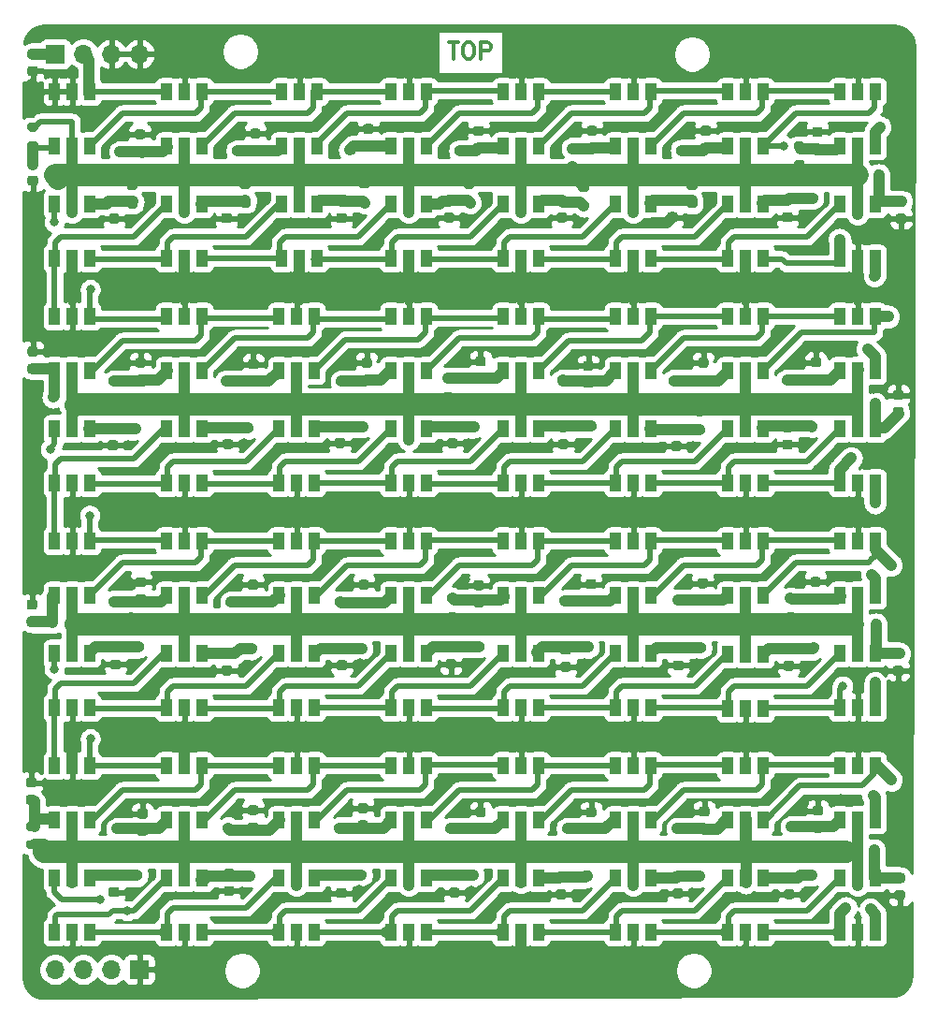
<source format=gtl>
G04 #@! TF.GenerationSoftware,KiCad,Pcbnew,5.99.0+really5.1.10+dfsg1-1*
G04 #@! TF.CreationDate,2022-01-28T19:42:34+02:00*
G04 #@! TF.ProjectId,RGBmatrix,5247426d-6174-4726-9978-2e6b69636164,rev?*
G04 #@! TF.SameCoordinates,Original*
G04 #@! TF.FileFunction,Copper,L1,Top*
G04 #@! TF.FilePolarity,Positive*
%FSLAX46Y46*%
G04 Gerber Fmt 4.6, Leading zero omitted, Abs format (unit mm)*
G04 Created by KiCad (PCBNEW 5.99.0+really5.1.10+dfsg1-1) date 2022-01-28 19:42:34*
%MOMM*%
%LPD*%
G01*
G04 APERTURE LIST*
G04 #@! TA.AperFunction,NonConductor*
%ADD10C,0.375000*%
G04 #@! TD*
G04 #@! TA.AperFunction,SMDPad,CuDef*
%ADD11R,1.000000X1.500000*%
G04 #@! TD*
G04 #@! TA.AperFunction,ComponentPad*
%ADD12O,1.700000X1.700000*%
G04 #@! TD*
G04 #@! TA.AperFunction,ComponentPad*
%ADD13R,1.700000X1.700000*%
G04 #@! TD*
G04 #@! TA.AperFunction,ViaPad*
%ADD14C,0.800000*%
G04 #@! TD*
G04 #@! TA.AperFunction,Conductor*
%ADD15C,0.500000*%
G04 #@! TD*
G04 #@! TA.AperFunction,Conductor*
%ADD16C,1.000000*%
G04 #@! TD*
G04 #@! TA.AperFunction,Conductor*
%ADD17C,2.000000*%
G04 #@! TD*
G04 #@! TA.AperFunction,Conductor*
%ADD18C,0.254000*%
G04 #@! TD*
G04 #@! TA.AperFunction,Conductor*
%ADD19C,0.100000*%
G04 #@! TD*
G04 APERTURE END LIST*
D10*
X138243714Y-46422571D02*
X139100857Y-46422571D01*
X138672285Y-47922571D02*
X138672285Y-46422571D01*
X139886571Y-46422571D02*
X140172285Y-46422571D01*
X140315142Y-46494000D01*
X140458000Y-46636857D01*
X140529428Y-46922571D01*
X140529428Y-47422571D01*
X140458000Y-47708285D01*
X140315142Y-47851142D01*
X140172285Y-47922571D01*
X139886571Y-47922571D01*
X139743714Y-47851142D01*
X139600857Y-47708285D01*
X139529428Y-47422571D01*
X139529428Y-46922571D01*
X139600857Y-46636857D01*
X139743714Y-46494000D01*
X139886571Y-46422571D01*
X141172285Y-47922571D02*
X141172285Y-46422571D01*
X141743714Y-46422571D01*
X141886571Y-46494000D01*
X141958000Y-46565428D01*
X142029428Y-46708285D01*
X142029428Y-46922571D01*
X141958000Y-47065428D01*
X141886571Y-47136857D01*
X141743714Y-47208285D01*
X141172285Y-47208285D01*
G04 #@! TA.AperFunction,SMDPad,CuDef*
G36*
G01*
X110295100Y-120491200D02*
X109745100Y-120491200D01*
G75*
G02*
X109545100Y-120291200I0J200000D01*
G01*
X109545100Y-119891200D01*
G75*
G02*
X109745100Y-119691200I200000J0D01*
G01*
X110295100Y-119691200D01*
G75*
G02*
X110495100Y-119891200I0J-200000D01*
G01*
X110495100Y-120291200D01*
G75*
G02*
X110295100Y-120491200I-200000J0D01*
G01*
G37*
G04 #@! TD.AperFunction*
G04 #@! TA.AperFunction,SMDPad,CuDef*
G36*
G01*
X110295100Y-122141200D02*
X109745100Y-122141200D01*
G75*
G02*
X109545100Y-121941200I0J200000D01*
G01*
X109545100Y-121541200D01*
G75*
G02*
X109745100Y-121341200I200000J0D01*
G01*
X110295100Y-121341200D01*
G75*
G02*
X110495100Y-121541200I0J-200000D01*
G01*
X110495100Y-121941200D01*
G75*
G02*
X110295100Y-122141200I-200000J0D01*
G01*
G37*
G04 #@! TD.AperFunction*
G04 #@! TA.AperFunction,SMDPad,CuDef*
G36*
G01*
X120480500Y-120567400D02*
X119930500Y-120567400D01*
G75*
G02*
X119730500Y-120367400I0J200000D01*
G01*
X119730500Y-119967400D01*
G75*
G02*
X119930500Y-119767400I200000J0D01*
G01*
X120480500Y-119767400D01*
G75*
G02*
X120680500Y-119967400I0J-200000D01*
G01*
X120680500Y-120367400D01*
G75*
G02*
X120480500Y-120567400I-200000J0D01*
G01*
G37*
G04 #@! TD.AperFunction*
G04 #@! TA.AperFunction,SMDPad,CuDef*
G36*
G01*
X120480500Y-122217400D02*
X119930500Y-122217400D01*
G75*
G02*
X119730500Y-122017400I0J200000D01*
G01*
X119730500Y-121617400D01*
G75*
G02*
X119930500Y-121417400I200000J0D01*
G01*
X120480500Y-121417400D01*
G75*
G02*
X120680500Y-121617400I0J-200000D01*
G01*
X120680500Y-122017400D01*
G75*
G02*
X120480500Y-122217400I-200000J0D01*
G01*
G37*
G04 #@! TD.AperFunction*
G04 #@! TA.AperFunction,SMDPad,CuDef*
G36*
G01*
X130602400Y-120491200D02*
X130052400Y-120491200D01*
G75*
G02*
X129852400Y-120291200I0J200000D01*
G01*
X129852400Y-119891200D01*
G75*
G02*
X130052400Y-119691200I200000J0D01*
G01*
X130602400Y-119691200D01*
G75*
G02*
X130802400Y-119891200I0J-200000D01*
G01*
X130802400Y-120291200D01*
G75*
G02*
X130602400Y-120491200I-200000J0D01*
G01*
G37*
G04 #@! TD.AperFunction*
G04 #@! TA.AperFunction,SMDPad,CuDef*
G36*
G01*
X130602400Y-122141200D02*
X130052400Y-122141200D01*
G75*
G02*
X129852400Y-121941200I0J200000D01*
G01*
X129852400Y-121541200D01*
G75*
G02*
X130052400Y-121341200I200000J0D01*
G01*
X130602400Y-121341200D01*
G75*
G02*
X130802400Y-121541200I0J-200000D01*
G01*
X130802400Y-121941200D01*
G75*
G02*
X130602400Y-122141200I-200000J0D01*
G01*
G37*
G04 #@! TD.AperFunction*
G04 #@! TA.AperFunction,SMDPad,CuDef*
G36*
G01*
X140711600Y-120554700D02*
X140161600Y-120554700D01*
G75*
G02*
X139961600Y-120354700I0J200000D01*
G01*
X139961600Y-119954700D01*
G75*
G02*
X140161600Y-119754700I200000J0D01*
G01*
X140711600Y-119754700D01*
G75*
G02*
X140911600Y-119954700I0J-200000D01*
G01*
X140911600Y-120354700D01*
G75*
G02*
X140711600Y-120554700I-200000J0D01*
G01*
G37*
G04 #@! TD.AperFunction*
G04 #@! TA.AperFunction,SMDPad,CuDef*
G36*
G01*
X140711600Y-122204700D02*
X140161600Y-122204700D01*
G75*
G02*
X139961600Y-122004700I0J200000D01*
G01*
X139961600Y-121604700D01*
G75*
G02*
X140161600Y-121404700I200000J0D01*
G01*
X140711600Y-121404700D01*
G75*
G02*
X140911600Y-121604700I0J-200000D01*
G01*
X140911600Y-122004700D01*
G75*
G02*
X140711600Y-122204700I-200000J0D01*
G01*
G37*
G04 #@! TD.AperFunction*
G04 #@! TA.AperFunction,SMDPad,CuDef*
G36*
G01*
X151036700Y-120503900D02*
X150486700Y-120503900D01*
G75*
G02*
X150286700Y-120303900I0J200000D01*
G01*
X150286700Y-119903900D01*
G75*
G02*
X150486700Y-119703900I200000J0D01*
G01*
X151036700Y-119703900D01*
G75*
G02*
X151236700Y-119903900I0J-200000D01*
G01*
X151236700Y-120303900D01*
G75*
G02*
X151036700Y-120503900I-200000J0D01*
G01*
G37*
G04 #@! TD.AperFunction*
G04 #@! TA.AperFunction,SMDPad,CuDef*
G36*
G01*
X151036700Y-122153900D02*
X150486700Y-122153900D01*
G75*
G02*
X150286700Y-121953900I0J200000D01*
G01*
X150286700Y-121553900D01*
G75*
G02*
X150486700Y-121353900I200000J0D01*
G01*
X151036700Y-121353900D01*
G75*
G02*
X151236700Y-121553900I0J-200000D01*
G01*
X151236700Y-121953900D01*
G75*
G02*
X151036700Y-122153900I-200000J0D01*
G01*
G37*
G04 #@! TD.AperFunction*
G04 #@! TA.AperFunction,SMDPad,CuDef*
G36*
G01*
X161184000Y-120542000D02*
X160634000Y-120542000D01*
G75*
G02*
X160434000Y-120342000I0J200000D01*
G01*
X160434000Y-119942000D01*
G75*
G02*
X160634000Y-119742000I200000J0D01*
G01*
X161184000Y-119742000D01*
G75*
G02*
X161384000Y-119942000I0J-200000D01*
G01*
X161384000Y-120342000D01*
G75*
G02*
X161184000Y-120542000I-200000J0D01*
G01*
G37*
G04 #@! TD.AperFunction*
G04 #@! TA.AperFunction,SMDPad,CuDef*
G36*
G01*
X161184000Y-122192000D02*
X160634000Y-122192000D01*
G75*
G02*
X160434000Y-121992000I0J200000D01*
G01*
X160434000Y-121592000D01*
G75*
G02*
X160634000Y-121392000I200000J0D01*
G01*
X161184000Y-121392000D01*
G75*
G02*
X161384000Y-121592000I0J-200000D01*
G01*
X161384000Y-121992000D01*
G75*
G02*
X161184000Y-122192000I-200000J0D01*
G01*
G37*
G04 #@! TD.AperFunction*
G04 #@! TA.AperFunction,SMDPad,CuDef*
G36*
G01*
X171331300Y-120567900D02*
X170781300Y-120567900D01*
G75*
G02*
X170581300Y-120367900I0J200000D01*
G01*
X170581300Y-119967900D01*
G75*
G02*
X170781300Y-119767900I200000J0D01*
G01*
X171331300Y-119767900D01*
G75*
G02*
X171531300Y-119967900I0J-200000D01*
G01*
X171531300Y-120367900D01*
G75*
G02*
X171331300Y-120567900I-200000J0D01*
G01*
G37*
G04 #@! TD.AperFunction*
G04 #@! TA.AperFunction,SMDPad,CuDef*
G36*
G01*
X171331300Y-122217900D02*
X170781300Y-122217900D01*
G75*
G02*
X170581300Y-122017900I0J200000D01*
G01*
X170581300Y-121617900D01*
G75*
G02*
X170781300Y-121417900I200000J0D01*
G01*
X171331300Y-121417900D01*
G75*
G02*
X171531300Y-121617900I0J-200000D01*
G01*
X171531300Y-122017900D01*
G75*
G02*
X171331300Y-122217900I-200000J0D01*
G01*
G37*
G04 #@! TD.AperFunction*
G04 #@! TA.AperFunction,SMDPad,CuDef*
G36*
G01*
X175533000Y-119232000D02*
X175533000Y-119782000D01*
G75*
G02*
X175333000Y-119982000I-200000J0D01*
G01*
X174933000Y-119982000D01*
G75*
G02*
X174733000Y-119782000I0J200000D01*
G01*
X174733000Y-119232000D01*
G75*
G02*
X174933000Y-119032000I200000J0D01*
G01*
X175333000Y-119032000D01*
G75*
G02*
X175533000Y-119232000I0J-200000D01*
G01*
G37*
G04 #@! TD.AperFunction*
G04 #@! TA.AperFunction,SMDPad,CuDef*
G36*
G01*
X177183000Y-119232000D02*
X177183000Y-119782000D01*
G75*
G02*
X176983000Y-119982000I-200000J0D01*
G01*
X176583000Y-119982000D01*
G75*
G02*
X176383000Y-119782000I0J200000D01*
G01*
X176383000Y-119232000D01*
G75*
G02*
X176583000Y-119032000I200000J0D01*
G01*
X176983000Y-119032000D01*
G75*
G02*
X177183000Y-119232000I0J-200000D01*
G01*
G37*
G04 #@! TD.AperFunction*
G04 #@! TA.AperFunction,SMDPad,CuDef*
G36*
G01*
X169003300Y-118637100D02*
X169553300Y-118637100D01*
G75*
G02*
X169753300Y-118837100I0J-200000D01*
G01*
X169753300Y-119237100D01*
G75*
G02*
X169553300Y-119437100I-200000J0D01*
G01*
X169003300Y-119437100D01*
G75*
G02*
X168803300Y-119237100I0J200000D01*
G01*
X168803300Y-118837100D01*
G75*
G02*
X169003300Y-118637100I200000J0D01*
G01*
G37*
G04 #@! TD.AperFunction*
G04 #@! TA.AperFunction,SMDPad,CuDef*
G36*
G01*
X169003300Y-116987100D02*
X169553300Y-116987100D01*
G75*
G02*
X169753300Y-117187100I0J-200000D01*
G01*
X169753300Y-117587100D01*
G75*
G02*
X169553300Y-117787100I-200000J0D01*
G01*
X169003300Y-117787100D01*
G75*
G02*
X168803300Y-117587100I0J200000D01*
G01*
X168803300Y-117187100D01*
G75*
G02*
X169003300Y-116987100I200000J0D01*
G01*
G37*
G04 #@! TD.AperFunction*
G04 #@! TA.AperFunction,SMDPad,CuDef*
G36*
G01*
X158678200Y-118776800D02*
X159228200Y-118776800D01*
G75*
G02*
X159428200Y-118976800I0J-200000D01*
G01*
X159428200Y-119376800D01*
G75*
G02*
X159228200Y-119576800I-200000J0D01*
G01*
X158678200Y-119576800D01*
G75*
G02*
X158478200Y-119376800I0J200000D01*
G01*
X158478200Y-118976800D01*
G75*
G02*
X158678200Y-118776800I200000J0D01*
G01*
G37*
G04 #@! TD.AperFunction*
G04 #@! TA.AperFunction,SMDPad,CuDef*
G36*
G01*
X158678200Y-117126800D02*
X159228200Y-117126800D01*
G75*
G02*
X159428200Y-117326800I0J-200000D01*
G01*
X159428200Y-117726800D01*
G75*
G02*
X159228200Y-117926800I-200000J0D01*
G01*
X158678200Y-117926800D01*
G75*
G02*
X158478200Y-117726800I0J200000D01*
G01*
X158478200Y-117326800D01*
G75*
G02*
X158678200Y-117126800I200000J0D01*
G01*
G37*
G04 #@! TD.AperFunction*
G04 #@! TA.AperFunction,SMDPad,CuDef*
G36*
G01*
X148708700Y-118813900D02*
X149258700Y-118813900D01*
G75*
G02*
X149458700Y-119013900I0J-200000D01*
G01*
X149458700Y-119413900D01*
G75*
G02*
X149258700Y-119613900I-200000J0D01*
G01*
X148708700Y-119613900D01*
G75*
G02*
X148508700Y-119413900I0J200000D01*
G01*
X148508700Y-119013900D01*
G75*
G02*
X148708700Y-118813900I200000J0D01*
G01*
G37*
G04 #@! TD.AperFunction*
G04 #@! TA.AperFunction,SMDPad,CuDef*
G36*
G01*
X148708700Y-117163900D02*
X149258700Y-117163900D01*
G75*
G02*
X149458700Y-117363900I0J-200000D01*
G01*
X149458700Y-117763900D01*
G75*
G02*
X149258700Y-117963900I-200000J0D01*
G01*
X148708700Y-117963900D01*
G75*
G02*
X148508700Y-117763900I0J200000D01*
G01*
X148508700Y-117363900D01*
G75*
G02*
X148708700Y-117163900I200000J0D01*
G01*
G37*
G04 #@! TD.AperFunction*
G04 #@! TA.AperFunction,SMDPad,CuDef*
G36*
G01*
X138155000Y-118814900D02*
X138705000Y-118814900D01*
G75*
G02*
X138905000Y-119014900I0J-200000D01*
G01*
X138905000Y-119414900D01*
G75*
G02*
X138705000Y-119614900I-200000J0D01*
G01*
X138155000Y-119614900D01*
G75*
G02*
X137955000Y-119414900I0J200000D01*
G01*
X137955000Y-119014900D01*
G75*
G02*
X138155000Y-118814900I200000J0D01*
G01*
G37*
G04 #@! TD.AperFunction*
G04 #@! TA.AperFunction,SMDPad,CuDef*
G36*
G01*
X138155000Y-117164900D02*
X138705000Y-117164900D01*
G75*
G02*
X138905000Y-117364900I0J-200000D01*
G01*
X138905000Y-117764900D01*
G75*
G02*
X138705000Y-117964900I-200000J0D01*
G01*
X138155000Y-117964900D01*
G75*
G02*
X137955000Y-117764900I0J200000D01*
G01*
X137955000Y-117364900D01*
G75*
G02*
X138155000Y-117164900I200000J0D01*
G01*
G37*
G04 #@! TD.AperFunction*
G04 #@! TA.AperFunction,SMDPad,CuDef*
G36*
G01*
X128066120Y-118745320D02*
X128616120Y-118745320D01*
G75*
G02*
X128816120Y-118945320I0J-200000D01*
G01*
X128816120Y-119345320D01*
G75*
G02*
X128616120Y-119545320I-200000J0D01*
G01*
X128066120Y-119545320D01*
G75*
G02*
X127866120Y-119345320I0J200000D01*
G01*
X127866120Y-118945320D01*
G75*
G02*
X128066120Y-118745320I200000J0D01*
G01*
G37*
G04 #@! TD.AperFunction*
G04 #@! TA.AperFunction,SMDPad,CuDef*
G36*
G01*
X128066120Y-117095320D02*
X128616120Y-117095320D01*
G75*
G02*
X128816120Y-117295320I0J-200000D01*
G01*
X128816120Y-117695320D01*
G75*
G02*
X128616120Y-117895320I-200000J0D01*
G01*
X128066120Y-117895320D01*
G75*
G02*
X127866120Y-117695320I0J200000D01*
G01*
X127866120Y-117295320D01*
G75*
G02*
X128066120Y-117095320I200000J0D01*
G01*
G37*
G04 #@! TD.AperFunction*
G04 #@! TA.AperFunction,SMDPad,CuDef*
G36*
G01*
X117987400Y-118751400D02*
X118537400Y-118751400D01*
G75*
G02*
X118737400Y-118951400I0J-200000D01*
G01*
X118737400Y-119351400D01*
G75*
G02*
X118537400Y-119551400I-200000J0D01*
G01*
X117987400Y-119551400D01*
G75*
G02*
X117787400Y-119351400I0J200000D01*
G01*
X117787400Y-118951400D01*
G75*
G02*
X117987400Y-118751400I200000J0D01*
G01*
G37*
G04 #@! TD.AperFunction*
G04 #@! TA.AperFunction,SMDPad,CuDef*
G36*
G01*
X117987400Y-117101400D02*
X118537400Y-117101400D01*
G75*
G02*
X118737400Y-117301400I0J-200000D01*
G01*
X118737400Y-117701400D01*
G75*
G02*
X118537400Y-117901400I-200000J0D01*
G01*
X117987400Y-117901400D01*
G75*
G02*
X117787400Y-117701400I0J200000D01*
G01*
X117787400Y-117301400D01*
G75*
G02*
X117987400Y-117101400I200000J0D01*
G01*
G37*
G04 #@! TD.AperFunction*
G04 #@! TA.AperFunction,SMDPad,CuDef*
G36*
G01*
X107967100Y-118801700D02*
X108517100Y-118801700D01*
G75*
G02*
X108717100Y-119001700I0J-200000D01*
G01*
X108717100Y-119401700D01*
G75*
G02*
X108517100Y-119601700I-200000J0D01*
G01*
X107967100Y-119601700D01*
G75*
G02*
X107767100Y-119401700I0J200000D01*
G01*
X107767100Y-119001700D01*
G75*
G02*
X107967100Y-118801700I200000J0D01*
G01*
G37*
G04 #@! TD.AperFunction*
G04 #@! TA.AperFunction,SMDPad,CuDef*
G36*
G01*
X107967100Y-117151700D02*
X108517100Y-117151700D01*
G75*
G02*
X108717100Y-117351700I0J-200000D01*
G01*
X108717100Y-117751700D01*
G75*
G02*
X108517100Y-117951700I-200000J0D01*
G01*
X107967100Y-117951700D01*
G75*
G02*
X107767100Y-117751700I0J200000D01*
G01*
X107767100Y-117351700D01*
G75*
G02*
X107967100Y-117151700I200000J0D01*
G01*
G37*
G04 #@! TD.AperFunction*
G04 #@! TA.AperFunction,SMDPad,CuDef*
G36*
G01*
X100182000Y-118598000D02*
X100732000Y-118598000D01*
G75*
G02*
X100932000Y-118798000I0J-200000D01*
G01*
X100932000Y-119198000D01*
G75*
G02*
X100732000Y-119398000I-200000J0D01*
G01*
X100182000Y-119398000D01*
G75*
G02*
X99982000Y-119198000I0J200000D01*
G01*
X99982000Y-118798000D01*
G75*
G02*
X100182000Y-118598000I200000J0D01*
G01*
G37*
G04 #@! TD.AperFunction*
G04 #@! TA.AperFunction,SMDPad,CuDef*
G36*
G01*
X100182000Y-116948000D02*
X100732000Y-116948000D01*
G75*
G02*
X100932000Y-117148000I0J-200000D01*
G01*
X100932000Y-117548000D01*
G75*
G02*
X100732000Y-117748000I-200000J0D01*
G01*
X100182000Y-117748000D01*
G75*
G02*
X99982000Y-117548000I0J200000D01*
G01*
X99982000Y-117148000D01*
G75*
G02*
X100182000Y-116948000I200000J0D01*
G01*
G37*
G04 #@! TD.AperFunction*
G04 #@! TA.AperFunction,SMDPad,CuDef*
G36*
G01*
X110444960Y-99871480D02*
X109894960Y-99871480D01*
G75*
G02*
X109694960Y-99671480I0J200000D01*
G01*
X109694960Y-99271480D01*
G75*
G02*
X109894960Y-99071480I200000J0D01*
G01*
X110444960Y-99071480D01*
G75*
G02*
X110644960Y-99271480I0J-200000D01*
G01*
X110644960Y-99671480D01*
G75*
G02*
X110444960Y-99871480I-200000J0D01*
G01*
G37*
G04 #@! TD.AperFunction*
G04 #@! TA.AperFunction,SMDPad,CuDef*
G36*
G01*
X110444960Y-101521480D02*
X109894960Y-101521480D01*
G75*
G02*
X109694960Y-101321480I0J200000D01*
G01*
X109694960Y-100921480D01*
G75*
G02*
X109894960Y-100721480I200000J0D01*
G01*
X110444960Y-100721480D01*
G75*
G02*
X110644960Y-100921480I0J-200000D01*
G01*
X110644960Y-101321480D01*
G75*
G02*
X110444960Y-101521480I-200000J0D01*
G01*
G37*
G04 #@! TD.AperFunction*
G04 #@! TA.AperFunction,SMDPad,CuDef*
G36*
G01*
X120671000Y-99993400D02*
X120121000Y-99993400D01*
G75*
G02*
X119921000Y-99793400I0J200000D01*
G01*
X119921000Y-99393400D01*
G75*
G02*
X120121000Y-99193400I200000J0D01*
G01*
X120671000Y-99193400D01*
G75*
G02*
X120871000Y-99393400I0J-200000D01*
G01*
X120871000Y-99793400D01*
G75*
G02*
X120671000Y-99993400I-200000J0D01*
G01*
G37*
G04 #@! TD.AperFunction*
G04 #@! TA.AperFunction,SMDPad,CuDef*
G36*
G01*
X120671000Y-101643400D02*
X120121000Y-101643400D01*
G75*
G02*
X119921000Y-101443400I0J200000D01*
G01*
X119921000Y-101043400D01*
G75*
G02*
X120121000Y-100843400I200000J0D01*
G01*
X120671000Y-100843400D01*
G75*
G02*
X120871000Y-101043400I0J-200000D01*
G01*
X120871000Y-101443400D01*
G75*
G02*
X120671000Y-101643400I-200000J0D01*
G01*
G37*
G04 #@! TD.AperFunction*
G04 #@! TA.AperFunction,SMDPad,CuDef*
G36*
G01*
X130640500Y-100032000D02*
X130090500Y-100032000D01*
G75*
G02*
X129890500Y-99832000I0J200000D01*
G01*
X129890500Y-99432000D01*
G75*
G02*
X130090500Y-99232000I200000J0D01*
G01*
X130640500Y-99232000D01*
G75*
G02*
X130840500Y-99432000I0J-200000D01*
G01*
X130840500Y-99832000D01*
G75*
G02*
X130640500Y-100032000I-200000J0D01*
G01*
G37*
G04 #@! TD.AperFunction*
G04 #@! TA.AperFunction,SMDPad,CuDef*
G36*
G01*
X130640500Y-101682000D02*
X130090500Y-101682000D01*
G75*
G02*
X129890500Y-101482000I0J200000D01*
G01*
X129890500Y-101082000D01*
G75*
G02*
X130090500Y-100882000I200000J0D01*
G01*
X130640500Y-100882000D01*
G75*
G02*
X130840500Y-101082000I0J-200000D01*
G01*
X130840500Y-101482000D01*
G75*
G02*
X130640500Y-101682000I-200000J0D01*
G01*
G37*
G04 #@! TD.AperFunction*
G04 #@! TA.AperFunction,SMDPad,CuDef*
G36*
G01*
X141283100Y-99854700D02*
X140733100Y-99854700D01*
G75*
G02*
X140533100Y-99654700I0J200000D01*
G01*
X140533100Y-99254700D01*
G75*
G02*
X140733100Y-99054700I200000J0D01*
G01*
X141283100Y-99054700D01*
G75*
G02*
X141483100Y-99254700I0J-200000D01*
G01*
X141483100Y-99654700D01*
G75*
G02*
X141283100Y-99854700I-200000J0D01*
G01*
G37*
G04 #@! TD.AperFunction*
G04 #@! TA.AperFunction,SMDPad,CuDef*
G36*
G01*
X141283100Y-101504700D02*
X140733100Y-101504700D01*
G75*
G02*
X140533100Y-101304700I0J200000D01*
G01*
X140533100Y-100904700D01*
G75*
G02*
X140733100Y-100704700I200000J0D01*
G01*
X141283100Y-100704700D01*
G75*
G02*
X141483100Y-100904700I0J-200000D01*
G01*
X141483100Y-101304700D01*
G75*
G02*
X141283100Y-101504700I-200000J0D01*
G01*
G37*
G04 #@! TD.AperFunction*
G04 #@! TA.AperFunction,SMDPad,CuDef*
G36*
G01*
X151112900Y-99891800D02*
X150562900Y-99891800D01*
G75*
G02*
X150362900Y-99691800I0J200000D01*
G01*
X150362900Y-99291800D01*
G75*
G02*
X150562900Y-99091800I200000J0D01*
G01*
X151112900Y-99091800D01*
G75*
G02*
X151312900Y-99291800I0J-200000D01*
G01*
X151312900Y-99691800D01*
G75*
G02*
X151112900Y-99891800I-200000J0D01*
G01*
G37*
G04 #@! TD.AperFunction*
G04 #@! TA.AperFunction,SMDPad,CuDef*
G36*
G01*
X151112900Y-101541800D02*
X150562900Y-101541800D01*
G75*
G02*
X150362900Y-101341800I0J200000D01*
G01*
X150362900Y-100941800D01*
G75*
G02*
X150562900Y-100741800I200000J0D01*
G01*
X151112900Y-100741800D01*
G75*
G02*
X151312900Y-100941800I0J-200000D01*
G01*
X151312900Y-101341800D01*
G75*
G02*
X151112900Y-101541800I-200000J0D01*
G01*
G37*
G04 #@! TD.AperFunction*
G04 #@! TA.AperFunction,SMDPad,CuDef*
G36*
G01*
X161336400Y-99929900D02*
X160786400Y-99929900D01*
G75*
G02*
X160586400Y-99729900I0J200000D01*
G01*
X160586400Y-99329900D01*
G75*
G02*
X160786400Y-99129900I200000J0D01*
G01*
X161336400Y-99129900D01*
G75*
G02*
X161536400Y-99329900I0J-200000D01*
G01*
X161536400Y-99729900D01*
G75*
G02*
X161336400Y-99929900I-200000J0D01*
G01*
G37*
G04 #@! TD.AperFunction*
G04 #@! TA.AperFunction,SMDPad,CuDef*
G36*
G01*
X161336400Y-101579900D02*
X160786400Y-101579900D01*
G75*
G02*
X160586400Y-101379900I0J200000D01*
G01*
X160586400Y-100979900D01*
G75*
G02*
X160786400Y-100779900I200000J0D01*
G01*
X161336400Y-100779900D01*
G75*
G02*
X161536400Y-100979900I0J-200000D01*
G01*
X161536400Y-101379900D01*
G75*
G02*
X161336400Y-101579900I-200000J0D01*
G01*
G37*
G04 #@! TD.AperFunction*
G04 #@! TA.AperFunction,SMDPad,CuDef*
G36*
G01*
X171559900Y-99930900D02*
X171009900Y-99930900D01*
G75*
G02*
X170809900Y-99730900I0J200000D01*
G01*
X170809900Y-99330900D01*
G75*
G02*
X171009900Y-99130900I200000J0D01*
G01*
X171559900Y-99130900D01*
G75*
G02*
X171759900Y-99330900I0J-200000D01*
G01*
X171759900Y-99730900D01*
G75*
G02*
X171559900Y-99930900I-200000J0D01*
G01*
G37*
G04 #@! TD.AperFunction*
G04 #@! TA.AperFunction,SMDPad,CuDef*
G36*
G01*
X171559900Y-101580900D02*
X171009900Y-101580900D01*
G75*
G02*
X170809900Y-101380900I0J200000D01*
G01*
X170809900Y-100980900D01*
G75*
G02*
X171009900Y-100780900I200000J0D01*
G01*
X171559900Y-100780900D01*
G75*
G02*
X171759900Y-100980900I0J-200000D01*
G01*
X171759900Y-101380900D01*
G75*
G02*
X171559900Y-101580900I-200000J0D01*
G01*
G37*
G04 #@! TD.AperFunction*
G04 #@! TA.AperFunction,SMDPad,CuDef*
G36*
G01*
X175661000Y-98785000D02*
X175661000Y-99335000D01*
G75*
G02*
X175461000Y-99535000I-200000J0D01*
G01*
X175061000Y-99535000D01*
G75*
G02*
X174861000Y-99335000I0J200000D01*
G01*
X174861000Y-98785000D01*
G75*
G02*
X175061000Y-98585000I200000J0D01*
G01*
X175461000Y-98585000D01*
G75*
G02*
X175661000Y-98785000I0J-200000D01*
G01*
G37*
G04 #@! TD.AperFunction*
G04 #@! TA.AperFunction,SMDPad,CuDef*
G36*
G01*
X177311000Y-98785000D02*
X177311000Y-99335000D01*
G75*
G02*
X177111000Y-99535000I-200000J0D01*
G01*
X176711000Y-99535000D01*
G75*
G02*
X176511000Y-99335000I0J200000D01*
G01*
X176511000Y-98785000D01*
G75*
G02*
X176711000Y-98585000I200000J0D01*
G01*
X177111000Y-98585000D01*
G75*
G02*
X177311000Y-98785000I0J-200000D01*
G01*
G37*
G04 #@! TD.AperFunction*
G04 #@! TA.AperFunction,SMDPad,CuDef*
G36*
G01*
X168924560Y-97966080D02*
X169474560Y-97966080D01*
G75*
G02*
X169674560Y-98166080I0J-200000D01*
G01*
X169674560Y-98566080D01*
G75*
G02*
X169474560Y-98766080I-200000J0D01*
G01*
X168924560Y-98766080D01*
G75*
G02*
X168724560Y-98566080I0J200000D01*
G01*
X168724560Y-98166080D01*
G75*
G02*
X168924560Y-97966080I200000J0D01*
G01*
G37*
G04 #@! TD.AperFunction*
G04 #@! TA.AperFunction,SMDPad,CuDef*
G36*
G01*
X168924560Y-96316080D02*
X169474560Y-96316080D01*
G75*
G02*
X169674560Y-96516080I0J-200000D01*
G01*
X169674560Y-96916080D01*
G75*
G02*
X169474560Y-97116080I-200000J0D01*
G01*
X168924560Y-97116080D01*
G75*
G02*
X168724560Y-96916080I0J200000D01*
G01*
X168724560Y-96516080D01*
G75*
G02*
X168924560Y-96316080I200000J0D01*
G01*
G37*
G04 #@! TD.AperFunction*
G04 #@! TA.AperFunction,SMDPad,CuDef*
G36*
G01*
X158741700Y-98139300D02*
X159291700Y-98139300D01*
G75*
G02*
X159491700Y-98339300I0J-200000D01*
G01*
X159491700Y-98739300D01*
G75*
G02*
X159291700Y-98939300I-200000J0D01*
G01*
X158741700Y-98939300D01*
G75*
G02*
X158541700Y-98739300I0J200000D01*
G01*
X158541700Y-98339300D01*
G75*
G02*
X158741700Y-98139300I200000J0D01*
G01*
G37*
G04 #@! TD.AperFunction*
G04 #@! TA.AperFunction,SMDPad,CuDef*
G36*
G01*
X158741700Y-96489300D02*
X159291700Y-96489300D01*
G75*
G02*
X159491700Y-96689300I0J-200000D01*
G01*
X159491700Y-97089300D01*
G75*
G02*
X159291700Y-97289300I-200000J0D01*
G01*
X158741700Y-97289300D01*
G75*
G02*
X158541700Y-97089300I0J200000D01*
G01*
X158541700Y-96689300D01*
G75*
G02*
X158741700Y-96489300I200000J0D01*
G01*
G37*
G04 #@! TD.AperFunction*
G04 #@! TA.AperFunction,SMDPad,CuDef*
G36*
G01*
X148467400Y-98189600D02*
X149017400Y-98189600D01*
G75*
G02*
X149217400Y-98389600I0J-200000D01*
G01*
X149217400Y-98789600D01*
G75*
G02*
X149017400Y-98989600I-200000J0D01*
G01*
X148467400Y-98989600D01*
G75*
G02*
X148267400Y-98789600I0J200000D01*
G01*
X148267400Y-98389600D01*
G75*
G02*
X148467400Y-98189600I200000J0D01*
G01*
G37*
G04 #@! TD.AperFunction*
G04 #@! TA.AperFunction,SMDPad,CuDef*
G36*
G01*
X148467400Y-96539600D02*
X149017400Y-96539600D01*
G75*
G02*
X149217400Y-96739600I0J-200000D01*
G01*
X149217400Y-97139600D01*
G75*
G02*
X149017400Y-97339600I-200000J0D01*
G01*
X148467400Y-97339600D01*
G75*
G02*
X148267400Y-97139600I0J200000D01*
G01*
X148267400Y-96739600D01*
G75*
G02*
X148467400Y-96539600I200000J0D01*
G01*
G37*
G04 #@! TD.AperFunction*
G04 #@! TA.AperFunction,SMDPad,CuDef*
G36*
G01*
X138282000Y-97974200D02*
X138832000Y-97974200D01*
G75*
G02*
X139032000Y-98174200I0J-200000D01*
G01*
X139032000Y-98574200D01*
G75*
G02*
X138832000Y-98774200I-200000J0D01*
G01*
X138282000Y-98774200D01*
G75*
G02*
X138082000Y-98574200I0J200000D01*
G01*
X138082000Y-98174200D01*
G75*
G02*
X138282000Y-97974200I200000J0D01*
G01*
G37*
G04 #@! TD.AperFunction*
G04 #@! TA.AperFunction,SMDPad,CuDef*
G36*
G01*
X138282000Y-96324200D02*
X138832000Y-96324200D01*
G75*
G02*
X139032000Y-96524200I0J-200000D01*
G01*
X139032000Y-96924200D01*
G75*
G02*
X138832000Y-97124200I-200000J0D01*
G01*
X138282000Y-97124200D01*
G75*
G02*
X138082000Y-96924200I0J200000D01*
G01*
X138082000Y-96524200D01*
G75*
G02*
X138282000Y-96324200I200000J0D01*
G01*
G37*
G04 #@! TD.AperFunction*
G04 #@! TA.AperFunction,SMDPad,CuDef*
G36*
G01*
X128160100Y-98291700D02*
X128710100Y-98291700D01*
G75*
G02*
X128910100Y-98491700I0J-200000D01*
G01*
X128910100Y-98891700D01*
G75*
G02*
X128710100Y-99091700I-200000J0D01*
G01*
X128160100Y-99091700D01*
G75*
G02*
X127960100Y-98891700I0J200000D01*
G01*
X127960100Y-98491700D01*
G75*
G02*
X128160100Y-98291700I200000J0D01*
G01*
G37*
G04 #@! TD.AperFunction*
G04 #@! TA.AperFunction,SMDPad,CuDef*
G36*
G01*
X128160100Y-96641700D02*
X128710100Y-96641700D01*
G75*
G02*
X128910100Y-96841700I0J-200000D01*
G01*
X128910100Y-97241700D01*
G75*
G02*
X128710100Y-97441700I-200000J0D01*
G01*
X128160100Y-97441700D01*
G75*
G02*
X127960100Y-97241700I0J200000D01*
G01*
X127960100Y-96841700D01*
G75*
G02*
X128160100Y-96641700I200000J0D01*
G01*
G37*
G04 #@! TD.AperFunction*
G04 #@! TA.AperFunction,SMDPad,CuDef*
G36*
G01*
X118266800Y-98306440D02*
X118816800Y-98306440D01*
G75*
G02*
X119016800Y-98506440I0J-200000D01*
G01*
X119016800Y-98906440D01*
G75*
G02*
X118816800Y-99106440I-200000J0D01*
G01*
X118266800Y-99106440D01*
G75*
G02*
X118066800Y-98906440I0J200000D01*
G01*
X118066800Y-98506440D01*
G75*
G02*
X118266800Y-98306440I200000J0D01*
G01*
G37*
G04 #@! TD.AperFunction*
G04 #@! TA.AperFunction,SMDPad,CuDef*
G36*
G01*
X118266800Y-96656440D02*
X118816800Y-96656440D01*
G75*
G02*
X119016800Y-96856440I0J-200000D01*
G01*
X119016800Y-97256440D01*
G75*
G02*
X118816800Y-97456440I-200000J0D01*
G01*
X118266800Y-97456440D01*
G75*
G02*
X118066800Y-97256440I0J200000D01*
G01*
X118066800Y-96856440D01*
G75*
G02*
X118266800Y-96656440I200000J0D01*
G01*
G37*
G04 #@! TD.AperFunction*
G04 #@! TA.AperFunction,SMDPad,CuDef*
G36*
G01*
X107662300Y-98253600D02*
X108212300Y-98253600D01*
G75*
G02*
X108412300Y-98453600I0J-200000D01*
G01*
X108412300Y-98853600D01*
G75*
G02*
X108212300Y-99053600I-200000J0D01*
G01*
X107662300Y-99053600D01*
G75*
G02*
X107462300Y-98853600I0J200000D01*
G01*
X107462300Y-98453600D01*
G75*
G02*
X107662300Y-98253600I200000J0D01*
G01*
G37*
G04 #@! TD.AperFunction*
G04 #@! TA.AperFunction,SMDPad,CuDef*
G36*
G01*
X107662300Y-96603600D02*
X108212300Y-96603600D01*
G75*
G02*
X108412300Y-96803600I0J-200000D01*
G01*
X108412300Y-97203600D01*
G75*
G02*
X108212300Y-97403600I-200000J0D01*
G01*
X107662300Y-97403600D01*
G75*
G02*
X107462300Y-97203600I0J200000D01*
G01*
X107462300Y-96803600D01*
G75*
G02*
X107662300Y-96603600I200000J0D01*
G01*
G37*
G04 #@! TD.AperFunction*
G04 #@! TA.AperFunction,SMDPad,CuDef*
G36*
G01*
X103638400Y-99157200D02*
X103638400Y-98607200D01*
G75*
G02*
X103838400Y-98407200I200000J0D01*
G01*
X104238400Y-98407200D01*
G75*
G02*
X104438400Y-98607200I0J-200000D01*
G01*
X104438400Y-99157200D01*
G75*
G02*
X104238400Y-99357200I-200000J0D01*
G01*
X103838400Y-99357200D01*
G75*
G02*
X103638400Y-99157200I0J200000D01*
G01*
G37*
G04 #@! TD.AperFunction*
G04 #@! TA.AperFunction,SMDPad,CuDef*
G36*
G01*
X101988400Y-99157200D02*
X101988400Y-98607200D01*
G75*
G02*
X102188400Y-98407200I200000J0D01*
G01*
X102588400Y-98407200D01*
G75*
G02*
X102788400Y-98607200I0J-200000D01*
G01*
X102788400Y-99157200D01*
G75*
G02*
X102588400Y-99357200I-200000J0D01*
G01*
X102188400Y-99357200D01*
G75*
G02*
X101988400Y-99157200I0J200000D01*
G01*
G37*
G04 #@! TD.AperFunction*
G04 #@! TA.AperFunction,SMDPad,CuDef*
G36*
G01*
X110142700Y-80144300D02*
X109592700Y-80144300D01*
G75*
G02*
X109392700Y-79944300I0J200000D01*
G01*
X109392700Y-79544300D01*
G75*
G02*
X109592700Y-79344300I200000J0D01*
G01*
X110142700Y-79344300D01*
G75*
G02*
X110342700Y-79544300I0J-200000D01*
G01*
X110342700Y-79944300D01*
G75*
G02*
X110142700Y-80144300I-200000J0D01*
G01*
G37*
G04 #@! TD.AperFunction*
G04 #@! TA.AperFunction,SMDPad,CuDef*
G36*
G01*
X110142700Y-81794300D02*
X109592700Y-81794300D01*
G75*
G02*
X109392700Y-81594300I0J200000D01*
G01*
X109392700Y-81194300D01*
G75*
G02*
X109592700Y-80994300I200000J0D01*
G01*
X110142700Y-80994300D01*
G75*
G02*
X110342700Y-81194300I0J-200000D01*
G01*
X110342700Y-81594300D01*
G75*
G02*
X110142700Y-81794300I-200000J0D01*
G01*
G37*
G04 #@! TD.AperFunction*
G04 #@! TA.AperFunction,SMDPad,CuDef*
G36*
G01*
X120340800Y-80079800D02*
X119790800Y-80079800D01*
G75*
G02*
X119590800Y-79879800I0J200000D01*
G01*
X119590800Y-79479800D01*
G75*
G02*
X119790800Y-79279800I200000J0D01*
G01*
X120340800Y-79279800D01*
G75*
G02*
X120540800Y-79479800I0J-200000D01*
G01*
X120540800Y-79879800D01*
G75*
G02*
X120340800Y-80079800I-200000J0D01*
G01*
G37*
G04 #@! TD.AperFunction*
G04 #@! TA.AperFunction,SMDPad,CuDef*
G36*
G01*
X120340800Y-81729800D02*
X119790800Y-81729800D01*
G75*
G02*
X119590800Y-81529800I0J200000D01*
G01*
X119590800Y-81129800D01*
G75*
G02*
X119790800Y-80929800I200000J0D01*
G01*
X120340800Y-80929800D01*
G75*
G02*
X120540800Y-81129800I0J-200000D01*
G01*
X120540800Y-81529800D01*
G75*
G02*
X120340800Y-81729800I-200000J0D01*
G01*
G37*
G04 #@! TD.AperFunction*
G04 #@! TA.AperFunction,SMDPad,CuDef*
G36*
G01*
X130589700Y-79966500D02*
X130039700Y-79966500D01*
G75*
G02*
X129839700Y-79766500I0J200000D01*
G01*
X129839700Y-79366500D01*
G75*
G02*
X130039700Y-79166500I200000J0D01*
G01*
X130589700Y-79166500D01*
G75*
G02*
X130789700Y-79366500I0J-200000D01*
G01*
X130789700Y-79766500D01*
G75*
G02*
X130589700Y-79966500I-200000J0D01*
G01*
G37*
G04 #@! TD.AperFunction*
G04 #@! TA.AperFunction,SMDPad,CuDef*
G36*
G01*
X130589700Y-81616500D02*
X130039700Y-81616500D01*
G75*
G02*
X129839700Y-81416500I0J200000D01*
G01*
X129839700Y-81016500D01*
G75*
G02*
X130039700Y-80816500I200000J0D01*
G01*
X130589700Y-80816500D01*
G75*
G02*
X130789700Y-81016500I0J-200000D01*
G01*
X130789700Y-81416500D01*
G75*
G02*
X130589700Y-81616500I-200000J0D01*
G01*
G37*
G04 #@! TD.AperFunction*
G04 #@! TA.AperFunction,SMDPad,CuDef*
G36*
G01*
X140800500Y-79978200D02*
X140250500Y-79978200D01*
G75*
G02*
X140050500Y-79778200I0J200000D01*
G01*
X140050500Y-79378200D01*
G75*
G02*
X140250500Y-79178200I200000J0D01*
G01*
X140800500Y-79178200D01*
G75*
G02*
X141000500Y-79378200I0J-200000D01*
G01*
X141000500Y-79778200D01*
G75*
G02*
X140800500Y-79978200I-200000J0D01*
G01*
G37*
G04 #@! TD.AperFunction*
G04 #@! TA.AperFunction,SMDPad,CuDef*
G36*
G01*
X140800500Y-81628200D02*
X140250500Y-81628200D01*
G75*
G02*
X140050500Y-81428200I0J200000D01*
G01*
X140050500Y-81028200D01*
G75*
G02*
X140250500Y-80828200I200000J0D01*
G01*
X140800500Y-80828200D01*
G75*
G02*
X141000500Y-81028200I0J-200000D01*
G01*
X141000500Y-81428200D01*
G75*
G02*
X140800500Y-81628200I-200000J0D01*
G01*
G37*
G04 #@! TD.AperFunction*
G04 #@! TA.AperFunction,SMDPad,CuDef*
G36*
G01*
X151405000Y-79902000D02*
X150855000Y-79902000D01*
G75*
G02*
X150655000Y-79702000I0J200000D01*
G01*
X150655000Y-79302000D01*
G75*
G02*
X150855000Y-79102000I200000J0D01*
G01*
X151405000Y-79102000D01*
G75*
G02*
X151605000Y-79302000I0J-200000D01*
G01*
X151605000Y-79702000D01*
G75*
G02*
X151405000Y-79902000I-200000J0D01*
G01*
G37*
G04 #@! TD.AperFunction*
G04 #@! TA.AperFunction,SMDPad,CuDef*
G36*
G01*
X151405000Y-81552000D02*
X150855000Y-81552000D01*
G75*
G02*
X150655000Y-81352000I0J200000D01*
G01*
X150655000Y-80952000D01*
G75*
G02*
X150855000Y-80752000I200000J0D01*
G01*
X151405000Y-80752000D01*
G75*
G02*
X151605000Y-80952000I0J-200000D01*
G01*
X151605000Y-81352000D01*
G75*
G02*
X151405000Y-81552000I-200000J0D01*
G01*
G37*
G04 #@! TD.AperFunction*
G04 #@! TA.AperFunction,SMDPad,CuDef*
G36*
G01*
X161222100Y-80245400D02*
X160672100Y-80245400D01*
G75*
G02*
X160472100Y-80045400I0J200000D01*
G01*
X160472100Y-79645400D01*
G75*
G02*
X160672100Y-79445400I200000J0D01*
G01*
X161222100Y-79445400D01*
G75*
G02*
X161422100Y-79645400I0J-200000D01*
G01*
X161422100Y-80045400D01*
G75*
G02*
X161222100Y-80245400I-200000J0D01*
G01*
G37*
G04 #@! TD.AperFunction*
G04 #@! TA.AperFunction,SMDPad,CuDef*
G36*
G01*
X161222100Y-81895400D02*
X160672100Y-81895400D01*
G75*
G02*
X160472100Y-81695400I0J200000D01*
G01*
X160472100Y-81295400D01*
G75*
G02*
X160672100Y-81095400I200000J0D01*
G01*
X161222100Y-81095400D01*
G75*
G02*
X161422100Y-81295400I0J-200000D01*
G01*
X161422100Y-81695400D01*
G75*
G02*
X161222100Y-81895400I-200000J0D01*
G01*
G37*
G04 #@! TD.AperFunction*
G04 #@! TA.AperFunction,SMDPad,CuDef*
G36*
G01*
X171404960Y-79935520D02*
X170854960Y-79935520D01*
G75*
G02*
X170654960Y-79735520I0J200000D01*
G01*
X170654960Y-79335520D01*
G75*
G02*
X170854960Y-79135520I200000J0D01*
G01*
X171404960Y-79135520D01*
G75*
G02*
X171604960Y-79335520I0J-200000D01*
G01*
X171604960Y-79735520D01*
G75*
G02*
X171404960Y-79935520I-200000J0D01*
G01*
G37*
G04 #@! TD.AperFunction*
G04 #@! TA.AperFunction,SMDPad,CuDef*
G36*
G01*
X171404960Y-81585520D02*
X170854960Y-81585520D01*
G75*
G02*
X170654960Y-81385520I0J200000D01*
G01*
X170654960Y-80985520D01*
G75*
G02*
X170854960Y-80785520I200000J0D01*
G01*
X171404960Y-80785520D01*
G75*
G02*
X171604960Y-80985520I0J-200000D01*
G01*
X171604960Y-81385520D01*
G75*
G02*
X171404960Y-81585520I-200000J0D01*
G01*
G37*
G04 #@! TD.AperFunction*
G04 #@! TA.AperFunction,SMDPad,CuDef*
G36*
G01*
X175597000Y-78846000D02*
X175597000Y-79396000D01*
G75*
G02*
X175397000Y-79596000I-200000J0D01*
G01*
X174997000Y-79596000D01*
G75*
G02*
X174797000Y-79396000I0J200000D01*
G01*
X174797000Y-78846000D01*
G75*
G02*
X174997000Y-78646000I200000J0D01*
G01*
X175397000Y-78646000D01*
G75*
G02*
X175597000Y-78846000I0J-200000D01*
G01*
G37*
G04 #@! TD.AperFunction*
G04 #@! TA.AperFunction,SMDPad,CuDef*
G36*
G01*
X177247000Y-78846000D02*
X177247000Y-79396000D01*
G75*
G02*
X177047000Y-79596000I-200000J0D01*
G01*
X176647000Y-79596000D01*
G75*
G02*
X176447000Y-79396000I0J200000D01*
G01*
X176447000Y-78846000D01*
G75*
G02*
X176647000Y-78646000I200000J0D01*
G01*
X177047000Y-78646000D01*
G75*
G02*
X177247000Y-78846000I0J-200000D01*
G01*
G37*
G04 #@! TD.AperFunction*
G04 #@! TA.AperFunction,SMDPad,CuDef*
G36*
G01*
X168594360Y-78268880D02*
X169144360Y-78268880D01*
G75*
G02*
X169344360Y-78468880I0J-200000D01*
G01*
X169344360Y-78868880D01*
G75*
G02*
X169144360Y-79068880I-200000J0D01*
G01*
X168594360Y-79068880D01*
G75*
G02*
X168394360Y-78868880I0J200000D01*
G01*
X168394360Y-78468880D01*
G75*
G02*
X168594360Y-78268880I200000J0D01*
G01*
G37*
G04 #@! TD.AperFunction*
G04 #@! TA.AperFunction,SMDPad,CuDef*
G36*
G01*
X168594360Y-76618880D02*
X169144360Y-76618880D01*
G75*
G02*
X169344360Y-76818880I0J-200000D01*
G01*
X169344360Y-77218880D01*
G75*
G02*
X169144360Y-77418880I-200000J0D01*
G01*
X168594360Y-77418880D01*
G75*
G02*
X168394360Y-77218880I0J200000D01*
G01*
X168394360Y-76818880D01*
G75*
G02*
X168594360Y-76618880I200000J0D01*
G01*
G37*
G04 #@! TD.AperFunction*
G04 #@! TA.AperFunction,SMDPad,CuDef*
G36*
G01*
X158348000Y-78276000D02*
X158898000Y-78276000D01*
G75*
G02*
X159098000Y-78476000I0J-200000D01*
G01*
X159098000Y-78876000D01*
G75*
G02*
X158898000Y-79076000I-200000J0D01*
G01*
X158348000Y-79076000D01*
G75*
G02*
X158148000Y-78876000I0J200000D01*
G01*
X158148000Y-78476000D01*
G75*
G02*
X158348000Y-78276000I200000J0D01*
G01*
G37*
G04 #@! TD.AperFunction*
G04 #@! TA.AperFunction,SMDPad,CuDef*
G36*
G01*
X158348000Y-76626000D02*
X158898000Y-76626000D01*
G75*
G02*
X159098000Y-76826000I0J-200000D01*
G01*
X159098000Y-77226000D01*
G75*
G02*
X158898000Y-77426000I-200000J0D01*
G01*
X158348000Y-77426000D01*
G75*
G02*
X158148000Y-77226000I0J200000D01*
G01*
X158148000Y-76826000D01*
G75*
G02*
X158348000Y-76626000I200000J0D01*
G01*
G37*
G04 #@! TD.AperFunction*
G04 #@! TA.AperFunction,SMDPad,CuDef*
G36*
G01*
X148276900Y-78250600D02*
X148826900Y-78250600D01*
G75*
G02*
X149026900Y-78450600I0J-200000D01*
G01*
X149026900Y-78850600D01*
G75*
G02*
X148826900Y-79050600I-200000J0D01*
G01*
X148276900Y-79050600D01*
G75*
G02*
X148076900Y-78850600I0J200000D01*
G01*
X148076900Y-78450600D01*
G75*
G02*
X148276900Y-78250600I200000J0D01*
G01*
G37*
G04 #@! TD.AperFunction*
G04 #@! TA.AperFunction,SMDPad,CuDef*
G36*
G01*
X148276900Y-76600600D02*
X148826900Y-76600600D01*
G75*
G02*
X149026900Y-76800600I0J-200000D01*
G01*
X149026900Y-77200600D01*
G75*
G02*
X148826900Y-77400600I-200000J0D01*
G01*
X148276900Y-77400600D01*
G75*
G02*
X148076900Y-77200600I0J200000D01*
G01*
X148076900Y-76800600D01*
G75*
G02*
X148276900Y-76600600I200000J0D01*
G01*
G37*
G04 #@! TD.AperFunction*
G04 #@! TA.AperFunction,SMDPad,CuDef*
G36*
G01*
X137931480Y-78050440D02*
X138481480Y-78050440D01*
G75*
G02*
X138681480Y-78250440I0J-200000D01*
G01*
X138681480Y-78650440D01*
G75*
G02*
X138481480Y-78850440I-200000J0D01*
G01*
X137931480Y-78850440D01*
G75*
G02*
X137731480Y-78650440I0J200000D01*
G01*
X137731480Y-78250440D01*
G75*
G02*
X137931480Y-78050440I200000J0D01*
G01*
G37*
G04 #@! TD.AperFunction*
G04 #@! TA.AperFunction,SMDPad,CuDef*
G36*
G01*
X137931480Y-76400440D02*
X138481480Y-76400440D01*
G75*
G02*
X138681480Y-76600440I0J-200000D01*
G01*
X138681480Y-77000440D01*
G75*
G02*
X138481480Y-77200440I-200000J0D01*
G01*
X137931480Y-77200440D01*
G75*
G02*
X137731480Y-77000440I0J200000D01*
G01*
X137731480Y-76600440D01*
G75*
G02*
X137931480Y-76400440I200000J0D01*
G01*
G37*
G04 #@! TD.AperFunction*
G04 #@! TA.AperFunction,SMDPad,CuDef*
G36*
G01*
X128249000Y-78340000D02*
X128799000Y-78340000D01*
G75*
G02*
X128999000Y-78540000I0J-200000D01*
G01*
X128999000Y-78940000D01*
G75*
G02*
X128799000Y-79140000I-200000J0D01*
G01*
X128249000Y-79140000D01*
G75*
G02*
X128049000Y-78940000I0J200000D01*
G01*
X128049000Y-78540000D01*
G75*
G02*
X128249000Y-78340000I200000J0D01*
G01*
G37*
G04 #@! TD.AperFunction*
G04 #@! TA.AperFunction,SMDPad,CuDef*
G36*
G01*
X128249000Y-76690000D02*
X128799000Y-76690000D01*
G75*
G02*
X128999000Y-76890000I0J-200000D01*
G01*
X128999000Y-77290000D01*
G75*
G02*
X128799000Y-77490000I-200000J0D01*
G01*
X128249000Y-77490000D01*
G75*
G02*
X128049000Y-77290000I0J200000D01*
G01*
X128049000Y-76890000D01*
G75*
G02*
X128249000Y-76690000I200000J0D01*
G01*
G37*
G04 #@! TD.AperFunction*
G04 #@! TA.AperFunction,SMDPad,CuDef*
G36*
G01*
X117845160Y-78314600D02*
X118395160Y-78314600D01*
G75*
G02*
X118595160Y-78514600I0J-200000D01*
G01*
X118595160Y-78914600D01*
G75*
G02*
X118395160Y-79114600I-200000J0D01*
G01*
X117845160Y-79114600D01*
G75*
G02*
X117645160Y-78914600I0J200000D01*
G01*
X117645160Y-78514600D01*
G75*
G02*
X117845160Y-78314600I200000J0D01*
G01*
G37*
G04 #@! TD.AperFunction*
G04 #@! TA.AperFunction,SMDPad,CuDef*
G36*
G01*
X117845160Y-76664600D02*
X118395160Y-76664600D01*
G75*
G02*
X118595160Y-76864600I0J-200000D01*
G01*
X118595160Y-77264600D01*
G75*
G02*
X118395160Y-77464600I-200000J0D01*
G01*
X117845160Y-77464600D01*
G75*
G02*
X117645160Y-77264600I0J200000D01*
G01*
X117645160Y-76864600D01*
G75*
G02*
X117845160Y-76664600I200000J0D01*
G01*
G37*
G04 #@! TD.AperFunction*
G04 #@! TA.AperFunction,SMDPad,CuDef*
G36*
G01*
X107636900Y-78340000D02*
X108186900Y-78340000D01*
G75*
G02*
X108386900Y-78540000I0J-200000D01*
G01*
X108386900Y-78940000D01*
G75*
G02*
X108186900Y-79140000I-200000J0D01*
G01*
X107636900Y-79140000D01*
G75*
G02*
X107436900Y-78940000I0J200000D01*
G01*
X107436900Y-78540000D01*
G75*
G02*
X107636900Y-78340000I200000J0D01*
G01*
G37*
G04 #@! TD.AperFunction*
G04 #@! TA.AperFunction,SMDPad,CuDef*
G36*
G01*
X107636900Y-76690000D02*
X108186900Y-76690000D01*
G75*
G02*
X108386900Y-76890000I0J-200000D01*
G01*
X108386900Y-77290000D01*
G75*
G02*
X108186900Y-77490000I-200000J0D01*
G01*
X107636900Y-77490000D01*
G75*
G02*
X107436900Y-77290000I0J200000D01*
G01*
X107436900Y-76890000D01*
G75*
G02*
X107636900Y-76690000I200000J0D01*
G01*
G37*
G04 #@! TD.AperFunction*
G04 #@! TA.AperFunction,SMDPad,CuDef*
G36*
G01*
X103662800Y-78735600D02*
X103662800Y-78185600D01*
G75*
G02*
X103862800Y-77985600I200000J0D01*
G01*
X104262800Y-77985600D01*
G75*
G02*
X104462800Y-78185600I0J-200000D01*
G01*
X104462800Y-78735600D01*
G75*
G02*
X104262800Y-78935600I-200000J0D01*
G01*
X103862800Y-78935600D01*
G75*
G02*
X103662800Y-78735600I0J200000D01*
G01*
G37*
G04 #@! TD.AperFunction*
G04 #@! TA.AperFunction,SMDPad,CuDef*
G36*
G01*
X102012800Y-78735600D02*
X102012800Y-78185600D01*
G75*
G02*
X102212800Y-77985600I200000J0D01*
G01*
X102612800Y-77985600D01*
G75*
G02*
X102812800Y-78185600I0J-200000D01*
G01*
X102812800Y-78735600D01*
G75*
G02*
X102612800Y-78935600I-200000J0D01*
G01*
X102212800Y-78935600D01*
G75*
G02*
X102012800Y-78735600I0J200000D01*
G01*
G37*
G04 #@! TD.AperFunction*
G04 #@! TA.AperFunction,SMDPad,CuDef*
G36*
G01*
X107674600Y-122841600D02*
X108174600Y-122841600D01*
G75*
G02*
X108399600Y-123066600I0J-225000D01*
G01*
X108399600Y-123516600D01*
G75*
G02*
X108174600Y-123741600I-225000J0D01*
G01*
X107674600Y-123741600D01*
G75*
G02*
X107449600Y-123516600I0J225000D01*
G01*
X107449600Y-123066600D01*
G75*
G02*
X107674600Y-122841600I225000J0D01*
G01*
G37*
G04 #@! TD.AperFunction*
G04 #@! TA.AperFunction,SMDPad,CuDef*
G36*
G01*
X107674600Y-121291600D02*
X108174600Y-121291600D01*
G75*
G02*
X108399600Y-121516600I0J-225000D01*
G01*
X108399600Y-121966600D01*
G75*
G02*
X108174600Y-122191600I-225000J0D01*
G01*
X107674600Y-122191600D01*
G75*
G02*
X107449600Y-121966600I0J225000D01*
G01*
X107449600Y-121516600D01*
G75*
G02*
X107674600Y-121291600I225000J0D01*
G01*
G37*
G04 #@! TD.AperFunction*
G04 #@! TA.AperFunction,SMDPad,CuDef*
G36*
G01*
X118114000Y-122740000D02*
X118614000Y-122740000D01*
G75*
G02*
X118839000Y-122965000I0J-225000D01*
G01*
X118839000Y-123415000D01*
G75*
G02*
X118614000Y-123640000I-225000J0D01*
G01*
X118114000Y-123640000D01*
G75*
G02*
X117889000Y-123415000I0J225000D01*
G01*
X117889000Y-122965000D01*
G75*
G02*
X118114000Y-122740000I225000J0D01*
G01*
G37*
G04 #@! TD.AperFunction*
G04 #@! TA.AperFunction,SMDPad,CuDef*
G36*
G01*
X118114000Y-121190000D02*
X118614000Y-121190000D01*
G75*
G02*
X118839000Y-121415000I0J-225000D01*
G01*
X118839000Y-121865000D01*
G75*
G02*
X118614000Y-122090000I-225000J0D01*
G01*
X118114000Y-122090000D01*
G75*
G02*
X117889000Y-121865000I0J225000D01*
G01*
X117889000Y-121415000D01*
G75*
G02*
X118114000Y-121190000I225000J0D01*
G01*
G37*
G04 #@! TD.AperFunction*
G04 #@! TA.AperFunction,SMDPad,CuDef*
G36*
G01*
X128279080Y-122933040D02*
X128779080Y-122933040D01*
G75*
G02*
X129004080Y-123158040I0J-225000D01*
G01*
X129004080Y-123608040D01*
G75*
G02*
X128779080Y-123833040I-225000J0D01*
G01*
X128279080Y-123833040D01*
G75*
G02*
X128054080Y-123608040I0J225000D01*
G01*
X128054080Y-123158040D01*
G75*
G02*
X128279080Y-122933040I225000J0D01*
G01*
G37*
G04 #@! TD.AperFunction*
G04 #@! TA.AperFunction,SMDPad,CuDef*
G36*
G01*
X128279080Y-121383040D02*
X128779080Y-121383040D01*
G75*
G02*
X129004080Y-121608040I0J-225000D01*
G01*
X129004080Y-122058040D01*
G75*
G02*
X128779080Y-122283040I-225000J0D01*
G01*
X128279080Y-122283040D01*
G75*
G02*
X128054080Y-122058040I0J225000D01*
G01*
X128054080Y-121608040D01*
G75*
G02*
X128279080Y-121383040I225000J0D01*
G01*
G37*
G04 #@! TD.AperFunction*
G04 #@! TA.AperFunction,SMDPad,CuDef*
G36*
G01*
X138510200Y-122887920D02*
X139010200Y-122887920D01*
G75*
G02*
X139235200Y-123112920I0J-225000D01*
G01*
X139235200Y-123562920D01*
G75*
G02*
X139010200Y-123787920I-225000J0D01*
G01*
X138510200Y-123787920D01*
G75*
G02*
X138285200Y-123562920I0J225000D01*
G01*
X138285200Y-123112920D01*
G75*
G02*
X138510200Y-122887920I225000J0D01*
G01*
G37*
G04 #@! TD.AperFunction*
G04 #@! TA.AperFunction,SMDPad,CuDef*
G36*
G01*
X138510200Y-121337920D02*
X139010200Y-121337920D01*
G75*
G02*
X139235200Y-121562920I0J-225000D01*
G01*
X139235200Y-122012920D01*
G75*
G02*
X139010200Y-122237920I-225000J0D01*
G01*
X138510200Y-122237920D01*
G75*
G02*
X138285200Y-122012920I0J225000D01*
G01*
X138285200Y-121562920D01*
G75*
G02*
X138510200Y-121337920I225000J0D01*
G01*
G37*
G04 #@! TD.AperFunction*
G04 #@! TA.AperFunction,SMDPad,CuDef*
G36*
G01*
X148162200Y-123052720D02*
X148662200Y-123052720D01*
G75*
G02*
X148887200Y-123277720I0J-225000D01*
G01*
X148887200Y-123727720D01*
G75*
G02*
X148662200Y-123952720I-225000J0D01*
G01*
X148162200Y-123952720D01*
G75*
G02*
X147937200Y-123727720I0J225000D01*
G01*
X147937200Y-123277720D01*
G75*
G02*
X148162200Y-123052720I225000J0D01*
G01*
G37*
G04 #@! TD.AperFunction*
G04 #@! TA.AperFunction,SMDPad,CuDef*
G36*
G01*
X148162200Y-121502720D02*
X148662200Y-121502720D01*
G75*
G02*
X148887200Y-121727720I0J-225000D01*
G01*
X148887200Y-122177720D01*
G75*
G02*
X148662200Y-122402720I-225000J0D01*
G01*
X148162200Y-122402720D01*
G75*
G02*
X147937200Y-122177720I0J225000D01*
G01*
X147937200Y-121727720D01*
G75*
G02*
X148162200Y-121502720I225000J0D01*
G01*
G37*
G04 #@! TD.AperFunction*
G04 #@! TA.AperFunction,SMDPad,CuDef*
G36*
G01*
X158738760Y-122958440D02*
X159238760Y-122958440D01*
G75*
G02*
X159463760Y-123183440I0J-225000D01*
G01*
X159463760Y-123633440D01*
G75*
G02*
X159238760Y-123858440I-225000J0D01*
G01*
X158738760Y-123858440D01*
G75*
G02*
X158513760Y-123633440I0J225000D01*
G01*
X158513760Y-123183440D01*
G75*
G02*
X158738760Y-122958440I225000J0D01*
G01*
G37*
G04 #@! TD.AperFunction*
G04 #@! TA.AperFunction,SMDPad,CuDef*
G36*
G01*
X158738760Y-121408440D02*
X159238760Y-121408440D01*
G75*
G02*
X159463760Y-121633440I0J-225000D01*
G01*
X159463760Y-122083440D01*
G75*
G02*
X159238760Y-122308440I-225000J0D01*
G01*
X158738760Y-122308440D01*
G75*
G02*
X158513760Y-122083440I0J225000D01*
G01*
X158513760Y-121633440D01*
G75*
G02*
X158738760Y-121408440I225000J0D01*
G01*
G37*
G04 #@! TD.AperFunction*
G04 #@! TA.AperFunction,SMDPad,CuDef*
G36*
G01*
X168822560Y-123034640D02*
X169322560Y-123034640D01*
G75*
G02*
X169547560Y-123259640I0J-225000D01*
G01*
X169547560Y-123709640D01*
G75*
G02*
X169322560Y-123934640I-225000J0D01*
G01*
X168822560Y-123934640D01*
G75*
G02*
X168597560Y-123709640I0J225000D01*
G01*
X168597560Y-123259640D01*
G75*
G02*
X168822560Y-123034640I225000J0D01*
G01*
G37*
G04 #@! TD.AperFunction*
G04 #@! TA.AperFunction,SMDPad,CuDef*
G36*
G01*
X168822560Y-121484640D02*
X169322560Y-121484640D01*
G75*
G02*
X169547560Y-121709640I0J-225000D01*
G01*
X169547560Y-122159640D01*
G75*
G02*
X169322560Y-122384640I-225000J0D01*
G01*
X168822560Y-122384640D01*
G75*
G02*
X168597560Y-122159640I0J225000D01*
G01*
X168597560Y-121709640D01*
G75*
G02*
X168822560Y-121484640I225000J0D01*
G01*
G37*
G04 #@! TD.AperFunction*
G04 #@! TA.AperFunction,SMDPad,CuDef*
G36*
G01*
X178820000Y-123121000D02*
X179320000Y-123121000D01*
G75*
G02*
X179545000Y-123346000I0J-225000D01*
G01*
X179545000Y-123796000D01*
G75*
G02*
X179320000Y-124021000I-225000J0D01*
G01*
X178820000Y-124021000D01*
G75*
G02*
X178595000Y-123796000I0J225000D01*
G01*
X178595000Y-123346000D01*
G75*
G02*
X178820000Y-123121000I225000J0D01*
G01*
G37*
G04 #@! TD.AperFunction*
G04 #@! TA.AperFunction,SMDPad,CuDef*
G36*
G01*
X178820000Y-121571000D02*
X179320000Y-121571000D01*
G75*
G02*
X179545000Y-121796000I0J-225000D01*
G01*
X179545000Y-122246000D01*
G75*
G02*
X179320000Y-122471000I-225000J0D01*
G01*
X178820000Y-122471000D01*
G75*
G02*
X178595000Y-122246000I0J225000D01*
G01*
X178595000Y-121796000D01*
G75*
G02*
X178820000Y-121571000I225000J0D01*
G01*
G37*
G04 #@! TD.AperFunction*
G04 #@! TA.AperFunction,SMDPad,CuDef*
G36*
G01*
X171903200Y-116380080D02*
X171403200Y-116380080D01*
G75*
G02*
X171178200Y-116155080I0J225000D01*
G01*
X171178200Y-115705080D01*
G75*
G02*
X171403200Y-115480080I225000J0D01*
G01*
X171903200Y-115480080D01*
G75*
G02*
X172128200Y-115705080I0J-225000D01*
G01*
X172128200Y-116155080D01*
G75*
G02*
X171903200Y-116380080I-225000J0D01*
G01*
G37*
G04 #@! TD.AperFunction*
G04 #@! TA.AperFunction,SMDPad,CuDef*
G36*
G01*
X171903200Y-117930080D02*
X171403200Y-117930080D01*
G75*
G02*
X171178200Y-117705080I0J225000D01*
G01*
X171178200Y-117255080D01*
G75*
G02*
X171403200Y-117030080I225000J0D01*
G01*
X171903200Y-117030080D01*
G75*
G02*
X172128200Y-117255080I0J-225000D01*
G01*
X172128200Y-117705080D01*
G75*
G02*
X171903200Y-117930080I-225000J0D01*
G01*
G37*
G04 #@! TD.AperFunction*
G04 #@! TA.AperFunction,SMDPad,CuDef*
G36*
G01*
X161626360Y-116469280D02*
X161126360Y-116469280D01*
G75*
G02*
X160901360Y-116244280I0J225000D01*
G01*
X160901360Y-115794280D01*
G75*
G02*
X161126360Y-115569280I225000J0D01*
G01*
X161626360Y-115569280D01*
G75*
G02*
X161851360Y-115794280I0J-225000D01*
G01*
X161851360Y-116244280D01*
G75*
G02*
X161626360Y-116469280I-225000J0D01*
G01*
G37*
G04 #@! TD.AperFunction*
G04 #@! TA.AperFunction,SMDPad,CuDef*
G36*
G01*
X161626360Y-118019280D02*
X161126360Y-118019280D01*
G75*
G02*
X160901360Y-117794280I0J225000D01*
G01*
X160901360Y-117344280D01*
G75*
G02*
X161126360Y-117119280I225000J0D01*
G01*
X161626360Y-117119280D01*
G75*
G02*
X161851360Y-117344280I0J-225000D01*
G01*
X161851360Y-117794280D01*
G75*
G02*
X161626360Y-118019280I-225000J0D01*
G01*
G37*
G04 #@! TD.AperFunction*
G04 #@! TA.AperFunction,SMDPad,CuDef*
G36*
G01*
X151380000Y-116528000D02*
X150880000Y-116528000D01*
G75*
G02*
X150655000Y-116303000I0J225000D01*
G01*
X150655000Y-115853000D01*
G75*
G02*
X150880000Y-115628000I225000J0D01*
G01*
X151380000Y-115628000D01*
G75*
G02*
X151605000Y-115853000I0J-225000D01*
G01*
X151605000Y-116303000D01*
G75*
G02*
X151380000Y-116528000I-225000J0D01*
G01*
G37*
G04 #@! TD.AperFunction*
G04 #@! TA.AperFunction,SMDPad,CuDef*
G36*
G01*
X151380000Y-118078000D02*
X150880000Y-118078000D01*
G75*
G02*
X150655000Y-117853000I0J225000D01*
G01*
X150655000Y-117403000D01*
G75*
G02*
X150880000Y-117178000I225000J0D01*
G01*
X151380000Y-117178000D01*
G75*
G02*
X151605000Y-117403000I0J-225000D01*
G01*
X151605000Y-117853000D01*
G75*
G02*
X151380000Y-118078000I-225000J0D01*
G01*
G37*
G04 #@! TD.AperFunction*
G04 #@! TA.AperFunction,SMDPad,CuDef*
G36*
G01*
X141377480Y-116504840D02*
X140877480Y-116504840D01*
G75*
G02*
X140652480Y-116279840I0J225000D01*
G01*
X140652480Y-115829840D01*
G75*
G02*
X140877480Y-115604840I225000J0D01*
G01*
X141377480Y-115604840D01*
G75*
G02*
X141602480Y-115829840I0J-225000D01*
G01*
X141602480Y-116279840D01*
G75*
G02*
X141377480Y-116504840I-225000J0D01*
G01*
G37*
G04 #@! TD.AperFunction*
G04 #@! TA.AperFunction,SMDPad,CuDef*
G36*
G01*
X141377480Y-118054840D02*
X140877480Y-118054840D01*
G75*
G02*
X140652480Y-117829840I0J225000D01*
G01*
X140652480Y-117379840D01*
G75*
G02*
X140877480Y-117154840I225000J0D01*
G01*
X141377480Y-117154840D01*
G75*
G02*
X141602480Y-117379840I0J-225000D01*
G01*
X141602480Y-117829840D01*
G75*
G02*
X141377480Y-118054840I-225000J0D01*
G01*
G37*
G04 #@! TD.AperFunction*
G04 #@! TA.AperFunction,SMDPad,CuDef*
G36*
G01*
X130724720Y-116156860D02*
X130224720Y-116156860D01*
G75*
G02*
X129999720Y-115931860I0J225000D01*
G01*
X129999720Y-115481860D01*
G75*
G02*
X130224720Y-115256860I225000J0D01*
G01*
X130724720Y-115256860D01*
G75*
G02*
X130949720Y-115481860I0J-225000D01*
G01*
X130949720Y-115931860D01*
G75*
G02*
X130724720Y-116156860I-225000J0D01*
G01*
G37*
G04 #@! TD.AperFunction*
G04 #@! TA.AperFunction,SMDPad,CuDef*
G36*
G01*
X130724720Y-117706860D02*
X130224720Y-117706860D01*
G75*
G02*
X129999720Y-117481860I0J225000D01*
G01*
X129999720Y-117031860D01*
G75*
G02*
X130224720Y-116806860I225000J0D01*
G01*
X130724720Y-116806860D01*
G75*
G02*
X130949720Y-117031860I0J-225000D01*
G01*
X130949720Y-117481860D01*
G75*
G02*
X130724720Y-117706860I-225000J0D01*
G01*
G37*
G04 #@! TD.AperFunction*
G04 #@! TA.AperFunction,SMDPad,CuDef*
G36*
G01*
X120778080Y-116337200D02*
X120278080Y-116337200D01*
G75*
G02*
X120053080Y-116112200I0J225000D01*
G01*
X120053080Y-115662200D01*
G75*
G02*
X120278080Y-115437200I225000J0D01*
G01*
X120778080Y-115437200D01*
G75*
G02*
X121003080Y-115662200I0J-225000D01*
G01*
X121003080Y-116112200D01*
G75*
G02*
X120778080Y-116337200I-225000J0D01*
G01*
G37*
G04 #@! TD.AperFunction*
G04 #@! TA.AperFunction,SMDPad,CuDef*
G36*
G01*
X120778080Y-117887200D02*
X120278080Y-117887200D01*
G75*
G02*
X120053080Y-117662200I0J225000D01*
G01*
X120053080Y-117212200D01*
G75*
G02*
X120278080Y-116987200I225000J0D01*
G01*
X120778080Y-116987200D01*
G75*
G02*
X121003080Y-117212200I0J-225000D01*
G01*
X121003080Y-117662200D01*
G75*
G02*
X120778080Y-117887200I-225000J0D01*
G01*
G37*
G04 #@! TD.AperFunction*
G04 #@! TA.AperFunction,SMDPad,CuDef*
G36*
G01*
X110775560Y-116652460D02*
X110275560Y-116652460D01*
G75*
G02*
X110050560Y-116427460I0J225000D01*
G01*
X110050560Y-115977460D01*
G75*
G02*
X110275560Y-115752460I225000J0D01*
G01*
X110775560Y-115752460D01*
G75*
G02*
X111000560Y-115977460I0J-225000D01*
G01*
X111000560Y-116427460D01*
G75*
G02*
X110775560Y-116652460I-225000J0D01*
G01*
G37*
G04 #@! TD.AperFunction*
G04 #@! TA.AperFunction,SMDPad,CuDef*
G36*
G01*
X110775560Y-118202460D02*
X110275560Y-118202460D01*
G75*
G02*
X110050560Y-117977460I0J225000D01*
G01*
X110050560Y-117527460D01*
G75*
G02*
X110275560Y-117302460I225000J0D01*
G01*
X110775560Y-117302460D01*
G75*
G02*
X111000560Y-117527460I0J-225000D01*
G01*
X111000560Y-117977460D01*
G75*
G02*
X110775560Y-118202460I-225000J0D01*
G01*
G37*
G04 #@! TD.AperFunction*
G04 #@! TA.AperFunction,SMDPad,CuDef*
G36*
G01*
X100707000Y-113848000D02*
X100207000Y-113848000D01*
G75*
G02*
X99982000Y-113623000I0J225000D01*
G01*
X99982000Y-113173000D01*
G75*
G02*
X100207000Y-112948000I225000J0D01*
G01*
X100707000Y-112948000D01*
G75*
G02*
X100932000Y-113173000I0J-225000D01*
G01*
X100932000Y-113623000D01*
G75*
G02*
X100707000Y-113848000I-225000J0D01*
G01*
G37*
G04 #@! TD.AperFunction*
G04 #@! TA.AperFunction,SMDPad,CuDef*
G36*
G01*
X100707000Y-115398000D02*
X100207000Y-115398000D01*
G75*
G02*
X99982000Y-115173000I0J225000D01*
G01*
X99982000Y-114723000D01*
G75*
G02*
X100207000Y-114498000I225000J0D01*
G01*
X100707000Y-114498000D01*
G75*
G02*
X100932000Y-114723000I0J-225000D01*
G01*
X100932000Y-115173000D01*
G75*
G02*
X100707000Y-115398000I-225000J0D01*
G01*
G37*
G04 #@! TD.AperFunction*
G04 #@! TA.AperFunction,SMDPad,CuDef*
G36*
G01*
X107827000Y-102250120D02*
X108327000Y-102250120D01*
G75*
G02*
X108552000Y-102475120I0J-225000D01*
G01*
X108552000Y-102925120D01*
G75*
G02*
X108327000Y-103150120I-225000J0D01*
G01*
X107827000Y-103150120D01*
G75*
G02*
X107602000Y-102925120I0J225000D01*
G01*
X107602000Y-102475120D01*
G75*
G02*
X107827000Y-102250120I225000J0D01*
G01*
G37*
G04 #@! TD.AperFunction*
G04 #@! TA.AperFunction,SMDPad,CuDef*
G36*
G01*
X107827000Y-100700120D02*
X108327000Y-100700120D01*
G75*
G02*
X108552000Y-100925120I0J-225000D01*
G01*
X108552000Y-101375120D01*
G75*
G02*
X108327000Y-101600120I-225000J0D01*
G01*
X107827000Y-101600120D01*
G75*
G02*
X107602000Y-101375120I0J225000D01*
G01*
X107602000Y-100925120D01*
G75*
G02*
X107827000Y-100700120I225000J0D01*
G01*
G37*
G04 #@! TD.AperFunction*
G04 #@! TA.AperFunction,SMDPad,CuDef*
G36*
G01*
X117900640Y-102796520D02*
X118400640Y-102796520D01*
G75*
G02*
X118625640Y-103021520I0J-225000D01*
G01*
X118625640Y-103471520D01*
G75*
G02*
X118400640Y-103696520I-225000J0D01*
G01*
X117900640Y-103696520D01*
G75*
G02*
X117675640Y-103471520I0J225000D01*
G01*
X117675640Y-103021520D01*
G75*
G02*
X117900640Y-102796520I225000J0D01*
G01*
G37*
G04 #@! TD.AperFunction*
G04 #@! TA.AperFunction,SMDPad,CuDef*
G36*
G01*
X117900640Y-101246520D02*
X118400640Y-101246520D01*
G75*
G02*
X118625640Y-101471520I0J-225000D01*
G01*
X118625640Y-101921520D01*
G75*
G02*
X118400640Y-102146520I-225000J0D01*
G01*
X117900640Y-102146520D01*
G75*
G02*
X117675640Y-101921520I0J225000D01*
G01*
X117675640Y-101471520D01*
G75*
G02*
X117900640Y-101246520I225000J0D01*
G01*
G37*
G04 #@! TD.AperFunction*
G04 #@! TA.AperFunction,SMDPad,CuDef*
G36*
G01*
X128324800Y-102321240D02*
X128824800Y-102321240D01*
G75*
G02*
X129049800Y-102546240I0J-225000D01*
G01*
X129049800Y-102996240D01*
G75*
G02*
X128824800Y-103221240I-225000J0D01*
G01*
X128324800Y-103221240D01*
G75*
G02*
X128099800Y-102996240I0J225000D01*
G01*
X128099800Y-102546240D01*
G75*
G02*
X128324800Y-102321240I225000J0D01*
G01*
G37*
G04 #@! TD.AperFunction*
G04 #@! TA.AperFunction,SMDPad,CuDef*
G36*
G01*
X128324800Y-100771240D02*
X128824800Y-100771240D01*
G75*
G02*
X129049800Y-100996240I0J-225000D01*
G01*
X129049800Y-101446240D01*
G75*
G02*
X128824800Y-101671240I-225000J0D01*
G01*
X128324800Y-101671240D01*
G75*
G02*
X128099800Y-101446240I0J225000D01*
G01*
X128099800Y-100996240D01*
G75*
G02*
X128324800Y-100771240I225000J0D01*
G01*
G37*
G04 #@! TD.AperFunction*
G04 #@! TA.AperFunction,SMDPad,CuDef*
G36*
G01*
X138182540Y-102212320D02*
X138682540Y-102212320D01*
G75*
G02*
X138907540Y-102437320I0J-225000D01*
G01*
X138907540Y-102887320D01*
G75*
G02*
X138682540Y-103112320I-225000J0D01*
G01*
X138182540Y-103112320D01*
G75*
G02*
X137957540Y-102887320I0J225000D01*
G01*
X137957540Y-102437320D01*
G75*
G02*
X138182540Y-102212320I225000J0D01*
G01*
G37*
G04 #@! TD.AperFunction*
G04 #@! TA.AperFunction,SMDPad,CuDef*
G36*
G01*
X138182540Y-100662320D02*
X138682540Y-100662320D01*
G75*
G02*
X138907540Y-100887320I0J-225000D01*
G01*
X138907540Y-101337320D01*
G75*
G02*
X138682540Y-101562320I-225000J0D01*
G01*
X138182540Y-101562320D01*
G75*
G02*
X137957540Y-101337320I0J225000D01*
G01*
X137957540Y-100887320D01*
G75*
G02*
X138182540Y-100662320I225000J0D01*
G01*
G37*
G04 #@! TD.AperFunction*
G04 #@! TA.AperFunction,SMDPad,CuDef*
G36*
G01*
X148573680Y-102471100D02*
X149073680Y-102471100D01*
G75*
G02*
X149298680Y-102696100I0J-225000D01*
G01*
X149298680Y-103146100D01*
G75*
G02*
X149073680Y-103371100I-225000J0D01*
G01*
X148573680Y-103371100D01*
G75*
G02*
X148348680Y-103146100I0J225000D01*
G01*
X148348680Y-102696100D01*
G75*
G02*
X148573680Y-102471100I225000J0D01*
G01*
G37*
G04 #@! TD.AperFunction*
G04 #@! TA.AperFunction,SMDPad,CuDef*
G36*
G01*
X148573680Y-100921100D02*
X149073680Y-100921100D01*
G75*
G02*
X149298680Y-101146100I0J-225000D01*
G01*
X149298680Y-101596100D01*
G75*
G02*
X149073680Y-101821100I-225000J0D01*
G01*
X148573680Y-101821100D01*
G75*
G02*
X148348680Y-101596100I0J225000D01*
G01*
X148348680Y-101146100D01*
G75*
G02*
X148573680Y-100921100I225000J0D01*
G01*
G37*
G04 #@! TD.AperFunction*
G04 #@! TA.AperFunction,SMDPad,CuDef*
G36*
G01*
X158784480Y-102336780D02*
X159284480Y-102336780D01*
G75*
G02*
X159509480Y-102561780I0J-225000D01*
G01*
X159509480Y-103011780D01*
G75*
G02*
X159284480Y-103236780I-225000J0D01*
G01*
X158784480Y-103236780D01*
G75*
G02*
X158559480Y-103011780I0J225000D01*
G01*
X158559480Y-102561780D01*
G75*
G02*
X158784480Y-102336780I225000J0D01*
G01*
G37*
G04 #@! TD.AperFunction*
G04 #@! TA.AperFunction,SMDPad,CuDef*
G36*
G01*
X158784480Y-100786780D02*
X159284480Y-100786780D01*
G75*
G02*
X159509480Y-101011780I0J-225000D01*
G01*
X159509480Y-101461780D01*
G75*
G02*
X159284480Y-101686780I-225000J0D01*
G01*
X158784480Y-101686780D01*
G75*
G02*
X158559480Y-101461780I0J225000D01*
G01*
X158559480Y-101011780D01*
G75*
G02*
X158784480Y-100786780I225000J0D01*
G01*
G37*
G04 #@! TD.AperFunction*
G04 #@! TA.AperFunction,SMDPad,CuDef*
G36*
G01*
X168776840Y-102374280D02*
X169276840Y-102374280D01*
G75*
G02*
X169501840Y-102599280I0J-225000D01*
G01*
X169501840Y-103049280D01*
G75*
G02*
X169276840Y-103274280I-225000J0D01*
G01*
X168776840Y-103274280D01*
G75*
G02*
X168551840Y-103049280I0J225000D01*
G01*
X168551840Y-102599280D01*
G75*
G02*
X168776840Y-102374280I225000J0D01*
G01*
G37*
G04 #@! TD.AperFunction*
G04 #@! TA.AperFunction,SMDPad,CuDef*
G36*
G01*
X168776840Y-100824280D02*
X169276840Y-100824280D01*
G75*
G02*
X169501840Y-101049280I0J-225000D01*
G01*
X169501840Y-101499280D01*
G75*
G02*
X169276840Y-101724280I-225000J0D01*
G01*
X168776840Y-101724280D01*
G75*
G02*
X168551840Y-101499280I0J225000D01*
G01*
X168551840Y-101049280D01*
G75*
G02*
X168776840Y-100824280I225000J0D01*
G01*
G37*
G04 #@! TD.AperFunction*
G04 #@! TA.AperFunction,SMDPad,CuDef*
G36*
G01*
X178693000Y-102827000D02*
X179193000Y-102827000D01*
G75*
G02*
X179418000Y-103052000I0J-225000D01*
G01*
X179418000Y-103502000D01*
G75*
G02*
X179193000Y-103727000I-225000J0D01*
G01*
X178693000Y-103727000D01*
G75*
G02*
X178468000Y-103502000I0J225000D01*
G01*
X178468000Y-103052000D01*
G75*
G02*
X178693000Y-102827000I225000J0D01*
G01*
G37*
G04 #@! TD.AperFunction*
G04 #@! TA.AperFunction,SMDPad,CuDef*
G36*
G01*
X178693000Y-101277000D02*
X179193000Y-101277000D01*
G75*
G02*
X179418000Y-101502000I0J-225000D01*
G01*
X179418000Y-101952000D01*
G75*
G02*
X179193000Y-102177000I-225000J0D01*
G01*
X178693000Y-102177000D01*
G75*
G02*
X178468000Y-101952000I0J225000D01*
G01*
X178468000Y-101502000D01*
G75*
G02*
X178693000Y-101277000I225000J0D01*
G01*
G37*
G04 #@! TD.AperFunction*
G04 #@! TA.AperFunction,SMDPad,CuDef*
G36*
G01*
X171700000Y-95687000D02*
X171200000Y-95687000D01*
G75*
G02*
X170975000Y-95462000I0J225000D01*
G01*
X170975000Y-95012000D01*
G75*
G02*
X171200000Y-94787000I225000J0D01*
G01*
X171700000Y-94787000D01*
G75*
G02*
X171925000Y-95012000I0J-225000D01*
G01*
X171925000Y-95462000D01*
G75*
G02*
X171700000Y-95687000I-225000J0D01*
G01*
G37*
G04 #@! TD.AperFunction*
G04 #@! TA.AperFunction,SMDPad,CuDef*
G36*
G01*
X171700000Y-97237000D02*
X171200000Y-97237000D01*
G75*
G02*
X170975000Y-97012000I0J225000D01*
G01*
X170975000Y-96562000D01*
G75*
G02*
X171200000Y-96337000I225000J0D01*
G01*
X171700000Y-96337000D01*
G75*
G02*
X171925000Y-96562000I0J-225000D01*
G01*
X171925000Y-97012000D01*
G75*
G02*
X171700000Y-97237000I-225000J0D01*
G01*
G37*
G04 #@! TD.AperFunction*
G04 #@! TA.AperFunction,SMDPad,CuDef*
G36*
G01*
X161494280Y-95816840D02*
X160994280Y-95816840D01*
G75*
G02*
X160769280Y-95591840I0J225000D01*
G01*
X160769280Y-95141840D01*
G75*
G02*
X160994280Y-94916840I225000J0D01*
G01*
X161494280Y-94916840D01*
G75*
G02*
X161719280Y-95141840I0J-225000D01*
G01*
X161719280Y-95591840D01*
G75*
G02*
X161494280Y-95816840I-225000J0D01*
G01*
G37*
G04 #@! TD.AperFunction*
G04 #@! TA.AperFunction,SMDPad,CuDef*
G36*
G01*
X161494280Y-97366840D02*
X160994280Y-97366840D01*
G75*
G02*
X160769280Y-97141840I0J225000D01*
G01*
X160769280Y-96691840D01*
G75*
G02*
X160994280Y-96466840I225000J0D01*
G01*
X161494280Y-96466840D01*
G75*
G02*
X161719280Y-96691840I0J-225000D01*
G01*
X161719280Y-97141840D01*
G75*
G02*
X161494280Y-97366840I-225000J0D01*
G01*
G37*
G04 #@! TD.AperFunction*
G04 #@! TA.AperFunction,SMDPad,CuDef*
G36*
G01*
X151364760Y-95884820D02*
X150864760Y-95884820D01*
G75*
G02*
X150639760Y-95659820I0J225000D01*
G01*
X150639760Y-95209820D01*
G75*
G02*
X150864760Y-94984820I225000J0D01*
G01*
X151364760Y-94984820D01*
G75*
G02*
X151589760Y-95209820I0J-225000D01*
G01*
X151589760Y-95659820D01*
G75*
G02*
X151364760Y-95884820I-225000J0D01*
G01*
G37*
G04 #@! TD.AperFunction*
G04 #@! TA.AperFunction,SMDPad,CuDef*
G36*
G01*
X151364760Y-97434820D02*
X150864760Y-97434820D01*
G75*
G02*
X150639760Y-97209820I0J225000D01*
G01*
X150639760Y-96759820D01*
G75*
G02*
X150864760Y-96534820I225000J0D01*
G01*
X151364760Y-96534820D01*
G75*
G02*
X151589760Y-96759820I0J-225000D01*
G01*
X151589760Y-97209820D01*
G75*
G02*
X151364760Y-97434820I-225000J0D01*
G01*
G37*
G04 #@! TD.AperFunction*
G04 #@! TA.AperFunction,SMDPad,CuDef*
G36*
G01*
X141194600Y-95991800D02*
X140694600Y-95991800D01*
G75*
G02*
X140469600Y-95766800I0J225000D01*
G01*
X140469600Y-95316800D01*
G75*
G02*
X140694600Y-95091800I225000J0D01*
G01*
X141194600Y-95091800D01*
G75*
G02*
X141419600Y-95316800I0J-225000D01*
G01*
X141419600Y-95766800D01*
G75*
G02*
X141194600Y-95991800I-225000J0D01*
G01*
G37*
G04 #@! TD.AperFunction*
G04 #@! TA.AperFunction,SMDPad,CuDef*
G36*
G01*
X141194600Y-97541800D02*
X140694600Y-97541800D01*
G75*
G02*
X140469600Y-97316800I0J225000D01*
G01*
X140469600Y-96866800D01*
G75*
G02*
X140694600Y-96641800I225000J0D01*
G01*
X141194600Y-96641800D01*
G75*
G02*
X141419600Y-96866800I0J-225000D01*
G01*
X141419600Y-97316800D01*
G75*
G02*
X141194600Y-97541800I-225000J0D01*
G01*
G37*
G04 #@! TD.AperFunction*
G04 #@! TA.AperFunction,SMDPad,CuDef*
G36*
G01*
X130806000Y-95941000D02*
X130306000Y-95941000D01*
G75*
G02*
X130081000Y-95716000I0J225000D01*
G01*
X130081000Y-95266000D01*
G75*
G02*
X130306000Y-95041000I225000J0D01*
G01*
X130806000Y-95041000D01*
G75*
G02*
X131031000Y-95266000I0J-225000D01*
G01*
X131031000Y-95716000D01*
G75*
G02*
X130806000Y-95941000I-225000J0D01*
G01*
G37*
G04 #@! TD.AperFunction*
G04 #@! TA.AperFunction,SMDPad,CuDef*
G36*
G01*
X130806000Y-97491000D02*
X130306000Y-97491000D01*
G75*
G02*
X130081000Y-97266000I0J225000D01*
G01*
X130081000Y-96816000D01*
G75*
G02*
X130306000Y-96591000I225000J0D01*
G01*
X130806000Y-96591000D01*
G75*
G02*
X131031000Y-96816000I0J-225000D01*
G01*
X131031000Y-97266000D01*
G75*
G02*
X130806000Y-97491000I-225000J0D01*
G01*
G37*
G04 #@! TD.AperFunction*
G04 #@! TA.AperFunction,SMDPad,CuDef*
G36*
G01*
X120773000Y-95941000D02*
X120273000Y-95941000D01*
G75*
G02*
X120048000Y-95716000I0J225000D01*
G01*
X120048000Y-95266000D01*
G75*
G02*
X120273000Y-95041000I225000J0D01*
G01*
X120773000Y-95041000D01*
G75*
G02*
X120998000Y-95266000I0J-225000D01*
G01*
X120998000Y-95716000D01*
G75*
G02*
X120773000Y-95941000I-225000J0D01*
G01*
G37*
G04 #@! TD.AperFunction*
G04 #@! TA.AperFunction,SMDPad,CuDef*
G36*
G01*
X120773000Y-97491000D02*
X120273000Y-97491000D01*
G75*
G02*
X120048000Y-97266000I0J225000D01*
G01*
X120048000Y-96816000D01*
G75*
G02*
X120273000Y-96591000I225000J0D01*
G01*
X120773000Y-96591000D01*
G75*
G02*
X120998000Y-96816000I0J-225000D01*
G01*
X120998000Y-97266000D01*
G75*
G02*
X120773000Y-97491000I-225000J0D01*
G01*
G37*
G04 #@! TD.AperFunction*
G04 #@! TA.AperFunction,SMDPad,CuDef*
G36*
G01*
X110613000Y-95700000D02*
X110113000Y-95700000D01*
G75*
G02*
X109888000Y-95475000I0J225000D01*
G01*
X109888000Y-95025000D01*
G75*
G02*
X110113000Y-94800000I225000J0D01*
G01*
X110613000Y-94800000D01*
G75*
G02*
X110838000Y-95025000I0J-225000D01*
G01*
X110838000Y-95475000D01*
G75*
G02*
X110613000Y-95700000I-225000J0D01*
G01*
G37*
G04 #@! TD.AperFunction*
G04 #@! TA.AperFunction,SMDPad,CuDef*
G36*
G01*
X110613000Y-97250000D02*
X110113000Y-97250000D01*
G75*
G02*
X109888000Y-97025000I0J225000D01*
G01*
X109888000Y-96575000D01*
G75*
G02*
X110113000Y-96350000I225000J0D01*
G01*
X110613000Y-96350000D01*
G75*
G02*
X110838000Y-96575000I0J-225000D01*
G01*
X110838000Y-97025000D01*
G75*
G02*
X110613000Y-97250000I-225000J0D01*
G01*
G37*
G04 #@! TD.AperFunction*
G04 #@! TA.AperFunction,SMDPad,CuDef*
G36*
G01*
X100767960Y-97741860D02*
X100267960Y-97741860D01*
G75*
G02*
X100042960Y-97516860I0J225000D01*
G01*
X100042960Y-97066860D01*
G75*
G02*
X100267960Y-96841860I225000J0D01*
G01*
X100767960Y-96841860D01*
G75*
G02*
X100992960Y-97066860I0J-225000D01*
G01*
X100992960Y-97516860D01*
G75*
G02*
X100767960Y-97741860I-225000J0D01*
G01*
G37*
G04 #@! TD.AperFunction*
G04 #@! TA.AperFunction,SMDPad,CuDef*
G36*
G01*
X100767960Y-99291860D02*
X100267960Y-99291860D01*
G75*
G02*
X100042960Y-99066860I0J225000D01*
G01*
X100042960Y-98616860D01*
G75*
G02*
X100267960Y-98391860I225000J0D01*
G01*
X100767960Y-98391860D01*
G75*
G02*
X100992960Y-98616860I0J-225000D01*
G01*
X100992960Y-99066860D01*
G75*
G02*
X100767960Y-99291860I-225000J0D01*
G01*
G37*
G04 #@! TD.AperFunction*
G04 #@! TA.AperFunction,SMDPad,CuDef*
G36*
G01*
X107583160Y-82427960D02*
X108083160Y-82427960D01*
G75*
G02*
X108308160Y-82652960I0J-225000D01*
G01*
X108308160Y-83102960D01*
G75*
G02*
X108083160Y-83327960I-225000J0D01*
G01*
X107583160Y-83327960D01*
G75*
G02*
X107358160Y-83102960I0J225000D01*
G01*
X107358160Y-82652960D01*
G75*
G02*
X107583160Y-82427960I225000J0D01*
G01*
G37*
G04 #@! TD.AperFunction*
G04 #@! TA.AperFunction,SMDPad,CuDef*
G36*
G01*
X107583160Y-80877960D02*
X108083160Y-80877960D01*
G75*
G02*
X108308160Y-81102960I0J-225000D01*
G01*
X108308160Y-81552960D01*
G75*
G02*
X108083160Y-81777960I-225000J0D01*
G01*
X107583160Y-81777960D01*
G75*
G02*
X107358160Y-81552960I0J225000D01*
G01*
X107358160Y-81102960D01*
G75*
G02*
X107583160Y-80877960I225000J0D01*
G01*
G37*
G04 #@! TD.AperFunction*
G04 #@! TA.AperFunction,SMDPad,CuDef*
G36*
G01*
X117992080Y-82321280D02*
X118492080Y-82321280D01*
G75*
G02*
X118717080Y-82546280I0J-225000D01*
G01*
X118717080Y-82996280D01*
G75*
G02*
X118492080Y-83221280I-225000J0D01*
G01*
X117992080Y-83221280D01*
G75*
G02*
X117767080Y-82996280I0J225000D01*
G01*
X117767080Y-82546280D01*
G75*
G02*
X117992080Y-82321280I225000J0D01*
G01*
G37*
G04 #@! TD.AperFunction*
G04 #@! TA.AperFunction,SMDPad,CuDef*
G36*
G01*
X117992080Y-80771280D02*
X118492080Y-80771280D01*
G75*
G02*
X118717080Y-80996280I0J-225000D01*
G01*
X118717080Y-81446280D01*
G75*
G02*
X118492080Y-81671280I-225000J0D01*
G01*
X117992080Y-81671280D01*
G75*
G02*
X117767080Y-81446280I0J225000D01*
G01*
X117767080Y-80996280D01*
G75*
G02*
X117992080Y-80771280I225000J0D01*
G01*
G37*
G04 #@! TD.AperFunction*
G04 #@! TA.AperFunction,SMDPad,CuDef*
G36*
G01*
X128147000Y-82227000D02*
X128647000Y-82227000D01*
G75*
G02*
X128872000Y-82452000I0J-225000D01*
G01*
X128872000Y-82902000D01*
G75*
G02*
X128647000Y-83127000I-225000J0D01*
G01*
X128147000Y-83127000D01*
G75*
G02*
X127922000Y-82902000I0J225000D01*
G01*
X127922000Y-82452000D01*
G75*
G02*
X128147000Y-82227000I225000J0D01*
G01*
G37*
G04 #@! TD.AperFunction*
G04 #@! TA.AperFunction,SMDPad,CuDef*
G36*
G01*
X128147000Y-80677000D02*
X128647000Y-80677000D01*
G75*
G02*
X128872000Y-80902000I0J-225000D01*
G01*
X128872000Y-81352000D01*
G75*
G02*
X128647000Y-81577000I-225000J0D01*
G01*
X128147000Y-81577000D01*
G75*
G02*
X127922000Y-81352000I0J225000D01*
G01*
X127922000Y-80902000D01*
G75*
G02*
X128147000Y-80677000I225000J0D01*
G01*
G37*
G04 #@! TD.AperFunction*
G04 #@! TA.AperFunction,SMDPad,CuDef*
G36*
G01*
X138342560Y-82247920D02*
X138842560Y-82247920D01*
G75*
G02*
X139067560Y-82472920I0J-225000D01*
G01*
X139067560Y-82922920D01*
G75*
G02*
X138842560Y-83147920I-225000J0D01*
G01*
X138342560Y-83147920D01*
G75*
G02*
X138117560Y-82922920I0J225000D01*
G01*
X138117560Y-82472920D01*
G75*
G02*
X138342560Y-82247920I225000J0D01*
G01*
G37*
G04 #@! TD.AperFunction*
G04 #@! TA.AperFunction,SMDPad,CuDef*
G36*
G01*
X138342560Y-80697920D02*
X138842560Y-80697920D01*
G75*
G02*
X139067560Y-80922920I0J-225000D01*
G01*
X139067560Y-81372920D01*
G75*
G02*
X138842560Y-81597920I-225000J0D01*
G01*
X138342560Y-81597920D01*
G75*
G02*
X138117560Y-81372920I0J225000D01*
G01*
X138117560Y-80922920D01*
G75*
G02*
X138342560Y-80697920I225000J0D01*
G01*
G37*
G04 #@! TD.AperFunction*
G04 #@! TA.AperFunction,SMDPad,CuDef*
G36*
G01*
X148375560Y-82328600D02*
X148875560Y-82328600D01*
G75*
G02*
X149100560Y-82553600I0J-225000D01*
G01*
X149100560Y-83003600D01*
G75*
G02*
X148875560Y-83228600I-225000J0D01*
G01*
X148375560Y-83228600D01*
G75*
G02*
X148150560Y-83003600I0J225000D01*
G01*
X148150560Y-82553600D01*
G75*
G02*
X148375560Y-82328600I225000J0D01*
G01*
G37*
G04 #@! TD.AperFunction*
G04 #@! TA.AperFunction,SMDPad,CuDef*
G36*
G01*
X148375560Y-80778600D02*
X148875560Y-80778600D01*
G75*
G02*
X149100560Y-81003600I0J-225000D01*
G01*
X149100560Y-81453600D01*
G75*
G02*
X148875560Y-81678600I-225000J0D01*
G01*
X148375560Y-81678600D01*
G75*
G02*
X148150560Y-81453600I0J225000D01*
G01*
X148150560Y-81003600D01*
G75*
G02*
X148375560Y-80778600I225000J0D01*
G01*
G37*
G04 #@! TD.AperFunction*
G04 #@! TA.AperFunction,SMDPad,CuDef*
G36*
G01*
X158591440Y-82504460D02*
X159091440Y-82504460D01*
G75*
G02*
X159316440Y-82729460I0J-225000D01*
G01*
X159316440Y-83179460D01*
G75*
G02*
X159091440Y-83404460I-225000J0D01*
G01*
X158591440Y-83404460D01*
G75*
G02*
X158366440Y-83179460I0J225000D01*
G01*
X158366440Y-82729460D01*
G75*
G02*
X158591440Y-82504460I225000J0D01*
G01*
G37*
G04 #@! TD.AperFunction*
G04 #@! TA.AperFunction,SMDPad,CuDef*
G36*
G01*
X158591440Y-80954460D02*
X159091440Y-80954460D01*
G75*
G02*
X159316440Y-81179460I0J-225000D01*
G01*
X159316440Y-81629460D01*
G75*
G02*
X159091440Y-81854460I-225000J0D01*
G01*
X158591440Y-81854460D01*
G75*
G02*
X158366440Y-81629460I0J225000D01*
G01*
X158366440Y-81179460D01*
G75*
G02*
X158591440Y-80954460I225000J0D01*
G01*
G37*
G04 #@! TD.AperFunction*
G04 #@! TA.AperFunction,SMDPad,CuDef*
G36*
G01*
X168660000Y-82367000D02*
X169160000Y-82367000D01*
G75*
G02*
X169385000Y-82592000I0J-225000D01*
G01*
X169385000Y-83042000D01*
G75*
G02*
X169160000Y-83267000I-225000J0D01*
G01*
X168660000Y-83267000D01*
G75*
G02*
X168435000Y-83042000I0J225000D01*
G01*
X168435000Y-82592000D01*
G75*
G02*
X168660000Y-82367000I225000J0D01*
G01*
G37*
G04 #@! TD.AperFunction*
G04 #@! TA.AperFunction,SMDPad,CuDef*
G36*
G01*
X168660000Y-80817000D02*
X169160000Y-80817000D01*
G75*
G02*
X169385000Y-81042000I0J-225000D01*
G01*
X169385000Y-81492000D01*
G75*
G02*
X169160000Y-81717000I-225000J0D01*
G01*
X168660000Y-81717000D01*
G75*
G02*
X168435000Y-81492000I0J225000D01*
G01*
X168435000Y-81042000D01*
G75*
G02*
X168660000Y-80817000I225000J0D01*
G01*
G37*
G04 #@! TD.AperFunction*
G04 #@! TA.AperFunction,SMDPad,CuDef*
G36*
G01*
X179193000Y-78783000D02*
X178693000Y-78783000D01*
G75*
G02*
X178468000Y-78558000I0J225000D01*
G01*
X178468000Y-78108000D01*
G75*
G02*
X178693000Y-77883000I225000J0D01*
G01*
X179193000Y-77883000D01*
G75*
G02*
X179418000Y-78108000I0J-225000D01*
G01*
X179418000Y-78558000D01*
G75*
G02*
X179193000Y-78783000I-225000J0D01*
G01*
G37*
G04 #@! TD.AperFunction*
G04 #@! TA.AperFunction,SMDPad,CuDef*
G36*
G01*
X179193000Y-80333000D02*
X178693000Y-80333000D01*
G75*
G02*
X178468000Y-80108000I0J225000D01*
G01*
X178468000Y-79658000D01*
G75*
G02*
X178693000Y-79433000I225000J0D01*
G01*
X179193000Y-79433000D01*
G75*
G02*
X179418000Y-79658000I0J-225000D01*
G01*
X179418000Y-80108000D01*
G75*
G02*
X179193000Y-80333000I-225000J0D01*
G01*
G37*
G04 #@! TD.AperFunction*
G04 #@! TA.AperFunction,SMDPad,CuDef*
G36*
G01*
X171740640Y-75831520D02*
X171240640Y-75831520D01*
G75*
G02*
X171015640Y-75606520I0J225000D01*
G01*
X171015640Y-75156520D01*
G75*
G02*
X171240640Y-74931520I225000J0D01*
G01*
X171740640Y-74931520D01*
G75*
G02*
X171965640Y-75156520I0J-225000D01*
G01*
X171965640Y-75606520D01*
G75*
G02*
X171740640Y-75831520I-225000J0D01*
G01*
G37*
G04 #@! TD.AperFunction*
G04 #@! TA.AperFunction,SMDPad,CuDef*
G36*
G01*
X171740640Y-77381520D02*
X171240640Y-77381520D01*
G75*
G02*
X171015640Y-77156520I0J225000D01*
G01*
X171015640Y-76706520D01*
G75*
G02*
X171240640Y-76481520I225000J0D01*
G01*
X171740640Y-76481520D01*
G75*
G02*
X171965640Y-76706520I0J-225000D01*
G01*
X171965640Y-77156520D01*
G75*
G02*
X171740640Y-77381520I-225000J0D01*
G01*
G37*
G04 #@! TD.AperFunction*
G04 #@! TA.AperFunction,SMDPad,CuDef*
G36*
G01*
X161540000Y-75862000D02*
X161040000Y-75862000D01*
G75*
G02*
X160815000Y-75637000I0J225000D01*
G01*
X160815000Y-75187000D01*
G75*
G02*
X161040000Y-74962000I225000J0D01*
G01*
X161540000Y-74962000D01*
G75*
G02*
X161765000Y-75187000I0J-225000D01*
G01*
X161765000Y-75637000D01*
G75*
G02*
X161540000Y-75862000I-225000J0D01*
G01*
G37*
G04 #@! TD.AperFunction*
G04 #@! TA.AperFunction,SMDPad,CuDef*
G36*
G01*
X161540000Y-77412000D02*
X161040000Y-77412000D01*
G75*
G02*
X160815000Y-77187000I0J225000D01*
G01*
X160815000Y-76737000D01*
G75*
G02*
X161040000Y-76512000I225000J0D01*
G01*
X161540000Y-76512000D01*
G75*
G02*
X161765000Y-76737000I0J-225000D01*
G01*
X161765000Y-77187000D01*
G75*
G02*
X161540000Y-77412000I-225000J0D01*
G01*
G37*
G04 #@! TD.AperFunction*
G04 #@! TA.AperFunction,SMDPad,CuDef*
G36*
G01*
X151126000Y-76142000D02*
X150626000Y-76142000D01*
G75*
G02*
X150401000Y-75917000I0J225000D01*
G01*
X150401000Y-75467000D01*
G75*
G02*
X150626000Y-75242000I225000J0D01*
G01*
X151126000Y-75242000D01*
G75*
G02*
X151351000Y-75467000I0J-225000D01*
G01*
X151351000Y-75917000D01*
G75*
G02*
X151126000Y-76142000I-225000J0D01*
G01*
G37*
G04 #@! TD.AperFunction*
G04 #@! TA.AperFunction,SMDPad,CuDef*
G36*
G01*
X151126000Y-77692000D02*
X150626000Y-77692000D01*
G75*
G02*
X150401000Y-77467000I0J225000D01*
G01*
X150401000Y-77017000D01*
G75*
G02*
X150626000Y-76792000I225000J0D01*
G01*
X151126000Y-76792000D01*
G75*
G02*
X151351000Y-77017000I0J-225000D01*
G01*
X151351000Y-77467000D01*
G75*
G02*
X151126000Y-77692000I-225000J0D01*
G01*
G37*
G04 #@! TD.AperFunction*
G04 #@! TA.AperFunction,SMDPad,CuDef*
G36*
G01*
X141377480Y-75745760D02*
X140877480Y-75745760D01*
G75*
G02*
X140652480Y-75520760I0J225000D01*
G01*
X140652480Y-75070760D01*
G75*
G02*
X140877480Y-74845760I225000J0D01*
G01*
X141377480Y-74845760D01*
G75*
G02*
X141602480Y-75070760I0J-225000D01*
G01*
X141602480Y-75520760D01*
G75*
G02*
X141377480Y-75745760I-225000J0D01*
G01*
G37*
G04 #@! TD.AperFunction*
G04 #@! TA.AperFunction,SMDPad,CuDef*
G36*
G01*
X141377480Y-77295760D02*
X140877480Y-77295760D01*
G75*
G02*
X140652480Y-77070760I0J225000D01*
G01*
X140652480Y-76620760D01*
G75*
G02*
X140877480Y-76395760I225000J0D01*
G01*
X141377480Y-76395760D01*
G75*
G02*
X141602480Y-76620760I0J-225000D01*
G01*
X141602480Y-77070760D01*
G75*
G02*
X141377480Y-77295760I-225000J0D01*
G01*
G37*
G04 #@! TD.AperFunction*
G04 #@! TA.AperFunction,SMDPad,CuDef*
G36*
G01*
X131060000Y-75875000D02*
X130560000Y-75875000D01*
G75*
G02*
X130335000Y-75650000I0J225000D01*
G01*
X130335000Y-75200000D01*
G75*
G02*
X130560000Y-74975000I225000J0D01*
G01*
X131060000Y-74975000D01*
G75*
G02*
X131285000Y-75200000I0J-225000D01*
G01*
X131285000Y-75650000D01*
G75*
G02*
X131060000Y-75875000I-225000J0D01*
G01*
G37*
G04 #@! TD.AperFunction*
G04 #@! TA.AperFunction,SMDPad,CuDef*
G36*
G01*
X131060000Y-77425000D02*
X130560000Y-77425000D01*
G75*
G02*
X130335000Y-77200000I0J225000D01*
G01*
X130335000Y-76750000D01*
G75*
G02*
X130560000Y-76525000I225000J0D01*
G01*
X131060000Y-76525000D01*
G75*
G02*
X131285000Y-76750000I0J-225000D01*
G01*
X131285000Y-77200000D01*
G75*
G02*
X131060000Y-77425000I-225000J0D01*
G01*
G37*
G04 #@! TD.AperFunction*
G04 #@! TA.AperFunction,SMDPad,CuDef*
G36*
G01*
X120808560Y-76002000D02*
X120308560Y-76002000D01*
G75*
G02*
X120083560Y-75777000I0J225000D01*
G01*
X120083560Y-75327000D01*
G75*
G02*
X120308560Y-75102000I225000J0D01*
G01*
X120808560Y-75102000D01*
G75*
G02*
X121033560Y-75327000I0J-225000D01*
G01*
X121033560Y-75777000D01*
G75*
G02*
X120808560Y-76002000I-225000J0D01*
G01*
G37*
G04 #@! TD.AperFunction*
G04 #@! TA.AperFunction,SMDPad,CuDef*
G36*
G01*
X120808560Y-77552000D02*
X120308560Y-77552000D01*
G75*
G02*
X120083560Y-77327000I0J225000D01*
G01*
X120083560Y-76877000D01*
G75*
G02*
X120308560Y-76652000I225000J0D01*
G01*
X120808560Y-76652000D01*
G75*
G02*
X121033560Y-76877000I0J-225000D01*
G01*
X121033560Y-77327000D01*
G75*
G02*
X120808560Y-77552000I-225000J0D01*
G01*
G37*
G04 #@! TD.AperFunction*
G04 #@! TA.AperFunction,SMDPad,CuDef*
G36*
G01*
X110600300Y-75862000D02*
X110100300Y-75862000D01*
G75*
G02*
X109875300Y-75637000I0J225000D01*
G01*
X109875300Y-75187000D01*
G75*
G02*
X110100300Y-74962000I225000J0D01*
G01*
X110600300Y-74962000D01*
G75*
G02*
X110825300Y-75187000I0J-225000D01*
G01*
X110825300Y-75637000D01*
G75*
G02*
X110600300Y-75862000I-225000J0D01*
G01*
G37*
G04 #@! TD.AperFunction*
G04 #@! TA.AperFunction,SMDPad,CuDef*
G36*
G01*
X110600300Y-77412000D02*
X110100300Y-77412000D01*
G75*
G02*
X109875300Y-77187000I0J225000D01*
G01*
X109875300Y-76737000D01*
G75*
G02*
X110100300Y-76512000I225000J0D01*
G01*
X110600300Y-76512000D01*
G75*
G02*
X110825300Y-76737000I0J-225000D01*
G01*
X110825300Y-77187000D01*
G75*
G02*
X110600300Y-77412000I-225000J0D01*
G01*
G37*
G04 #@! TD.AperFunction*
G04 #@! TA.AperFunction,SMDPad,CuDef*
G36*
G01*
X100834000Y-74846000D02*
X100334000Y-74846000D01*
G75*
G02*
X100109000Y-74621000I0J225000D01*
G01*
X100109000Y-74171000D01*
G75*
G02*
X100334000Y-73946000I225000J0D01*
G01*
X100834000Y-73946000D01*
G75*
G02*
X101059000Y-74171000I0J-225000D01*
G01*
X101059000Y-74621000D01*
G75*
G02*
X100834000Y-74846000I-225000J0D01*
G01*
G37*
G04 #@! TD.AperFunction*
G04 #@! TA.AperFunction,SMDPad,CuDef*
G36*
G01*
X100834000Y-76396000D02*
X100334000Y-76396000D01*
G75*
G02*
X100109000Y-76171000I0J225000D01*
G01*
X100109000Y-75721000D01*
G75*
G02*
X100334000Y-75496000I225000J0D01*
G01*
X100834000Y-75496000D01*
G75*
G02*
X101059000Y-75721000I0J-225000D01*
G01*
X101059000Y-76171000D01*
G75*
G02*
X100834000Y-76396000I-225000J0D01*
G01*
G37*
G04 #@! TD.AperFunction*
G04 #@! TA.AperFunction,SMDPad,CuDef*
G36*
G01*
X109850600Y-59798400D02*
X109300600Y-59798400D01*
G75*
G02*
X109100600Y-59598400I0J200000D01*
G01*
X109100600Y-59198400D01*
G75*
G02*
X109300600Y-58998400I200000J0D01*
G01*
X109850600Y-58998400D01*
G75*
G02*
X110050600Y-59198400I0J-200000D01*
G01*
X110050600Y-59598400D01*
G75*
G02*
X109850600Y-59798400I-200000J0D01*
G01*
G37*
G04 #@! TD.AperFunction*
G04 #@! TA.AperFunction,SMDPad,CuDef*
G36*
G01*
X109850600Y-61448400D02*
X109300600Y-61448400D01*
G75*
G02*
X109100600Y-61248400I0J200000D01*
G01*
X109100600Y-60848400D01*
G75*
G02*
X109300600Y-60648400I200000J0D01*
G01*
X109850600Y-60648400D01*
G75*
G02*
X110050600Y-60848400I0J-200000D01*
G01*
X110050600Y-61248400D01*
G75*
G02*
X109850600Y-61448400I-200000J0D01*
G01*
G37*
G04 #@! TD.AperFunction*
G04 #@! TA.AperFunction,SMDPad,CuDef*
G36*
G01*
X120086800Y-59722200D02*
X119536800Y-59722200D01*
G75*
G02*
X119336800Y-59522200I0J200000D01*
G01*
X119336800Y-59122200D01*
G75*
G02*
X119536800Y-58922200I200000J0D01*
G01*
X120086800Y-58922200D01*
G75*
G02*
X120286800Y-59122200I0J-200000D01*
G01*
X120286800Y-59522200D01*
G75*
G02*
X120086800Y-59722200I-200000J0D01*
G01*
G37*
G04 #@! TD.AperFunction*
G04 #@! TA.AperFunction,SMDPad,CuDef*
G36*
G01*
X120086800Y-61372200D02*
X119536800Y-61372200D01*
G75*
G02*
X119336800Y-61172200I0J200000D01*
G01*
X119336800Y-60772200D01*
G75*
G02*
X119536800Y-60572200I200000J0D01*
G01*
X120086800Y-60572200D01*
G75*
G02*
X120286800Y-60772200I0J-200000D01*
G01*
X120286800Y-61172200D01*
G75*
G02*
X120086800Y-61372200I-200000J0D01*
G01*
G37*
G04 #@! TD.AperFunction*
G04 #@! TA.AperFunction,SMDPad,CuDef*
G36*
G01*
X130856400Y-59659200D02*
X130306400Y-59659200D01*
G75*
G02*
X130106400Y-59459200I0J200000D01*
G01*
X130106400Y-59059200D01*
G75*
G02*
X130306400Y-58859200I200000J0D01*
G01*
X130856400Y-58859200D01*
G75*
G02*
X131056400Y-59059200I0J-200000D01*
G01*
X131056400Y-59459200D01*
G75*
G02*
X130856400Y-59659200I-200000J0D01*
G01*
G37*
G04 #@! TD.AperFunction*
G04 #@! TA.AperFunction,SMDPad,CuDef*
G36*
G01*
X130856400Y-61309200D02*
X130306400Y-61309200D01*
G75*
G02*
X130106400Y-61109200I0J200000D01*
G01*
X130106400Y-60709200D01*
G75*
G02*
X130306400Y-60509200I200000J0D01*
G01*
X130856400Y-60509200D01*
G75*
G02*
X131056400Y-60709200I0J-200000D01*
G01*
X131056400Y-61109200D01*
G75*
G02*
X130856400Y-61309200I-200000J0D01*
G01*
G37*
G04 #@! TD.AperFunction*
G04 #@! TA.AperFunction,SMDPad,CuDef*
G36*
G01*
X140368700Y-59697300D02*
X139818700Y-59697300D01*
G75*
G02*
X139618700Y-59497300I0J200000D01*
G01*
X139618700Y-59097300D01*
G75*
G02*
X139818700Y-58897300I200000J0D01*
G01*
X140368700Y-58897300D01*
G75*
G02*
X140568700Y-59097300I0J-200000D01*
G01*
X140568700Y-59497300D01*
G75*
G02*
X140368700Y-59697300I-200000J0D01*
G01*
G37*
G04 #@! TD.AperFunction*
G04 #@! TA.AperFunction,SMDPad,CuDef*
G36*
G01*
X140368700Y-61347300D02*
X139818700Y-61347300D01*
G75*
G02*
X139618700Y-61147300I0J200000D01*
G01*
X139618700Y-60747300D01*
G75*
G02*
X139818700Y-60547300I200000J0D01*
G01*
X140368700Y-60547300D01*
G75*
G02*
X140568700Y-60747300I0J-200000D01*
G01*
X140568700Y-61147300D01*
G75*
G02*
X140368700Y-61347300I-200000J0D01*
G01*
G37*
G04 #@! TD.AperFunction*
G04 #@! TA.AperFunction,SMDPad,CuDef*
G36*
G01*
X150731900Y-59963500D02*
X150181900Y-59963500D01*
G75*
G02*
X149981900Y-59763500I0J200000D01*
G01*
X149981900Y-59363500D01*
G75*
G02*
X150181900Y-59163500I200000J0D01*
G01*
X150731900Y-59163500D01*
G75*
G02*
X150931900Y-59363500I0J-200000D01*
G01*
X150931900Y-59763500D01*
G75*
G02*
X150731900Y-59963500I-200000J0D01*
G01*
G37*
G04 #@! TD.AperFunction*
G04 #@! TA.AperFunction,SMDPad,CuDef*
G36*
G01*
X150731900Y-61613500D02*
X150181900Y-61613500D01*
G75*
G02*
X149981900Y-61413500I0J200000D01*
G01*
X149981900Y-61013500D01*
G75*
G02*
X150181900Y-60813500I200000J0D01*
G01*
X150731900Y-60813500D01*
G75*
G02*
X150931900Y-61013500I0J-200000D01*
G01*
X150931900Y-61413500D01*
G75*
G02*
X150731900Y-61613500I-200000J0D01*
G01*
G37*
G04 #@! TD.AperFunction*
G04 #@! TA.AperFunction,SMDPad,CuDef*
G36*
G01*
X160549000Y-59773000D02*
X159999000Y-59773000D01*
G75*
G02*
X159799000Y-59573000I0J200000D01*
G01*
X159799000Y-59173000D01*
G75*
G02*
X159999000Y-58973000I200000J0D01*
G01*
X160549000Y-58973000D01*
G75*
G02*
X160749000Y-59173000I0J-200000D01*
G01*
X160749000Y-59573000D01*
G75*
G02*
X160549000Y-59773000I-200000J0D01*
G01*
G37*
G04 #@! TD.AperFunction*
G04 #@! TA.AperFunction,SMDPad,CuDef*
G36*
G01*
X160549000Y-61423000D02*
X159999000Y-61423000D01*
G75*
G02*
X159799000Y-61223000I0J200000D01*
G01*
X159799000Y-60823000D01*
G75*
G02*
X159999000Y-60623000I200000J0D01*
G01*
X160549000Y-60623000D01*
G75*
G02*
X160749000Y-60823000I0J-200000D01*
G01*
X160749000Y-61223000D01*
G75*
G02*
X160549000Y-61423000I-200000J0D01*
G01*
G37*
G04 #@! TD.AperFunction*
G04 #@! TA.AperFunction,SMDPad,CuDef*
G36*
G01*
X171471000Y-59265000D02*
X170921000Y-59265000D01*
G75*
G02*
X170721000Y-59065000I0J200000D01*
G01*
X170721000Y-58665000D01*
G75*
G02*
X170921000Y-58465000I200000J0D01*
G01*
X171471000Y-58465000D01*
G75*
G02*
X171671000Y-58665000I0J-200000D01*
G01*
X171671000Y-59065000D01*
G75*
G02*
X171471000Y-59265000I-200000J0D01*
G01*
G37*
G04 #@! TD.AperFunction*
G04 #@! TA.AperFunction,SMDPad,CuDef*
G36*
G01*
X171471000Y-60915000D02*
X170921000Y-60915000D01*
G75*
G02*
X170721000Y-60715000I0J200000D01*
G01*
X170721000Y-60315000D01*
G75*
G02*
X170921000Y-60115000I200000J0D01*
G01*
X171471000Y-60115000D01*
G75*
G02*
X171671000Y-60315000I0J-200000D01*
G01*
X171671000Y-60715000D01*
G75*
G02*
X171471000Y-60915000I-200000J0D01*
G01*
G37*
G04 #@! TD.AperFunction*
G04 #@! TA.AperFunction,SMDPad,CuDef*
G36*
G01*
X175915000Y-58145000D02*
X175915000Y-58695000D01*
G75*
G02*
X175715000Y-58895000I-200000J0D01*
G01*
X175315000Y-58895000D01*
G75*
G02*
X175115000Y-58695000I0J200000D01*
G01*
X175115000Y-58145000D01*
G75*
G02*
X175315000Y-57945000I200000J0D01*
G01*
X175715000Y-57945000D01*
G75*
G02*
X175915000Y-58145000I0J-200000D01*
G01*
G37*
G04 #@! TD.AperFunction*
G04 #@! TA.AperFunction,SMDPad,CuDef*
G36*
G01*
X177565000Y-58145000D02*
X177565000Y-58695000D01*
G75*
G02*
X177365000Y-58895000I-200000J0D01*
G01*
X176965000Y-58895000D01*
G75*
G02*
X176765000Y-58695000I0J200000D01*
G01*
X176765000Y-58145000D01*
G75*
G02*
X176965000Y-57945000I200000J0D01*
G01*
X177365000Y-57945000D01*
G75*
G02*
X177565000Y-58145000I0J-200000D01*
G01*
G37*
G04 #@! TD.AperFunction*
G04 #@! TA.AperFunction,SMDPad,CuDef*
G36*
G01*
X107700000Y-61920000D02*
X108200000Y-61920000D01*
G75*
G02*
X108425000Y-62145000I0J-225000D01*
G01*
X108425000Y-62595000D01*
G75*
G02*
X108200000Y-62820000I-225000J0D01*
G01*
X107700000Y-62820000D01*
G75*
G02*
X107475000Y-62595000I0J225000D01*
G01*
X107475000Y-62145000D01*
G75*
G02*
X107700000Y-61920000I225000J0D01*
G01*
G37*
G04 #@! TD.AperFunction*
G04 #@! TA.AperFunction,SMDPad,CuDef*
G36*
G01*
X107700000Y-60370000D02*
X108200000Y-60370000D01*
G75*
G02*
X108425000Y-60595000I0J-225000D01*
G01*
X108425000Y-61045000D01*
G75*
G02*
X108200000Y-61270000I-225000J0D01*
G01*
X107700000Y-61270000D01*
G75*
G02*
X107475000Y-61045000I0J225000D01*
G01*
X107475000Y-60595000D01*
G75*
G02*
X107700000Y-60370000I225000J0D01*
G01*
G37*
G04 #@! TD.AperFunction*
G04 #@! TA.AperFunction,SMDPad,CuDef*
G36*
G01*
X117885400Y-61882200D02*
X118385400Y-61882200D01*
G75*
G02*
X118610400Y-62107200I0J-225000D01*
G01*
X118610400Y-62557200D01*
G75*
G02*
X118385400Y-62782200I-225000J0D01*
G01*
X117885400Y-62782200D01*
G75*
G02*
X117660400Y-62557200I0J225000D01*
G01*
X117660400Y-62107200D01*
G75*
G02*
X117885400Y-61882200I225000J0D01*
G01*
G37*
G04 #@! TD.AperFunction*
G04 #@! TA.AperFunction,SMDPad,CuDef*
G36*
G01*
X117885400Y-60332200D02*
X118385400Y-60332200D01*
G75*
G02*
X118610400Y-60557200I0J-225000D01*
G01*
X118610400Y-61007200D01*
G75*
G02*
X118385400Y-61232200I-225000J0D01*
G01*
X117885400Y-61232200D01*
G75*
G02*
X117660400Y-61007200I0J225000D01*
G01*
X117660400Y-60557200D01*
G75*
G02*
X117885400Y-60332200I225000J0D01*
G01*
G37*
G04 #@! TD.AperFunction*
G04 #@! TA.AperFunction,SMDPad,CuDef*
G36*
G01*
X128299400Y-61882200D02*
X128799400Y-61882200D01*
G75*
G02*
X129024400Y-62107200I0J-225000D01*
G01*
X129024400Y-62557200D01*
G75*
G02*
X128799400Y-62782200I-225000J0D01*
G01*
X128299400Y-62782200D01*
G75*
G02*
X128074400Y-62557200I0J225000D01*
G01*
X128074400Y-62107200D01*
G75*
G02*
X128299400Y-61882200I225000J0D01*
G01*
G37*
G04 #@! TD.AperFunction*
G04 #@! TA.AperFunction,SMDPad,CuDef*
G36*
G01*
X128299400Y-60332200D02*
X128799400Y-60332200D01*
G75*
G02*
X129024400Y-60557200I0J-225000D01*
G01*
X129024400Y-61007200D01*
G75*
G02*
X128799400Y-61232200I-225000J0D01*
G01*
X128299400Y-61232200D01*
G75*
G02*
X128074400Y-61007200I0J225000D01*
G01*
X128074400Y-60557200D01*
G75*
G02*
X128299400Y-60332200I225000J0D01*
G01*
G37*
G04 #@! TD.AperFunction*
G04 #@! TA.AperFunction,SMDPad,CuDef*
G36*
G01*
X138014900Y-61831100D02*
X138514900Y-61831100D01*
G75*
G02*
X138739900Y-62056100I0J-225000D01*
G01*
X138739900Y-62506100D01*
G75*
G02*
X138514900Y-62731100I-225000J0D01*
G01*
X138014900Y-62731100D01*
G75*
G02*
X137789900Y-62506100I0J225000D01*
G01*
X137789900Y-62056100D01*
G75*
G02*
X138014900Y-61831100I225000J0D01*
G01*
G37*
G04 #@! TD.AperFunction*
G04 #@! TA.AperFunction,SMDPad,CuDef*
G36*
G01*
X138014900Y-60281100D02*
X138514900Y-60281100D01*
G75*
G02*
X138739900Y-60506100I0J-225000D01*
G01*
X138739900Y-60956100D01*
G75*
G02*
X138514900Y-61181100I-225000J0D01*
G01*
X138014900Y-61181100D01*
G75*
G02*
X137789900Y-60956100I0J225000D01*
G01*
X137789900Y-60506100D01*
G75*
G02*
X138014900Y-60281100I225000J0D01*
G01*
G37*
G04 #@! TD.AperFunction*
G04 #@! TA.AperFunction,SMDPad,CuDef*
G36*
G01*
X148238400Y-61831400D02*
X148738400Y-61831400D01*
G75*
G02*
X148963400Y-62056400I0J-225000D01*
G01*
X148963400Y-62506400D01*
G75*
G02*
X148738400Y-62731400I-225000J0D01*
G01*
X148238400Y-62731400D01*
G75*
G02*
X148013400Y-62506400I0J225000D01*
G01*
X148013400Y-62056400D01*
G75*
G02*
X148238400Y-61831400I225000J0D01*
G01*
G37*
G04 #@! TD.AperFunction*
G04 #@! TA.AperFunction,SMDPad,CuDef*
G36*
G01*
X148238400Y-60281400D02*
X148738400Y-60281400D01*
G75*
G02*
X148963400Y-60506400I0J-225000D01*
G01*
X148963400Y-60956400D01*
G75*
G02*
X148738400Y-61181400I-225000J0D01*
G01*
X148238400Y-61181400D01*
G75*
G02*
X148013400Y-60956400I0J225000D01*
G01*
X148013400Y-60506400D01*
G75*
G02*
X148238400Y-60281400I225000J0D01*
G01*
G37*
G04 #@! TD.AperFunction*
G04 #@! TA.AperFunction,SMDPad,CuDef*
G36*
G01*
X158246000Y-61806000D02*
X158746000Y-61806000D01*
G75*
G02*
X158971000Y-62031000I0J-225000D01*
G01*
X158971000Y-62481000D01*
G75*
G02*
X158746000Y-62706000I-225000J0D01*
G01*
X158246000Y-62706000D01*
G75*
G02*
X158021000Y-62481000I0J225000D01*
G01*
X158021000Y-62031000D01*
G75*
G02*
X158246000Y-61806000I225000J0D01*
G01*
G37*
G04 #@! TD.AperFunction*
G04 #@! TA.AperFunction,SMDPad,CuDef*
G36*
G01*
X158246000Y-60256000D02*
X158746000Y-60256000D01*
G75*
G02*
X158971000Y-60481000I0J-225000D01*
G01*
X158971000Y-60931000D01*
G75*
G02*
X158746000Y-61156000I-225000J0D01*
G01*
X158246000Y-61156000D01*
G75*
G02*
X158021000Y-60931000I0J225000D01*
G01*
X158021000Y-60481000D01*
G75*
G02*
X158246000Y-60256000I225000J0D01*
G01*
G37*
G04 #@! TD.AperFunction*
G04 #@! TA.AperFunction,SMDPad,CuDef*
G36*
G01*
X168660000Y-61806000D02*
X169160000Y-61806000D01*
G75*
G02*
X169385000Y-62031000I0J-225000D01*
G01*
X169385000Y-62481000D01*
G75*
G02*
X169160000Y-62706000I-225000J0D01*
G01*
X168660000Y-62706000D01*
G75*
G02*
X168435000Y-62481000I0J225000D01*
G01*
X168435000Y-62031000D01*
G75*
G02*
X168660000Y-61806000I225000J0D01*
G01*
G37*
G04 #@! TD.AperFunction*
G04 #@! TA.AperFunction,SMDPad,CuDef*
G36*
G01*
X168660000Y-60256000D02*
X169160000Y-60256000D01*
G75*
G02*
X169385000Y-60481000I0J-225000D01*
G01*
X169385000Y-60931000D01*
G75*
G02*
X169160000Y-61156000I-225000J0D01*
G01*
X168660000Y-61156000D01*
G75*
G02*
X168435000Y-60931000I0J225000D01*
G01*
X168435000Y-60481000D01*
G75*
G02*
X168660000Y-60256000I225000J0D01*
G01*
G37*
G04 #@! TD.AperFunction*
G04 #@! TA.AperFunction,SMDPad,CuDef*
G36*
G01*
X178947000Y-61933000D02*
X179447000Y-61933000D01*
G75*
G02*
X179672000Y-62158000I0J-225000D01*
G01*
X179672000Y-62608000D01*
G75*
G02*
X179447000Y-62833000I-225000J0D01*
G01*
X178947000Y-62833000D01*
G75*
G02*
X178722000Y-62608000I0J225000D01*
G01*
X178722000Y-62158000D01*
G75*
G02*
X178947000Y-61933000I225000J0D01*
G01*
G37*
G04 #@! TD.AperFunction*
G04 #@! TA.AperFunction,SMDPad,CuDef*
G36*
G01*
X178947000Y-60383000D02*
X179447000Y-60383000D01*
G75*
G02*
X179672000Y-60608000I0J-225000D01*
G01*
X179672000Y-61058000D01*
G75*
G02*
X179447000Y-61283000I-225000J0D01*
G01*
X178947000Y-61283000D01*
G75*
G02*
X178722000Y-61058000I0J225000D01*
G01*
X178722000Y-60608000D01*
G75*
G02*
X178947000Y-60383000I225000J0D01*
G01*
G37*
G04 #@! TD.AperFunction*
G04 #@! TA.AperFunction,SMDPad,CuDef*
G36*
G01*
X100334000Y-48585000D02*
X100834000Y-48585000D01*
G75*
G02*
X101059000Y-48810000I0J-225000D01*
G01*
X101059000Y-49260000D01*
G75*
G02*
X100834000Y-49485000I-225000J0D01*
G01*
X100334000Y-49485000D01*
G75*
G02*
X100109000Y-49260000I0J225000D01*
G01*
X100109000Y-48810000D01*
G75*
G02*
X100334000Y-48585000I225000J0D01*
G01*
G37*
G04 #@! TD.AperFunction*
G04 #@! TA.AperFunction,SMDPad,CuDef*
G36*
G01*
X100334000Y-47035000D02*
X100834000Y-47035000D01*
G75*
G02*
X101059000Y-47260000I0J-225000D01*
G01*
X101059000Y-47710000D01*
G75*
G02*
X100834000Y-47935000I-225000J0D01*
G01*
X100334000Y-47935000D01*
G75*
G02*
X100109000Y-47710000I0J225000D01*
G01*
X100109000Y-47260000D01*
G75*
G02*
X100334000Y-47035000I225000J0D01*
G01*
G37*
G04 #@! TD.AperFunction*
G04 #@! TA.AperFunction,SMDPad,CuDef*
G36*
G01*
X169717040Y-57067000D02*
X170267040Y-57067000D01*
G75*
G02*
X170467040Y-57267000I0J-200000D01*
G01*
X170467040Y-57667000D01*
G75*
G02*
X170267040Y-57867000I-200000J0D01*
G01*
X169717040Y-57867000D01*
G75*
G02*
X169517040Y-57667000I0J200000D01*
G01*
X169517040Y-57267000D01*
G75*
G02*
X169717040Y-57067000I200000J0D01*
G01*
G37*
G04 #@! TD.AperFunction*
G04 #@! TA.AperFunction,SMDPad,CuDef*
G36*
G01*
X169717040Y-55417000D02*
X170267040Y-55417000D01*
G75*
G02*
X170467040Y-55617000I0J-200000D01*
G01*
X170467040Y-56017000D01*
G75*
G02*
X170267040Y-56217000I-200000J0D01*
G01*
X169717040Y-56217000D01*
G75*
G02*
X169517040Y-56017000I0J200000D01*
G01*
X169517040Y-55617000D01*
G75*
G02*
X169717040Y-55417000I200000J0D01*
G01*
G37*
G04 #@! TD.AperFunction*
G04 #@! TA.AperFunction,SMDPad,CuDef*
G36*
G01*
X159043960Y-57470360D02*
X159593960Y-57470360D01*
G75*
G02*
X159793960Y-57670360I0J-200000D01*
G01*
X159793960Y-58070360D01*
G75*
G02*
X159593960Y-58270360I-200000J0D01*
G01*
X159043960Y-58270360D01*
G75*
G02*
X158843960Y-58070360I0J200000D01*
G01*
X158843960Y-57670360D01*
G75*
G02*
X159043960Y-57470360I200000J0D01*
G01*
G37*
G04 #@! TD.AperFunction*
G04 #@! TA.AperFunction,SMDPad,CuDef*
G36*
G01*
X159043960Y-55820360D02*
X159593960Y-55820360D01*
G75*
G02*
X159793960Y-56020360I0J-200000D01*
G01*
X159793960Y-56420360D01*
G75*
G02*
X159593960Y-56620360I-200000J0D01*
G01*
X159043960Y-56620360D01*
G75*
G02*
X158843960Y-56420360I0J200000D01*
G01*
X158843960Y-56020360D01*
G75*
G02*
X159043960Y-55820360I200000J0D01*
G01*
G37*
G04 #@! TD.AperFunction*
G04 #@! TA.AperFunction,SMDPad,CuDef*
G36*
G01*
X149183680Y-57272240D02*
X149733680Y-57272240D01*
G75*
G02*
X149933680Y-57472240I0J-200000D01*
G01*
X149933680Y-57872240D01*
G75*
G02*
X149733680Y-58072240I-200000J0D01*
G01*
X149183680Y-58072240D01*
G75*
G02*
X148983680Y-57872240I0J200000D01*
G01*
X148983680Y-57472240D01*
G75*
G02*
X149183680Y-57272240I200000J0D01*
G01*
G37*
G04 #@! TD.AperFunction*
G04 #@! TA.AperFunction,SMDPad,CuDef*
G36*
G01*
X149183680Y-55622240D02*
X149733680Y-55622240D01*
G75*
G02*
X149933680Y-55822240I0J-200000D01*
G01*
X149933680Y-56222240D01*
G75*
G02*
X149733680Y-56422240I-200000J0D01*
G01*
X149183680Y-56422240D01*
G75*
G02*
X148983680Y-56222240I0J200000D01*
G01*
X148983680Y-55822240D01*
G75*
G02*
X149183680Y-55622240I200000J0D01*
G01*
G37*
G04 #@! TD.AperFunction*
G04 #@! TA.AperFunction,SMDPad,CuDef*
G36*
G01*
X138988120Y-57488640D02*
X139538120Y-57488640D01*
G75*
G02*
X139738120Y-57688640I0J-200000D01*
G01*
X139738120Y-58088640D01*
G75*
G02*
X139538120Y-58288640I-200000J0D01*
G01*
X138988120Y-58288640D01*
G75*
G02*
X138788120Y-58088640I0J200000D01*
G01*
X138788120Y-57688640D01*
G75*
G02*
X138988120Y-57488640I200000J0D01*
G01*
G37*
G04 #@! TD.AperFunction*
G04 #@! TA.AperFunction,SMDPad,CuDef*
G36*
G01*
X138988120Y-55838640D02*
X139538120Y-55838640D01*
G75*
G02*
X139738120Y-56038640I0J-200000D01*
G01*
X139738120Y-56438640D01*
G75*
G02*
X139538120Y-56638640I-200000J0D01*
G01*
X138988120Y-56638640D01*
G75*
G02*
X138788120Y-56438640I0J200000D01*
G01*
X138788120Y-56038640D01*
G75*
G02*
X138988120Y-55838640I200000J0D01*
G01*
G37*
G04 #@! TD.AperFunction*
G04 #@! TA.AperFunction,SMDPad,CuDef*
G36*
G01*
X171867640Y-54986040D02*
X171367640Y-54986040D01*
G75*
G02*
X171142640Y-54761040I0J225000D01*
G01*
X171142640Y-54311040D01*
G75*
G02*
X171367640Y-54086040I225000J0D01*
G01*
X171867640Y-54086040D01*
G75*
G02*
X172092640Y-54311040I0J-225000D01*
G01*
X172092640Y-54761040D01*
G75*
G02*
X171867640Y-54986040I-225000J0D01*
G01*
G37*
G04 #@! TD.AperFunction*
G04 #@! TA.AperFunction,SMDPad,CuDef*
G36*
G01*
X171867640Y-56536040D02*
X171367640Y-56536040D01*
G75*
G02*
X171142640Y-56311040I0J225000D01*
G01*
X171142640Y-55861040D01*
G75*
G02*
X171367640Y-55636040I225000J0D01*
G01*
X171867640Y-55636040D01*
G75*
G02*
X172092640Y-55861040I0J-225000D01*
G01*
X172092640Y-56311040D01*
G75*
G02*
X171867640Y-56536040I-225000J0D01*
G01*
G37*
G04 #@! TD.AperFunction*
G04 #@! TA.AperFunction,SMDPad,CuDef*
G36*
G01*
X161758440Y-54876520D02*
X161258440Y-54876520D01*
G75*
G02*
X161033440Y-54651520I0J225000D01*
G01*
X161033440Y-54201520D01*
G75*
G02*
X161258440Y-53976520I225000J0D01*
G01*
X161758440Y-53976520D01*
G75*
G02*
X161983440Y-54201520I0J-225000D01*
G01*
X161983440Y-54651520D01*
G75*
G02*
X161758440Y-54876520I-225000J0D01*
G01*
G37*
G04 #@! TD.AperFunction*
G04 #@! TA.AperFunction,SMDPad,CuDef*
G36*
G01*
X161758440Y-56426520D02*
X161258440Y-56426520D01*
G75*
G02*
X161033440Y-56201520I0J225000D01*
G01*
X161033440Y-55751520D01*
G75*
G02*
X161258440Y-55526520I225000J0D01*
G01*
X161758440Y-55526520D01*
G75*
G02*
X161983440Y-55751520I0J-225000D01*
G01*
X161983440Y-56201520D01*
G75*
G02*
X161758440Y-56426520I-225000J0D01*
G01*
G37*
G04 #@! TD.AperFunction*
G04 #@! TA.AperFunction,SMDPad,CuDef*
G36*
G01*
X151461280Y-54887280D02*
X150961280Y-54887280D01*
G75*
G02*
X150736280Y-54662280I0J225000D01*
G01*
X150736280Y-54212280D01*
G75*
G02*
X150961280Y-53987280I225000J0D01*
G01*
X151461280Y-53987280D01*
G75*
G02*
X151686280Y-54212280I0J-225000D01*
G01*
X151686280Y-54662280D01*
G75*
G02*
X151461280Y-54887280I-225000J0D01*
G01*
G37*
G04 #@! TD.AperFunction*
G04 #@! TA.AperFunction,SMDPad,CuDef*
G36*
G01*
X151461280Y-56437280D02*
X150961280Y-56437280D01*
G75*
G02*
X150736280Y-56212280I0J225000D01*
G01*
X150736280Y-55762280D01*
G75*
G02*
X150961280Y-55537280I225000J0D01*
G01*
X151461280Y-55537280D01*
G75*
G02*
X151686280Y-55762280I0J-225000D01*
G01*
X151686280Y-56212280D01*
G75*
G02*
X151461280Y-56437280I-225000J0D01*
G01*
G37*
G04 #@! TD.AperFunction*
G04 #@! TA.AperFunction,SMDPad,CuDef*
G36*
G01*
X141189520Y-54891760D02*
X140689520Y-54891760D01*
G75*
G02*
X140464520Y-54666760I0J225000D01*
G01*
X140464520Y-54216760D01*
G75*
G02*
X140689520Y-53991760I225000J0D01*
G01*
X141189520Y-53991760D01*
G75*
G02*
X141414520Y-54216760I0J-225000D01*
G01*
X141414520Y-54666760D01*
G75*
G02*
X141189520Y-54891760I-225000J0D01*
G01*
G37*
G04 #@! TD.AperFunction*
G04 #@! TA.AperFunction,SMDPad,CuDef*
G36*
G01*
X141189520Y-56441760D02*
X140689520Y-56441760D01*
G75*
G02*
X140464520Y-56216760I0J225000D01*
G01*
X140464520Y-55766760D01*
G75*
G02*
X140689520Y-55541760I225000J0D01*
G01*
X141189520Y-55541760D01*
G75*
G02*
X141414520Y-55766760I0J-225000D01*
G01*
X141414520Y-56216760D01*
G75*
G02*
X141189520Y-56441760I-225000J0D01*
G01*
G37*
G04 #@! TD.AperFunction*
G04 #@! TA.AperFunction,SMDPad,CuDef*
G36*
G01*
X131212400Y-54716500D02*
X130712400Y-54716500D01*
G75*
G02*
X130487400Y-54491500I0J225000D01*
G01*
X130487400Y-54041500D01*
G75*
G02*
X130712400Y-53816500I225000J0D01*
G01*
X131212400Y-53816500D01*
G75*
G02*
X131437400Y-54041500I0J-225000D01*
G01*
X131437400Y-54491500D01*
G75*
G02*
X131212400Y-54716500I-225000J0D01*
G01*
G37*
G04 #@! TD.AperFunction*
G04 #@! TA.AperFunction,SMDPad,CuDef*
G36*
G01*
X131212400Y-56266500D02*
X130712400Y-56266500D01*
G75*
G02*
X130487400Y-56041500I0J225000D01*
G01*
X130487400Y-55591500D01*
G75*
G02*
X130712400Y-55366500I225000J0D01*
G01*
X131212400Y-55366500D01*
G75*
G02*
X131437400Y-55591500I0J-225000D01*
G01*
X131437400Y-56041500D01*
G75*
G02*
X131212400Y-56266500I-225000J0D01*
G01*
G37*
G04 #@! TD.AperFunction*
G04 #@! TA.AperFunction,SMDPad,CuDef*
G36*
G01*
X110536800Y-55199400D02*
X110036800Y-55199400D01*
G75*
G02*
X109811800Y-54974400I0J225000D01*
G01*
X109811800Y-54524400D01*
G75*
G02*
X110036800Y-54299400I225000J0D01*
G01*
X110536800Y-54299400D01*
G75*
G02*
X110761800Y-54524400I0J-225000D01*
G01*
X110761800Y-54974400D01*
G75*
G02*
X110536800Y-55199400I-225000J0D01*
G01*
G37*
G04 #@! TD.AperFunction*
G04 #@! TA.AperFunction,SMDPad,CuDef*
G36*
G01*
X110536800Y-56749400D02*
X110036800Y-56749400D01*
G75*
G02*
X109811800Y-56524400I0J225000D01*
G01*
X109811800Y-56074400D01*
G75*
G02*
X110036800Y-55849400I225000J0D01*
G01*
X110536800Y-55849400D01*
G75*
G02*
X110761800Y-56074400I0J-225000D01*
G01*
X110761800Y-56524400D01*
G75*
G02*
X110536800Y-56749400I-225000J0D01*
G01*
G37*
G04 #@! TD.AperFunction*
G04 #@! TA.AperFunction,SMDPad,CuDef*
G36*
G01*
X100334000Y-58491000D02*
X100834000Y-58491000D01*
G75*
G02*
X101059000Y-58716000I0J-225000D01*
G01*
X101059000Y-59166000D01*
G75*
G02*
X100834000Y-59391000I-225000J0D01*
G01*
X100334000Y-59391000D01*
G75*
G02*
X100109000Y-59166000I0J225000D01*
G01*
X100109000Y-58716000D01*
G75*
G02*
X100334000Y-58491000I225000J0D01*
G01*
G37*
G04 #@! TD.AperFunction*
G04 #@! TA.AperFunction,SMDPad,CuDef*
G36*
G01*
X100334000Y-56941000D02*
X100834000Y-56941000D01*
G75*
G02*
X101059000Y-57166000I0J-225000D01*
G01*
X101059000Y-57616000D01*
G75*
G02*
X100834000Y-57841000I-225000J0D01*
G01*
X100334000Y-57841000D01*
G75*
G02*
X100109000Y-57616000I0J225000D01*
G01*
X100109000Y-57166000D01*
G75*
G02*
X100334000Y-56941000I225000J0D01*
G01*
G37*
G04 #@! TD.AperFunction*
G04 #@! TA.AperFunction,SMDPad,CuDef*
G36*
G01*
X120976200Y-55135900D02*
X120476200Y-55135900D01*
G75*
G02*
X120251200Y-54910900I0J225000D01*
G01*
X120251200Y-54460900D01*
G75*
G02*
X120476200Y-54235900I225000J0D01*
G01*
X120976200Y-54235900D01*
G75*
G02*
X121201200Y-54460900I0J-225000D01*
G01*
X121201200Y-54910900D01*
G75*
G02*
X120976200Y-55135900I-225000J0D01*
G01*
G37*
G04 #@! TD.AperFunction*
G04 #@! TA.AperFunction,SMDPad,CuDef*
G36*
G01*
X120976200Y-56685900D02*
X120476200Y-56685900D01*
G75*
G02*
X120251200Y-56460900I0J225000D01*
G01*
X120251200Y-56010900D01*
G75*
G02*
X120476200Y-55785900I225000J0D01*
G01*
X120976200Y-55785900D01*
G75*
G02*
X121201200Y-56010900I0J-225000D01*
G01*
X121201200Y-56460900D01*
G75*
G02*
X120976200Y-56685900I-225000J0D01*
G01*
G37*
G04 #@! TD.AperFunction*
G04 #@! TA.AperFunction,SMDPad,CuDef*
G36*
G01*
X129061800Y-57460700D02*
X129611800Y-57460700D01*
G75*
G02*
X129811800Y-57660700I0J-200000D01*
G01*
X129811800Y-58060700D01*
G75*
G02*
X129611800Y-58260700I-200000J0D01*
G01*
X129061800Y-58260700D01*
G75*
G02*
X128861800Y-58060700I0J200000D01*
G01*
X128861800Y-57660700D01*
G75*
G02*
X129061800Y-57460700I200000J0D01*
G01*
G37*
G04 #@! TD.AperFunction*
G04 #@! TA.AperFunction,SMDPad,CuDef*
G36*
G01*
X129061800Y-55810700D02*
X129611800Y-55810700D01*
G75*
G02*
X129811800Y-56010700I0J-200000D01*
G01*
X129811800Y-56410700D01*
G75*
G02*
X129611800Y-56610700I-200000J0D01*
G01*
X129061800Y-56610700D01*
G75*
G02*
X128861800Y-56410700I0J200000D01*
G01*
X128861800Y-56010700D01*
G75*
G02*
X129061800Y-55810700I200000J0D01*
G01*
G37*
G04 #@! TD.AperFunction*
G04 #@! TA.AperFunction,SMDPad,CuDef*
G36*
G01*
X108223640Y-57590240D02*
X108773640Y-57590240D01*
G75*
G02*
X108973640Y-57790240I0J-200000D01*
G01*
X108973640Y-58190240D01*
G75*
G02*
X108773640Y-58390240I-200000J0D01*
G01*
X108223640Y-58390240D01*
G75*
G02*
X108023640Y-58190240I0J200000D01*
G01*
X108023640Y-57790240D01*
G75*
G02*
X108223640Y-57590240I200000J0D01*
G01*
G37*
G04 #@! TD.AperFunction*
G04 #@! TA.AperFunction,SMDPad,CuDef*
G36*
G01*
X108223640Y-55940240D02*
X108773640Y-55940240D01*
G75*
G02*
X108973640Y-56140240I0J-200000D01*
G01*
X108973640Y-56540240D01*
G75*
G02*
X108773640Y-56740240I-200000J0D01*
G01*
X108223640Y-56740240D01*
G75*
G02*
X108023640Y-56540240I0J200000D01*
G01*
X108023640Y-56140240D01*
G75*
G02*
X108223640Y-55940240I200000J0D01*
G01*
G37*
G04 #@! TD.AperFunction*
G04 #@! TA.AperFunction,SMDPad,CuDef*
G36*
G01*
X100859000Y-54502000D02*
X100309000Y-54502000D01*
G75*
G02*
X100109000Y-54302000I0J200000D01*
G01*
X100109000Y-53902000D01*
G75*
G02*
X100309000Y-53702000I200000J0D01*
G01*
X100859000Y-53702000D01*
G75*
G02*
X101059000Y-53902000I0J-200000D01*
G01*
X101059000Y-54302000D01*
G75*
G02*
X100859000Y-54502000I-200000J0D01*
G01*
G37*
G04 #@! TD.AperFunction*
G04 #@! TA.AperFunction,SMDPad,CuDef*
G36*
G01*
X100859000Y-56152000D02*
X100309000Y-56152000D01*
G75*
G02*
X100109000Y-55952000I0J200000D01*
G01*
X100109000Y-55552000D01*
G75*
G02*
X100309000Y-55352000I200000J0D01*
G01*
X100859000Y-55352000D01*
G75*
G02*
X101059000Y-55552000I0J-200000D01*
G01*
X101059000Y-55952000D01*
G75*
G02*
X100859000Y-56152000I-200000J0D01*
G01*
G37*
G04 #@! TD.AperFunction*
G04 #@! TA.AperFunction,SMDPad,CuDef*
G36*
G01*
X118815440Y-57493720D02*
X119365440Y-57493720D01*
G75*
G02*
X119565440Y-57693720I0J-200000D01*
G01*
X119565440Y-58093720D01*
G75*
G02*
X119365440Y-58293720I-200000J0D01*
G01*
X118815440Y-58293720D01*
G75*
G02*
X118615440Y-58093720I0J200000D01*
G01*
X118615440Y-57693720D01*
G75*
G02*
X118815440Y-57493720I200000J0D01*
G01*
G37*
G04 #@! TD.AperFunction*
G04 #@! TA.AperFunction,SMDPad,CuDef*
G36*
G01*
X118815440Y-55843720D02*
X119365440Y-55843720D01*
G75*
G02*
X119565440Y-56043720I0J-200000D01*
G01*
X119565440Y-56443720D01*
G75*
G02*
X119365440Y-56643720I-200000J0D01*
G01*
X118815440Y-56643720D01*
G75*
G02*
X118615440Y-56443720I0J200000D01*
G01*
X118615440Y-56043720D01*
G75*
G02*
X118815440Y-55843720I200000J0D01*
G01*
G37*
G04 #@! TD.AperFunction*
D11*
X133020000Y-126910000D03*
X134620000Y-126910000D03*
X136220000Y-126910000D03*
X133020000Y-122010000D03*
X134620000Y-122010000D03*
X136220000Y-122010000D03*
X122860000Y-126910000D03*
X124460000Y-126910000D03*
X126060000Y-126910000D03*
X122860000Y-122010000D03*
X124460000Y-122010000D03*
X126060000Y-122010000D03*
X112700000Y-126910000D03*
X114300000Y-126910000D03*
X115900000Y-126910000D03*
X112700000Y-122010000D03*
X114300000Y-122010000D03*
X115900000Y-122010000D03*
X143180000Y-126910000D03*
X144780000Y-126910000D03*
X146380000Y-126910000D03*
X143180000Y-122010000D03*
X144780000Y-122010000D03*
X146380000Y-122010000D03*
X102540000Y-126910000D03*
X104140000Y-126910000D03*
X105740000Y-126910000D03*
X102540000Y-122010000D03*
X104140000Y-122010000D03*
X105740000Y-122010000D03*
X153340000Y-126910000D03*
X154940000Y-126910000D03*
X156540000Y-126910000D03*
X153340000Y-122010000D03*
X154940000Y-122010000D03*
X156540000Y-122010000D03*
X163500000Y-126910000D03*
X165100000Y-126910000D03*
X166700000Y-126910000D03*
X163500000Y-122010000D03*
X165100000Y-122010000D03*
X166700000Y-122010000D03*
X173660000Y-126910000D03*
X175260000Y-126910000D03*
X176860000Y-126910000D03*
X173660000Y-122010000D03*
X175260000Y-122010000D03*
X176860000Y-122010000D03*
D12*
X102616000Y-130302000D03*
X105156000Y-130302000D03*
X107696000Y-130302000D03*
D13*
X110236000Y-130302000D03*
D12*
X110236000Y-47498000D03*
X107696000Y-47498000D03*
X105156000Y-47498000D03*
D13*
X102616000Y-47498000D03*
D11*
X173660000Y-116750000D03*
X175260000Y-116750000D03*
X176860000Y-116750000D03*
X173660000Y-111850000D03*
X175260000Y-111850000D03*
X176860000Y-111850000D03*
X163500000Y-116750000D03*
X165100000Y-116750000D03*
X166700000Y-116750000D03*
X163500000Y-111850000D03*
X165100000Y-111850000D03*
X166700000Y-111850000D03*
X153340000Y-116750000D03*
X154940000Y-116750000D03*
X156540000Y-116750000D03*
X153340000Y-111850000D03*
X154940000Y-111850000D03*
X156540000Y-111850000D03*
X143180000Y-116750000D03*
X144780000Y-116750000D03*
X146380000Y-116750000D03*
X143180000Y-111850000D03*
X144780000Y-111850000D03*
X146380000Y-111850000D03*
X133020000Y-116750000D03*
X134620000Y-116750000D03*
X136220000Y-116750000D03*
X133020000Y-111850000D03*
X134620000Y-111850000D03*
X136220000Y-111850000D03*
X122860000Y-116750000D03*
X124460000Y-116750000D03*
X126060000Y-116750000D03*
X122860000Y-111850000D03*
X124460000Y-111850000D03*
X126060000Y-111850000D03*
X112700000Y-116750000D03*
X114300000Y-116750000D03*
X115900000Y-116750000D03*
X112700000Y-111850000D03*
X114300000Y-111850000D03*
X115900000Y-111850000D03*
X102540000Y-116750000D03*
X104140000Y-116750000D03*
X105740000Y-116750000D03*
X102540000Y-111850000D03*
X104140000Y-111850000D03*
X105740000Y-111850000D03*
X105740000Y-101690000D03*
X104140000Y-101690000D03*
X102540000Y-101690000D03*
X105740000Y-106590000D03*
X104140000Y-106590000D03*
X102540000Y-106590000D03*
X115900000Y-101690000D03*
X114300000Y-101690000D03*
X112700000Y-101690000D03*
X115900000Y-106590000D03*
X114300000Y-106590000D03*
X112700000Y-106590000D03*
X126060000Y-101690000D03*
X124460000Y-101690000D03*
X122860000Y-101690000D03*
X126060000Y-106590000D03*
X124460000Y-106590000D03*
X122860000Y-106590000D03*
X136220000Y-101690000D03*
X134620000Y-101690000D03*
X133020000Y-101690000D03*
X136220000Y-106590000D03*
X134620000Y-106590000D03*
X133020000Y-106590000D03*
X146380000Y-101690000D03*
X144780000Y-101690000D03*
X143180000Y-101690000D03*
X146380000Y-106590000D03*
X144780000Y-106590000D03*
X143180000Y-106590000D03*
X156540000Y-101690000D03*
X154940000Y-101690000D03*
X153340000Y-101690000D03*
X156540000Y-106590000D03*
X154940000Y-106590000D03*
X153340000Y-106590000D03*
X166700000Y-101780000D03*
X165100000Y-101780000D03*
X163500000Y-101780000D03*
X166700000Y-106680000D03*
X165100000Y-106680000D03*
X163500000Y-106680000D03*
X176860000Y-101690000D03*
X175260000Y-101690000D03*
X173660000Y-101690000D03*
X176860000Y-106590000D03*
X175260000Y-106590000D03*
X173660000Y-106590000D03*
X173660000Y-96430000D03*
X175260000Y-96430000D03*
X176860000Y-96430000D03*
X173660000Y-91530000D03*
X175260000Y-91530000D03*
X176860000Y-91530000D03*
X163500000Y-96430000D03*
X165100000Y-96430000D03*
X166700000Y-96430000D03*
X163500000Y-91530000D03*
X165100000Y-91530000D03*
X166700000Y-91530000D03*
X153340000Y-96430000D03*
X154940000Y-96430000D03*
X156540000Y-96430000D03*
X153340000Y-91530000D03*
X154940000Y-91530000D03*
X156540000Y-91530000D03*
X143180000Y-96430000D03*
X144780000Y-96430000D03*
X146380000Y-96430000D03*
X143180000Y-91530000D03*
X144780000Y-91530000D03*
X146380000Y-91530000D03*
X133020000Y-96430000D03*
X134620000Y-96430000D03*
X136220000Y-96430000D03*
X133020000Y-91530000D03*
X134620000Y-91530000D03*
X136220000Y-91530000D03*
X122860000Y-96430000D03*
X124460000Y-96430000D03*
X126060000Y-96430000D03*
X122860000Y-91530000D03*
X124460000Y-91530000D03*
X126060000Y-91530000D03*
X112700000Y-96430000D03*
X114300000Y-96430000D03*
X115900000Y-96430000D03*
X112700000Y-91530000D03*
X114300000Y-91530000D03*
X115900000Y-91530000D03*
X102540000Y-96430000D03*
X104140000Y-96430000D03*
X105740000Y-96430000D03*
X102540000Y-91530000D03*
X104140000Y-91530000D03*
X105740000Y-91530000D03*
X105740000Y-81370000D03*
X104140000Y-81370000D03*
X102540000Y-81370000D03*
X105740000Y-86270000D03*
X104140000Y-86270000D03*
X102540000Y-86270000D03*
X115900000Y-81370000D03*
X114300000Y-81370000D03*
X112700000Y-81370000D03*
X115900000Y-86270000D03*
X114300000Y-86270000D03*
X112700000Y-86270000D03*
X126060000Y-81370000D03*
X124460000Y-81370000D03*
X122860000Y-81370000D03*
X126060000Y-86270000D03*
X124460000Y-86270000D03*
X122860000Y-86270000D03*
X136220000Y-81370000D03*
X134620000Y-81370000D03*
X133020000Y-81370000D03*
X136220000Y-86270000D03*
X134620000Y-86270000D03*
X133020000Y-86270000D03*
X146380000Y-81370000D03*
X144780000Y-81370000D03*
X143180000Y-81370000D03*
X146380000Y-86270000D03*
X144780000Y-86270000D03*
X143180000Y-86270000D03*
X156540000Y-81370000D03*
X154940000Y-81370000D03*
X153340000Y-81370000D03*
X156540000Y-86270000D03*
X154940000Y-86270000D03*
X153340000Y-86270000D03*
X166700000Y-81370000D03*
X165100000Y-81370000D03*
X163500000Y-81370000D03*
X166700000Y-86270000D03*
X165100000Y-86270000D03*
X163500000Y-86270000D03*
X176860000Y-81370000D03*
X175260000Y-81370000D03*
X173660000Y-81370000D03*
X176860000Y-86270000D03*
X175260000Y-86270000D03*
X173660000Y-86270000D03*
X173660000Y-76110000D03*
X175260000Y-76110000D03*
X176860000Y-76110000D03*
X173660000Y-71210000D03*
X175260000Y-71210000D03*
X176860000Y-71210000D03*
X163500000Y-76110000D03*
X165100000Y-76110000D03*
X166700000Y-76110000D03*
X163500000Y-71210000D03*
X165100000Y-71210000D03*
X166700000Y-71210000D03*
X153340000Y-76110000D03*
X154940000Y-76110000D03*
X156540000Y-76110000D03*
X153340000Y-71210000D03*
X154940000Y-71210000D03*
X156540000Y-71210000D03*
X143180000Y-76110000D03*
X144780000Y-76110000D03*
X146380000Y-76110000D03*
X143180000Y-71210000D03*
X144780000Y-71210000D03*
X146380000Y-71210000D03*
X133020000Y-76110000D03*
X134620000Y-76110000D03*
X136220000Y-76110000D03*
X133020000Y-71210000D03*
X134620000Y-71210000D03*
X136220000Y-71210000D03*
X122860000Y-76110000D03*
X124460000Y-76110000D03*
X126060000Y-76110000D03*
X122860000Y-71210000D03*
X124460000Y-71210000D03*
X126060000Y-71210000D03*
X112700000Y-76110000D03*
X114300000Y-76110000D03*
X115900000Y-76110000D03*
X112700000Y-71210000D03*
X114300000Y-71210000D03*
X115900000Y-71210000D03*
X102540000Y-76110000D03*
X104140000Y-76110000D03*
X105740000Y-76110000D03*
X102540000Y-71210000D03*
X104140000Y-71210000D03*
X105740000Y-71210000D03*
X105740000Y-61050000D03*
X104140000Y-61050000D03*
X102540000Y-61050000D03*
X105740000Y-65950000D03*
X104140000Y-65950000D03*
X102540000Y-65950000D03*
X115900000Y-61050000D03*
X114300000Y-61050000D03*
X112700000Y-61050000D03*
X115900000Y-65950000D03*
X114300000Y-65950000D03*
X112700000Y-65950000D03*
X126314000Y-61050000D03*
X124714000Y-61050000D03*
X123114000Y-61050000D03*
X126314000Y-65950000D03*
X124714000Y-65950000D03*
X123114000Y-65950000D03*
X136220000Y-61050000D03*
X134620000Y-61050000D03*
X133020000Y-61050000D03*
X136220000Y-65950000D03*
X134620000Y-65950000D03*
X133020000Y-65950000D03*
X146380000Y-61050000D03*
X144780000Y-61050000D03*
X143180000Y-61050000D03*
X146380000Y-65950000D03*
X144780000Y-65950000D03*
X143180000Y-65950000D03*
X156540000Y-61050000D03*
X154940000Y-61050000D03*
X153340000Y-61050000D03*
X156540000Y-65950000D03*
X154940000Y-65950000D03*
X153340000Y-65950000D03*
X166700000Y-61050000D03*
X165100000Y-61050000D03*
X163500000Y-61050000D03*
X166700000Y-65950000D03*
X165100000Y-65950000D03*
X163500000Y-65950000D03*
X176860000Y-61050000D03*
X175260000Y-61050000D03*
X173660000Y-61050000D03*
X176860000Y-65950000D03*
X175260000Y-65950000D03*
X173660000Y-65950000D03*
X173660000Y-55790000D03*
X175260000Y-55790000D03*
X176860000Y-55790000D03*
X173660000Y-50890000D03*
X175260000Y-50890000D03*
X176860000Y-50890000D03*
X163500000Y-55790000D03*
X165100000Y-55790000D03*
X166700000Y-55790000D03*
X163500000Y-50890000D03*
X165100000Y-50890000D03*
X166700000Y-50890000D03*
X153340000Y-55790000D03*
X154940000Y-55790000D03*
X156540000Y-55790000D03*
X153340000Y-50890000D03*
X154940000Y-50890000D03*
X156540000Y-50890000D03*
X143180000Y-55790000D03*
X144780000Y-55790000D03*
X146380000Y-55790000D03*
X143180000Y-50890000D03*
X144780000Y-50890000D03*
X146380000Y-50890000D03*
X102540000Y-55790000D03*
X104140000Y-55790000D03*
X105740000Y-55790000D03*
X102540000Y-50890000D03*
X104140000Y-50890000D03*
X105740000Y-50890000D03*
X133020000Y-55790000D03*
X134620000Y-55790000D03*
X136220000Y-55790000D03*
X133020000Y-50890000D03*
X134620000Y-50890000D03*
X136220000Y-50890000D03*
X123114000Y-55790000D03*
X124714000Y-55790000D03*
X126314000Y-55790000D03*
X123114000Y-50890000D03*
X124714000Y-50890000D03*
X126314000Y-50890000D03*
X112700000Y-55790000D03*
X114300000Y-55790000D03*
X115900000Y-55790000D03*
X112700000Y-50890000D03*
X114300000Y-50890000D03*
X115900000Y-50890000D03*
D14*
X170515280Y-123393200D03*
X114300000Y-49276000D03*
X124714000Y-49276000D03*
X134620000Y-49276000D03*
X144780000Y-49276000D03*
X154940000Y-49276000D03*
X165100000Y-49276000D03*
X175260000Y-49276000D03*
X154686000Y-67564000D03*
X124460000Y-67564000D03*
X179070000Y-65201800D03*
X165100000Y-67564000D03*
X104140000Y-67564000D03*
X114300000Y-67564000D03*
X144780000Y-67564000D03*
X134620000Y-67564000D03*
X165100000Y-69850000D03*
X104140000Y-69850000D03*
X134620000Y-69850000D03*
X124714000Y-69850000D03*
X154940000Y-69850000D03*
X114300000Y-69850000D03*
X175260000Y-69850000D03*
X144780000Y-69850000D03*
X114300000Y-87884000D03*
X175260000Y-87884000D03*
X144780000Y-87884000D03*
X154940000Y-87884000D03*
X124460000Y-87884000D03*
X165100000Y-87884000D03*
X104140000Y-87884000D03*
X134620000Y-87884000D03*
X119430800Y-54381400D03*
X129540000Y-54254400D03*
X139679680Y-54223920D03*
X149438360Y-54528720D03*
X160233360Y-54254400D03*
X170073320Y-54239160D03*
X108907580Y-54663340D03*
X144780000Y-89916000D03*
X175260000Y-89916000D03*
X114300000Y-89916000D03*
X154940000Y-89916000D03*
X134620000Y-89916000D03*
X104140000Y-89916000D03*
X165100000Y-89916000D03*
X124714000Y-89916000D03*
X114300000Y-108204000D03*
X104140000Y-108204000D03*
X134620000Y-108204000D03*
X124460000Y-108204000D03*
X175260000Y-108204000D03*
X144780000Y-108204000D03*
X165100000Y-108204000D03*
X154686000Y-108204000D03*
X114300000Y-110236000D03*
X124714000Y-110236000D03*
X175260000Y-110236000D03*
X165100000Y-110236000D03*
X134620000Y-110236000D03*
X104140000Y-110236000D03*
X144780000Y-110236000D03*
X154940000Y-110236000D03*
X109474000Y-62509400D03*
X141643100Y-60693300D03*
X121285000Y-60706000D03*
X149948900Y-62572900D03*
X151638000Y-64770000D03*
X129997200Y-62204600D03*
X118673880Y-75595480D03*
X149161500Y-75349100D03*
X169814240Y-75290680D03*
X159004000Y-75438000D03*
X139512040Y-75280520D03*
X128549400Y-75374500D03*
X109220000Y-82804000D03*
X129794000Y-82804000D03*
X119748300Y-82677000D03*
X140042900Y-82664300D03*
X150276560Y-82651600D03*
X160375600Y-82880200D03*
X149539960Y-95333820D03*
X139750800Y-95046800D03*
X119085360Y-95458280D03*
X129133600Y-95504000D03*
X159880300Y-95262700D03*
X169926000Y-95250000D03*
X150533100Y-102527100D03*
X160655000Y-102527100D03*
X130175000Y-102565200D03*
X119725440Y-103027480D03*
X140281660Y-102522020D03*
X109474000Y-102600760D03*
X159499300Y-115925600D03*
X129098040Y-115879880D03*
X139466320Y-115798600D03*
X149555200Y-115760500D03*
X170423840Y-115356640D03*
X118668800Y-116192300D03*
X110236000Y-49276000D03*
X107696000Y-49276000D03*
X144018000Y-47244000D03*
X136144000Y-47244000D03*
X161798000Y-84836000D03*
X117602000Y-92964000D03*
X117602000Y-113284000D03*
X117348000Y-72898000D03*
X161798000Y-105156000D03*
X165036500Y-62738000D03*
X154940000Y-131318000D03*
X148082000Y-131318000D03*
X132080000Y-131318000D03*
X124460000Y-131318000D03*
X129540000Y-47244000D03*
X152400000Y-47244000D03*
X167640000Y-47244000D03*
X175260000Y-47244000D03*
X113830100Y-131074160D03*
X163576000Y-131318000D03*
X170434000Y-61976000D03*
X170413680Y-82804000D03*
X109029500Y-75438000D03*
X108585000Y-95377000D03*
X170449240Y-102971600D03*
X108945680Y-115747800D03*
X160312100Y-123329700D03*
X130111500Y-123063000D03*
X140296900Y-123151900D03*
X149961600Y-123438920D03*
X119519700Y-123190000D03*
X109413040Y-123317000D03*
X161798000Y-125476000D03*
X131445000Y-84836000D03*
X124460000Y-128752600D03*
X154965400Y-128828800D03*
X144780000Y-128549400D03*
X112014000Y-130302000D03*
X134620000Y-128574800D03*
X165074600Y-128397000D03*
X170434000Y-65227200D03*
X171650660Y-84993480D03*
X176740820Y-83759040D03*
X177800000Y-131318000D03*
X175260000Y-128524000D03*
X100584000Y-60401200D03*
X100330000Y-50292000D03*
X119557800Y-62458600D03*
X139725400Y-62458600D03*
X156997400Y-62725300D03*
X173736000Y-114808000D03*
X100517960Y-95976440D03*
X100584000Y-73025000D03*
X100457000Y-112268000D03*
X179070000Y-124841000D03*
X178943000Y-104394000D03*
X179197000Y-63627000D03*
X158369000Y-113157000D03*
X148082000Y-113284000D03*
X141478000Y-105283000D03*
X131445000Y-105283000D03*
X110998000Y-105156000D03*
X110871000Y-84836000D03*
X121285000Y-84836000D03*
X141605000Y-84963000D03*
X151828500Y-84836000D03*
X121412000Y-64516000D03*
X111061500Y-64579500D03*
X131381500Y-64579500D03*
X141541500Y-64643000D03*
X151765000Y-105156000D03*
X168084500Y-52324000D03*
X158051500Y-52197000D03*
X147955000Y-52260500D03*
X171450000Y-74104500D03*
X176720500Y-77787500D03*
X179895500Y-76962000D03*
X102235000Y-58039000D03*
X138064240Y-79669640D03*
X138341100Y-99644200D03*
X167431720Y-98780600D03*
X167843200Y-120040400D03*
X161584640Y-58166000D03*
X161607500Y-78701900D03*
X102194360Y-119634000D03*
X160634680Y-58166000D03*
X160616900Y-78701900D03*
X168244520Y-99395280D03*
X167970200Y-119075200D03*
X137185400Y-98704400D03*
X136804400Y-78902560D03*
X102870000Y-58737500D03*
X103187500Y-57848500D03*
X176784000Y-67564000D03*
X168566000Y-55790000D03*
X177292000Y-54102000D03*
X173609000Y-64262000D03*
X102540000Y-62687000D03*
X105791000Y-68770500D03*
X178054000Y-71247000D03*
X176860012Y-88087012D03*
X174688500Y-84010500D03*
X176149000Y-74168000D03*
X102171504Y-83248500D03*
X105727500Y-89217494D03*
X176860000Y-104343000D03*
X178308000Y-93726000D03*
X173926500Y-104648000D03*
X176530000Y-94615000D03*
X102552500Y-103124000D03*
X105791000Y-109410500D03*
X176403000Y-124841000D03*
X178308000Y-113157000D03*
X174188120Y-124724160D03*
X176657000Y-114554000D03*
X109115860Y-124968000D03*
X106664760Y-123944380D03*
D15*
X100584000Y-55943000D02*
X102553000Y-55943000D01*
X102553000Y-55943000D02*
X102616000Y-55880000D01*
X105740000Y-55790000D02*
X108698000Y-52832000D01*
X108698000Y-52832000D02*
X115316000Y-52832000D01*
X115316000Y-52832000D02*
X115824000Y-52324000D01*
X115824000Y-52324000D02*
X115824000Y-50800000D01*
X115900000Y-50890000D02*
X123026000Y-50890000D01*
X123026000Y-50890000D02*
X123190000Y-51054000D01*
D16*
X165100000Y-65950000D02*
X165100000Y-67564000D01*
X154940000Y-67310000D02*
X154686000Y-67564000D01*
X154940000Y-65950000D02*
X154940000Y-67310000D01*
X144780000Y-65950000D02*
X144780000Y-67564000D01*
X124714000Y-67310000D02*
X124460000Y-67564000D01*
X124714000Y-65950000D02*
X124714000Y-67310000D01*
X134620000Y-65950000D02*
X134620000Y-67564000D01*
X114300000Y-65950000D02*
X114300000Y-67564000D01*
X104140000Y-65950000D02*
X104140000Y-67564000D01*
X175260000Y-65950000D02*
X175260000Y-67564000D01*
X109474000Y-95504000D02*
X109220000Y-95250000D01*
X104140000Y-110236000D02*
X104140000Y-112014000D01*
X114300000Y-110236000D02*
X114300000Y-112014000D01*
X144780000Y-126910000D02*
X144780000Y-128549400D01*
X100533200Y-50241200D02*
X101092000Y-50800000D01*
X158496000Y-62256000D02*
X158014000Y-62738000D01*
X158014000Y-62738000D02*
X156718000Y-62738000D01*
D15*
X105740000Y-50890000D02*
X112686000Y-50890000D01*
X112686000Y-50890000D02*
X112776000Y-50800000D01*
D16*
X105156000Y-47498000D02*
X105664000Y-48006000D01*
X105664000Y-48006000D02*
X105664000Y-51054000D01*
D15*
X125476000Y-52832000D02*
X125984000Y-52324000D01*
X118858000Y-52832000D02*
X125476000Y-52832000D01*
X125984000Y-52324000D02*
X125984000Y-50800000D01*
X115900000Y-55790000D02*
X118858000Y-52832000D01*
X133020000Y-50890000D02*
X126328000Y-50890000D01*
X126328000Y-50890000D02*
X126238000Y-50800000D01*
X143090000Y-50800000D02*
X136398000Y-50800000D01*
X136144000Y-52324000D02*
X136144000Y-50800000D01*
X126060000Y-55790000D02*
X129018000Y-52832000D01*
X135636000Y-52832000D02*
X136144000Y-52324000D01*
X129018000Y-52832000D02*
X135636000Y-52832000D01*
X153162000Y-50890000D02*
X146470000Y-50890000D01*
X136220000Y-55790000D02*
X139178000Y-52832000D01*
X145796000Y-52832000D02*
X146304000Y-52324000D01*
X139178000Y-52832000D02*
X145796000Y-52832000D01*
X146304000Y-52324000D02*
X146304000Y-50800000D01*
D16*
X175260000Y-55790000D02*
X175260000Y-57912000D01*
X144780000Y-58420000D02*
X155194000Y-58420000D01*
X124968000Y-58420000D02*
X145034000Y-58420000D01*
X154940000Y-57658000D02*
X155194000Y-57912000D01*
X124460000Y-79248000D02*
X115511998Y-79248000D01*
X154940000Y-117512000D02*
X154940000Y-119380000D01*
X165608000Y-119634000D02*
X165354000Y-119380000D01*
X165354000Y-119380000D02*
X165100000Y-119126000D01*
X165100000Y-119126000D02*
X165100000Y-117602000D01*
X144780000Y-119634000D02*
X155194000Y-119634000D01*
X165100000Y-119634000D02*
X165354000Y-119380000D01*
X134620000Y-117512000D02*
X134620000Y-119634000D01*
X175260000Y-57912000D02*
X175260000Y-61976000D01*
X154940000Y-61812000D02*
X154940000Y-57150000D01*
X154940000Y-57150000D02*
X154940000Y-57658000D01*
X154940000Y-55790000D02*
X154940000Y-57150000D01*
X134620000Y-61812000D02*
X134620000Y-56896000D01*
X134620000Y-55790000D02*
X134620000Y-56896000D01*
X114300000Y-61812000D02*
X114300000Y-56642000D01*
X114300000Y-58166000D02*
X114300000Y-55790000D01*
X114554000Y-58420000D02*
X114300000Y-58166000D01*
X134620000Y-56896000D02*
X134620000Y-58420000D01*
X144780000Y-58420000D02*
X144780000Y-55790000D01*
X144780000Y-61812000D02*
X144780000Y-58420000D01*
X124714000Y-61214000D02*
X124714000Y-55626000D01*
X175260000Y-58420000D02*
X169672000Y-58420000D01*
X109474000Y-58420000D02*
X102616002Y-58420000D01*
X124460000Y-58420000D02*
X109474000Y-58420000D01*
X104140000Y-58420000D02*
X104140000Y-61812000D01*
X104140000Y-55790000D02*
X104140000Y-58420000D01*
X155194000Y-79248000D02*
X160718500Y-79248000D01*
X144780000Y-79248000D02*
X155194000Y-79248000D01*
X165100000Y-79248000D02*
X165100000Y-76200000D01*
X154940000Y-78994000D02*
X155194000Y-79248000D01*
X154940000Y-76110000D02*
X154940000Y-78994000D01*
X134620000Y-76110000D02*
X134620000Y-79248000D01*
X124460000Y-79248000D02*
X137922000Y-79248000D01*
X114300000Y-78994000D02*
X114046000Y-79248000D01*
X114046000Y-79248000D02*
X106934006Y-79248000D01*
X115511998Y-79248000D02*
X114046000Y-79248000D01*
X104140000Y-78876000D02*
X104512000Y-79248000D01*
X104140000Y-81370000D02*
X104140000Y-78232000D01*
X104140000Y-78232000D02*
X104140000Y-78876000D01*
X104140000Y-76110000D02*
X104140000Y-78232000D01*
X114300000Y-81370000D02*
X114300000Y-78232000D01*
X114300000Y-78232000D02*
X114300000Y-78994000D01*
X114300000Y-76110000D02*
X114300000Y-78232000D01*
X124460000Y-81370000D02*
X124460000Y-78232000D01*
X124460000Y-78232000D02*
X124460000Y-79248000D01*
X124460000Y-76110000D02*
X124460000Y-78232000D01*
X144780000Y-81370000D02*
X144780000Y-78486000D01*
X144780000Y-78486000D02*
X144780000Y-76110000D01*
X144780000Y-79248000D02*
X144780000Y-78486000D01*
X154940000Y-81370000D02*
X154940000Y-78994000D01*
X134620000Y-79502000D02*
X134620000Y-82386000D01*
X134874000Y-79248000D02*
X134620000Y-79502000D01*
X175260000Y-81370000D02*
X175260000Y-79248000D01*
X165100000Y-81370000D02*
X165100000Y-79248000D01*
X104140000Y-98688000D02*
X104512000Y-99060000D01*
X104140000Y-96430000D02*
X104140000Y-98688000D01*
X134620000Y-98806000D02*
X134874000Y-99060000D01*
X134874000Y-99060000D02*
X137922000Y-99060000D01*
X124460000Y-96430000D02*
X124460000Y-99060000D01*
X154686000Y-99060000D02*
X155194000Y-99060000D01*
X154940000Y-98806000D02*
X154686000Y-99060000D01*
X144780000Y-99060000D02*
X154686000Y-99060000D01*
X154940000Y-97790000D02*
X154940000Y-101854000D01*
X154940000Y-96430000D02*
X154940000Y-97790000D01*
X154940000Y-97790000D02*
X154940000Y-98806000D01*
X144780000Y-97790000D02*
X144780000Y-99060000D01*
X144780000Y-101690000D02*
X144780000Y-97790000D01*
X144780000Y-96430000D02*
X144780000Y-97790000D01*
X165100000Y-96430000D02*
X165100000Y-101854000D01*
X164084000Y-99060000D02*
X168402000Y-99060000D01*
X175260000Y-99060000D02*
X170434000Y-99060000D01*
X155194000Y-99060000D02*
X164084000Y-99060000D01*
X164084000Y-99060000D02*
X165100000Y-99060000D01*
X170434000Y-99060000D02*
X169926000Y-99060000D01*
X169926000Y-99060000D02*
X165608000Y-99060000D01*
X124460000Y-101690000D02*
X124460000Y-99060000D01*
X134620000Y-101690000D02*
X134620000Y-98298000D01*
X134620000Y-98298000D02*
X134620000Y-98806000D01*
X134620000Y-96430000D02*
X134620000Y-98298000D01*
X114300000Y-101690000D02*
X114300000Y-98298000D01*
X114300000Y-98298000D02*
X114300000Y-99060000D01*
X114300000Y-96430000D02*
X114300000Y-98298000D01*
X104140000Y-101690000D02*
X104140000Y-96393000D01*
X104902000Y-119634000D02*
X106934000Y-119634000D01*
X104140000Y-118872000D02*
X104902000Y-119634000D01*
X104140000Y-116586000D02*
X104140000Y-118872000D01*
X114300000Y-119380000D02*
X114300000Y-116586000D01*
X114046000Y-119634000D02*
X114300000Y-119380000D01*
X115511998Y-119634000D02*
X114046000Y-119634000D01*
X124460000Y-119634000D02*
X115511998Y-119634000D01*
X145034000Y-119634000D02*
X144780000Y-119380000D01*
X124460000Y-119634000D02*
X145034000Y-119634000D01*
X124460000Y-116840000D02*
X124460000Y-119634000D01*
X165163500Y-116649500D02*
X165100000Y-116586000D01*
X109220000Y-58166000D02*
X109474000Y-58420000D01*
X169672000Y-58740000D02*
X169672000Y-58420000D01*
X109474000Y-98806000D02*
X109220000Y-99060000D01*
X109474000Y-98486000D02*
X109474000Y-98806000D01*
X109220000Y-99060000D02*
X114300000Y-99060000D01*
X104512000Y-99060000D02*
X109220000Y-99060000D01*
X170180000Y-99314000D02*
X169926000Y-99060000D01*
X169926000Y-119888000D02*
X170180000Y-119634000D01*
X170180000Y-119634000D02*
X168402000Y-119634000D01*
X175260000Y-119634000D02*
X170180000Y-119634000D01*
X109286000Y-119314000D02*
X108966000Y-119634000D01*
X109474000Y-119314000D02*
X109286000Y-119314000D01*
X108966000Y-119634000D02*
X115511998Y-119634000D01*
X106934000Y-119634000D02*
X108966000Y-119634000D01*
X137922000Y-79248000D02*
X145034000Y-79248000D01*
X137922000Y-99060000D02*
X145034000Y-99060000D01*
X168402000Y-99060000D02*
X170434000Y-99060000D01*
X175239498Y-96450502D02*
X175239498Y-101833498D01*
X175260000Y-96430000D02*
X175239498Y-96450502D01*
X175239498Y-101833498D02*
X175260000Y-101854000D01*
D15*
X165100000Y-59118500D02*
X164973000Y-59245500D01*
X165100000Y-57848500D02*
X165100000Y-59118500D01*
D16*
X165100000Y-61214000D02*
X165100000Y-57848500D01*
X165100000Y-57848500D02*
X165100000Y-55880000D01*
D15*
X166243000Y-58420000D02*
X163766500Y-58420000D01*
D16*
X163766500Y-58420000D02*
X165100000Y-58420000D01*
X155194000Y-58420000D02*
X160972500Y-58420000D01*
X169672000Y-58420000D02*
X166243000Y-58420000D01*
X166243000Y-58420000D02*
X165608000Y-58420000D01*
X160972500Y-58420000D02*
X163766500Y-58420000D01*
X160718500Y-79248000D02*
X165100000Y-79248000D01*
X175260000Y-116750000D02*
X175260000Y-122682000D01*
X175260000Y-117512000D02*
X175260000Y-119634000D01*
X155194000Y-119634000D02*
X165100000Y-119634000D01*
X168402000Y-119634000D02*
X165608000Y-119634000D01*
X165163500Y-122454500D02*
X165163500Y-116649500D01*
X154940000Y-119380000D02*
X155194000Y-119634000D01*
X154940000Y-116750000D02*
X154940000Y-122682000D01*
X144780000Y-116750000D02*
X144780000Y-122428000D01*
X104140000Y-116750000D02*
X104140000Y-122428000D01*
X124460000Y-116750000D02*
X124460000Y-122682000D01*
X134620000Y-116750000D02*
X134620000Y-122682000D01*
X114300000Y-119888000D02*
X114046000Y-119634000D01*
X114300000Y-122010000D02*
X114300000Y-119888000D01*
X104902000Y-119634000D02*
X102194360Y-119634000D01*
X102194360Y-119634000D02*
X102194360Y-119634000D01*
X175260000Y-76164440D02*
X175260000Y-79248000D01*
X175348900Y-76075540D02*
X175260000Y-76164440D01*
D17*
X102616002Y-58420000D02*
X175237999Y-58420000D01*
X165354000Y-99060000D02*
X174807792Y-99060000D01*
X104512000Y-99060000D02*
X165354000Y-99060000D01*
X101628675Y-119634000D02*
X174244000Y-119634000D01*
X102194360Y-119634000D02*
X101628675Y-119634000D01*
D15*
X104140000Y-53594000D02*
X104140000Y-55880000D01*
X101283000Y-53594000D02*
X104140000Y-53594000D01*
X100584000Y-54293000D02*
X101283000Y-53594000D01*
D16*
X102248300Y-47853000D02*
X102590600Y-47510700D01*
X100584000Y-47485000D02*
X102603000Y-47485000D01*
X102603000Y-47485000D02*
X102616000Y-47498000D01*
X149458680Y-57672240D02*
X149458680Y-58439880D01*
X149458680Y-58439880D02*
X150482300Y-59463500D01*
X101558360Y-118998000D02*
X102194360Y-119634000D01*
X100711000Y-118998000D02*
X101558360Y-118998000D01*
D17*
X104540001Y-79219999D02*
X174625000Y-79219999D01*
X104512000Y-79248000D02*
X104540001Y-79219999D01*
X102870000Y-58673998D02*
X102616002Y-58420000D01*
X102870000Y-58737500D02*
X102870000Y-58673998D01*
D15*
X163156000Y-50800000D02*
X156464000Y-50800000D01*
X146380000Y-55790000D02*
X149338000Y-52832000D01*
X155956000Y-52832000D02*
X156464000Y-52324000D01*
X156464000Y-52324000D02*
X156464000Y-50800000D01*
X149338000Y-52832000D02*
X155956000Y-52832000D01*
X173482000Y-50800000D02*
X166790000Y-50800000D01*
X166624000Y-52324000D02*
X166624000Y-50800000D01*
X159498000Y-52832000D02*
X166116000Y-52832000D01*
X156540000Y-55790000D02*
X159498000Y-52832000D01*
X166116000Y-52832000D02*
X166624000Y-52324000D01*
X169658000Y-52832000D02*
X176276000Y-52832000D01*
X176276000Y-52832000D02*
X176784000Y-52324000D01*
X166700000Y-55790000D02*
X169658000Y-52832000D01*
X176784000Y-52324000D02*
X176784000Y-50800000D01*
X166700000Y-55790000D02*
X168566000Y-55790000D01*
X168566000Y-55790000D02*
X168566000Y-55790000D01*
X176784000Y-67564000D02*
X176784000Y-67564000D01*
X176784000Y-67564000D02*
X176784000Y-65786000D01*
X168566000Y-55790000D02*
X168566000Y-55790000D01*
D16*
X176860000Y-67488000D02*
X176784000Y-67564000D01*
X176860000Y-65950000D02*
X176860000Y-67488000D01*
D15*
X164084000Y-64008000D02*
X163576000Y-64516000D01*
X170702000Y-64008000D02*
X164084000Y-64008000D01*
X163576000Y-64516000D02*
X163576000Y-66040000D01*
X173660000Y-61050000D02*
X170702000Y-64008000D01*
X163576000Y-66040000D02*
X156630000Y-66040000D01*
X168402000Y-66040000D02*
X166714000Y-66040000D01*
X168783000Y-66421000D02*
X168402000Y-66040000D01*
X173279000Y-66421000D02*
X168783000Y-66421000D01*
X173660000Y-66040000D02*
X173279000Y-66421000D01*
D16*
X176860000Y-55790000D02*
X176860000Y-54534000D01*
X176860000Y-54534000D02*
X177292000Y-54102000D01*
X177292000Y-54102000D02*
X177292000Y-54102000D01*
X173660000Y-65950000D02*
X173660000Y-64313000D01*
X173660000Y-64313000D02*
X173609000Y-64262000D01*
D15*
X153504000Y-66040000D02*
X146558000Y-66040000D01*
X160542000Y-64008000D02*
X153924000Y-64008000D01*
X153924000Y-64008000D02*
X153416000Y-64516000D01*
X153416000Y-64516000D02*
X153416000Y-66040000D01*
X163500000Y-61050000D02*
X160542000Y-64008000D01*
X143090000Y-66040000D02*
X136144000Y-66040000D01*
X150382000Y-64008000D02*
X143764000Y-64008000D01*
X153340000Y-61050000D02*
X150382000Y-64008000D01*
X143764000Y-64008000D02*
X143256000Y-64516000D01*
X143256000Y-64516000D02*
X143256000Y-66040000D01*
X132930000Y-66040000D02*
X125984000Y-66040000D01*
X133604000Y-64008000D02*
X133096000Y-64516000D01*
X133096000Y-64516000D02*
X133096000Y-66040000D01*
X143180000Y-61050000D02*
X140222000Y-64008000D01*
X140222000Y-64008000D02*
X133604000Y-64008000D01*
X122936000Y-64516000D02*
X122936000Y-66040000D01*
X123444000Y-64008000D02*
X122936000Y-64516000D01*
X133020000Y-61050000D02*
X130062000Y-64008000D01*
X130062000Y-64008000D02*
X123444000Y-64008000D01*
X122860000Y-65950000D02*
X115914000Y-65950000D01*
X115914000Y-65950000D02*
X115824000Y-66040000D01*
X112864000Y-66040000D02*
X105918000Y-66040000D01*
X122860000Y-61050000D02*
X119902000Y-64008000D01*
X119902000Y-64008000D02*
X113284000Y-64008000D01*
X113284000Y-64008000D02*
X112776000Y-64516000D01*
X112776000Y-64516000D02*
X112776000Y-66040000D01*
X103124000Y-64008000D02*
X102616000Y-64516000D01*
X109742000Y-64008000D02*
X103124000Y-64008000D01*
X112700000Y-61050000D02*
X109742000Y-64008000D01*
X102616000Y-64516000D02*
X102616000Y-66040000D01*
X102540000Y-65950000D02*
X102540000Y-71298000D01*
X102540000Y-71298000D02*
X102616000Y-71374000D01*
X105740000Y-71464000D02*
X112686000Y-71464000D01*
X102540000Y-61050000D02*
X102540000Y-62687000D01*
X102540000Y-62687000D02*
X102540000Y-62687000D01*
X105740000Y-69456500D02*
X105740000Y-69456500D01*
X105740000Y-71210000D02*
X105740000Y-68821500D01*
X105740000Y-68821500D02*
X105791000Y-68770500D01*
X108698000Y-73406000D02*
X115316000Y-73406000D01*
X115316000Y-73406000D02*
X115824000Y-72898000D01*
X115824000Y-72898000D02*
X115824000Y-71374000D01*
X115824000Y-71374000D02*
X122770000Y-71374000D01*
X105740000Y-76364000D02*
X108698000Y-73406000D01*
X133020000Y-71464000D02*
X126328000Y-71464000D01*
X125984000Y-72644000D02*
X125984000Y-71120000D01*
X125476000Y-73152000D02*
X125984000Y-72644000D01*
X115900000Y-76110000D02*
X118858000Y-73152000D01*
X118858000Y-73152000D02*
X125476000Y-73152000D01*
X143090000Y-71374000D02*
X136398000Y-71374000D01*
X136144000Y-72644000D02*
X136144000Y-71120000D01*
X128865600Y-73304400D02*
X135483600Y-73304400D01*
X135483600Y-73304400D02*
X136144000Y-72644000D01*
X126060000Y-76110000D02*
X128865600Y-73304400D01*
X153162000Y-71464000D02*
X146470000Y-71464000D01*
X145796000Y-73152000D02*
X146304000Y-72644000D01*
X139178000Y-73152000D02*
X145796000Y-73152000D01*
X136220000Y-76110000D02*
X139178000Y-73152000D01*
X146304000Y-72644000D02*
X146304000Y-71120000D01*
X156540000Y-71210000D02*
X163412000Y-71210000D01*
X163412000Y-71210000D02*
X163576000Y-71374000D01*
X156464000Y-72644000D02*
X156464000Y-71120000D01*
X155702000Y-73406000D02*
X156464000Y-72644000D01*
X149084000Y-73406000D02*
X155702000Y-73406000D01*
X146380000Y-76110000D02*
X149084000Y-73406000D01*
X156540000Y-76110000D02*
X159498000Y-73152000D01*
X159498000Y-73152000D02*
X166116000Y-73152000D01*
X166116000Y-73152000D02*
X166624000Y-72644000D01*
X166624000Y-72644000D02*
X166624000Y-71120000D01*
X166700000Y-71210000D02*
X173646000Y-71210000D01*
X173646000Y-71210000D02*
X173736000Y-71120000D01*
D16*
X176860000Y-71210000D02*
X178017000Y-71210000D01*
X178017000Y-71210000D02*
X178054000Y-71247000D01*
D15*
X170166000Y-72644000D02*
X176784000Y-72644000D01*
X166700000Y-76110000D02*
X170166000Y-72644000D01*
X176784000Y-72644000D02*
X176784000Y-71120000D01*
D16*
X176860000Y-86270000D02*
X176860000Y-88087000D01*
X176860000Y-88087000D02*
X176860012Y-88087012D01*
D15*
X173660000Y-86270000D02*
X166714000Y-86270000D01*
X173660000Y-86270000D02*
X173660000Y-85039000D01*
X173660000Y-85039000D02*
X174688500Y-84010500D01*
X174688500Y-84010500D02*
X174688500Y-84010500D01*
D16*
X174688500Y-84010500D02*
X173634400Y-85064600D01*
X173634400Y-85064600D02*
X173634400Y-86487000D01*
X176860000Y-74879000D02*
X176149000Y-74168000D01*
X176860000Y-76110000D02*
X176860000Y-74879000D01*
D15*
X163500000Y-86270000D02*
X156374000Y-86270000D01*
X170702000Y-84328000D02*
X164084000Y-84328000D01*
X173660000Y-81370000D02*
X170702000Y-84328000D01*
X164084000Y-84328000D02*
X163576000Y-84836000D01*
X163576000Y-84836000D02*
X163576000Y-86360000D01*
X146380000Y-86270000D02*
X153072000Y-86270000D01*
X153416000Y-84836000D02*
X153416000Y-86360000D01*
X160542000Y-84328000D02*
X153924000Y-84328000D01*
X163500000Y-81370000D02*
X160542000Y-84328000D01*
X153924000Y-84328000D02*
X153416000Y-84836000D01*
X136310000Y-86360000D02*
X143002000Y-86360000D01*
X143256000Y-84836000D02*
X143256000Y-86360000D01*
X143764000Y-84328000D02*
X143256000Y-84836000D01*
X150382000Y-84328000D02*
X143764000Y-84328000D01*
X153340000Y-81370000D02*
X150382000Y-84328000D01*
X126238000Y-86270000D02*
X132930000Y-86270000D01*
X133604000Y-84328000D02*
X133096000Y-84836000D01*
X133096000Y-84836000D02*
X133096000Y-86360000D01*
X143180000Y-81370000D02*
X140222000Y-84328000D01*
X140222000Y-84328000D02*
X133604000Y-84328000D01*
X116244000Y-86360000D02*
X122936000Y-86360000D01*
X123444000Y-84328000D02*
X122936000Y-84836000D01*
X122936000Y-84836000D02*
X122936000Y-86360000D01*
X133020000Y-81370000D02*
X130062000Y-84328000D01*
X130062000Y-84328000D02*
X123444000Y-84328000D01*
X105918000Y-86360000D02*
X112610000Y-86360000D01*
X122860000Y-81370000D02*
X119902000Y-84328000D01*
X112776000Y-84836000D02*
X112776000Y-86360000D01*
X113284000Y-84328000D02*
X112776000Y-84836000D01*
X119902000Y-84328000D02*
X113284000Y-84328000D01*
X102616000Y-84582000D02*
X102616000Y-86106000D01*
X109742000Y-84074000D02*
X103124000Y-84074000D01*
X103124000Y-84074000D02*
X102616000Y-84582000D01*
X112700000Y-81116000D02*
X109742000Y-84074000D01*
X102540000Y-86270000D02*
X102540000Y-91643000D01*
X102540000Y-91643000D02*
X102489000Y-91694000D01*
X105830000Y-91440000D02*
X112522000Y-91440000D01*
X105740000Y-89674500D02*
X105740000Y-89674500D01*
X102540000Y-82753000D02*
X102540000Y-82753000D01*
X102171504Y-83121496D02*
X102171504Y-83248500D01*
X102540000Y-81370000D02*
X102540000Y-82753000D01*
X102540000Y-82753000D02*
X102171504Y-83121496D01*
X105740000Y-89229994D02*
X105727500Y-89217494D01*
X105740000Y-91530000D02*
X105740000Y-89229994D01*
X108698000Y-93472000D02*
X115316000Y-93472000D01*
X115316000Y-93472000D02*
X115824000Y-92964000D01*
X115824000Y-92964000D02*
X115824000Y-91440000D01*
X105740000Y-96430000D02*
X108698000Y-93472000D01*
X115900000Y-91530000D02*
X123026000Y-91530000D01*
X133020000Y-91530000D02*
X126328000Y-91530000D01*
X118858000Y-93726000D02*
X125476000Y-93726000D01*
X115900000Y-96684000D02*
X118858000Y-93726000D01*
X125476000Y-93726000D02*
X125984000Y-93218000D01*
X125984000Y-93218000D02*
X125984000Y-91694000D01*
X143090000Y-91440000D02*
X136398000Y-91440000D01*
X135636000Y-93726000D02*
X136144000Y-93218000D01*
X129018000Y-93726000D02*
X135636000Y-93726000D01*
X126060000Y-96684000D02*
X129018000Y-93726000D01*
X136144000Y-93218000D02*
X136144000Y-91694000D01*
X153162000Y-91530000D02*
X146470000Y-91530000D01*
X145796000Y-93726000D02*
X146304000Y-93218000D01*
X136220000Y-96684000D02*
X139178000Y-93726000D01*
X146304000Y-93218000D02*
X146304000Y-91694000D01*
X139178000Y-93726000D02*
X145796000Y-93726000D01*
X163156000Y-91440000D02*
X156464000Y-91440000D01*
X156464000Y-93218000D02*
X156464000Y-91694000D01*
X155956000Y-93726000D02*
X156464000Y-93218000D01*
X146380000Y-96684000D02*
X149338000Y-93726000D01*
X149338000Y-93726000D02*
X155956000Y-93726000D01*
X173482000Y-91440000D02*
X166790000Y-91440000D01*
X159498000Y-93726000D02*
X166116000Y-93726000D01*
X166116000Y-93726000D02*
X166624000Y-93218000D01*
X166624000Y-93218000D02*
X166624000Y-91694000D01*
X156540000Y-96684000D02*
X159498000Y-93726000D01*
X176784000Y-92964000D02*
X176784000Y-91440000D01*
X166700000Y-96430000D02*
X169658000Y-93472000D01*
X169658000Y-93472000D02*
X176276000Y-93472000D01*
X176276000Y-93472000D02*
X176561750Y-93186250D01*
X176561750Y-93186250D02*
X176784000Y-92964000D01*
D16*
X176860000Y-106590000D02*
X176860000Y-104343000D01*
X176860000Y-104343000D02*
X176860000Y-104343000D01*
X176860000Y-91530000D02*
X176860000Y-92278000D01*
X176860000Y-92278000D02*
X178308000Y-93726000D01*
X178308000Y-93726000D02*
X178308000Y-93726000D01*
D15*
X173660000Y-106590000D02*
X166714000Y-106590000D01*
X173660000Y-106590000D02*
X173660000Y-104914500D01*
X173660000Y-104914500D02*
X173926500Y-104648000D01*
X173926500Y-104648000D02*
X173926500Y-104648000D01*
D16*
X176860000Y-96430000D02*
X176860000Y-94945000D01*
X176860000Y-94945000D02*
X176530000Y-94615000D01*
D15*
X163500000Y-106590000D02*
X156374000Y-106590000D01*
X170702000Y-104648000D02*
X164084000Y-104648000D01*
X163576000Y-105156000D02*
X163576000Y-106680000D01*
X173660000Y-101690000D02*
X170702000Y-104648000D01*
X164084000Y-104648000D02*
X163576000Y-105156000D01*
X146380000Y-106590000D02*
X153072000Y-106590000D01*
X163500000Y-101690000D02*
X160542000Y-104648000D01*
X153416000Y-105156000D02*
X153416000Y-106680000D01*
X153924000Y-104648000D02*
X153416000Y-105156000D01*
X160542000Y-104648000D02*
X153924000Y-104648000D01*
X136310000Y-106680000D02*
X143002000Y-106680000D01*
X150382000Y-104648000D02*
X143764000Y-104648000D01*
X153340000Y-101690000D02*
X150382000Y-104648000D01*
X143256000Y-105156000D02*
X143256000Y-106680000D01*
X143764000Y-104648000D02*
X143256000Y-105156000D01*
X126238000Y-106590000D02*
X132930000Y-106590000D01*
X140222000Y-104648000D02*
X133604000Y-104648000D01*
X133096000Y-105156000D02*
X133096000Y-106680000D01*
X133604000Y-104648000D02*
X133096000Y-105156000D01*
X143180000Y-101690000D02*
X140222000Y-104648000D01*
X116244000Y-106680000D02*
X122936000Y-106680000D01*
X122936000Y-105156000D02*
X122936000Y-106680000D01*
X133020000Y-101690000D02*
X130062000Y-104648000D01*
X130062000Y-104648000D02*
X123444000Y-104648000D01*
X123444000Y-104648000D02*
X122936000Y-105156000D01*
X105918000Y-106680000D02*
X112610000Y-106680000D01*
X119902000Y-104648000D02*
X113284000Y-104648000D01*
X112776000Y-105156000D02*
X112776000Y-106680000D01*
X122860000Y-101690000D02*
X119902000Y-104648000D01*
X113284000Y-104648000D02*
X112776000Y-105156000D01*
X109742000Y-104394000D02*
X103124000Y-104394000D01*
X103124000Y-104394000D02*
X102616000Y-104902000D01*
X112700000Y-101436000D02*
X109742000Y-104394000D01*
X102616000Y-104902000D02*
X102616000Y-106426000D01*
X102540000Y-106590000D02*
X102540000Y-111938000D01*
X102540000Y-111938000D02*
X102616000Y-112014000D01*
X105740000Y-111850000D02*
X112686000Y-111850000D01*
X102540000Y-101690000D02*
X102540000Y-103111500D01*
X102540000Y-103111500D02*
X102552500Y-103124000D01*
X105740000Y-111850000D02*
X105740000Y-109461500D01*
X105740000Y-109461500D02*
X105791000Y-109410500D01*
X115900000Y-111850000D02*
X123026000Y-111850000D01*
X105740000Y-117004000D02*
X108698000Y-114046000D01*
X115824000Y-113538000D02*
X115824000Y-112014000D01*
X115316000Y-114046000D02*
X115824000Y-113538000D01*
X108698000Y-114046000D02*
X115316000Y-114046000D01*
X133020000Y-111850000D02*
X126328000Y-111850000D01*
X125476000Y-114046000D02*
X125984000Y-113538000D01*
X115900000Y-117004000D02*
X118858000Y-114046000D01*
X118858000Y-114046000D02*
X125476000Y-114046000D01*
X125984000Y-113538000D02*
X125984000Y-112014000D01*
X143090000Y-111760000D02*
X136398000Y-111760000D01*
X135636000Y-114046000D02*
X136144000Y-113538000D01*
X126060000Y-117004000D02*
X129018000Y-114046000D01*
X129018000Y-114046000D02*
X135636000Y-114046000D01*
X136144000Y-113538000D02*
X136144000Y-112014000D01*
X153162000Y-111850000D02*
X146470000Y-111850000D01*
X136220000Y-117004000D02*
X139178000Y-114046000D01*
X139178000Y-114046000D02*
X145796000Y-114046000D01*
X145796000Y-114046000D02*
X146304000Y-113538000D01*
X146304000Y-113538000D02*
X146304000Y-112014000D01*
X163156000Y-111760000D02*
X156464000Y-111760000D01*
X146380000Y-117004000D02*
X149338000Y-114046000D01*
X156464000Y-113538000D02*
X156464000Y-112014000D01*
X155956000Y-114046000D02*
X156464000Y-113538000D01*
X149338000Y-114046000D02*
X155956000Y-114046000D01*
X173482000Y-111760000D02*
X166790000Y-111760000D01*
X156540000Y-117004000D02*
X159498000Y-114046000D01*
X159498000Y-114046000D02*
X166116000Y-114046000D01*
X166624000Y-113538000D02*
X166624000Y-112014000D01*
X166116000Y-114046000D02*
X166624000Y-113538000D01*
D16*
X176860000Y-126910000D02*
X176860000Y-125298000D01*
X176860000Y-125298000D02*
X176403000Y-124841000D01*
X176403000Y-124841000D02*
X176403000Y-124841000D01*
X176860000Y-111850000D02*
X177001000Y-111850000D01*
X177001000Y-111850000D02*
X178308000Y-113157000D01*
X178308000Y-113157000D02*
X178308000Y-113157000D01*
D15*
X176784000Y-112546639D02*
X176784000Y-112014000D01*
X175665639Y-113665000D02*
X176784000Y-112546639D01*
X170039000Y-113665000D02*
X175665639Y-113665000D01*
X166700000Y-117004000D02*
X170039000Y-113665000D01*
X173660000Y-126910000D02*
X166714000Y-126910000D01*
D16*
X173508500Y-126910000D02*
X173545500Y-126873000D01*
D15*
X174188120Y-124724160D02*
X174188120Y-124724160D01*
D16*
X173660000Y-125252280D02*
X174188120Y-124724160D01*
X173660000Y-126910000D02*
X173660000Y-125252280D01*
X176860000Y-116750000D02*
X176860000Y-114757000D01*
X176860000Y-114757000D02*
X176657000Y-114554000D01*
D15*
X170702000Y-124968000D02*
X164084000Y-124968000D01*
X163576000Y-125476000D02*
X163576000Y-127000000D01*
X164084000Y-124968000D02*
X163576000Y-125476000D01*
X173660000Y-122010000D02*
X170702000Y-124968000D01*
D16*
X163348500Y-126910000D02*
X163385500Y-126873000D01*
D15*
X156540000Y-126910000D02*
X163158000Y-126910000D01*
X163158000Y-126910000D02*
X163195000Y-126873000D01*
X146380000Y-126910000D02*
X153072000Y-126910000D01*
X163500000Y-122010000D02*
X160542000Y-124968000D01*
X153416000Y-125476000D02*
X153416000Y-127000000D01*
X160542000Y-124968000D02*
X153924000Y-124968000D01*
X153924000Y-124968000D02*
X153416000Y-125476000D01*
D16*
X146584500Y-126910000D02*
X146558000Y-126936500D01*
D15*
X153340000Y-122010000D02*
X150382000Y-124968000D01*
X143764000Y-124968000D02*
X143256000Y-125476000D01*
X143256000Y-125476000D02*
X143256000Y-127000000D01*
X150382000Y-124968000D02*
X143764000Y-124968000D01*
D16*
X143028500Y-126910000D02*
X143129000Y-126809500D01*
D15*
X136220000Y-126910000D02*
X143102500Y-126910000D01*
X143102500Y-126910000D02*
X143192500Y-127000000D01*
D16*
X132614500Y-126910000D02*
X132715000Y-126809500D01*
D15*
X126060000Y-126910000D02*
X132678000Y-126910000D01*
X132678000Y-126910000D02*
X132715000Y-126873000D01*
X143180000Y-122010000D02*
X140222000Y-124968000D01*
X140222000Y-124968000D02*
X133604000Y-124968000D01*
X133604000Y-124968000D02*
X133096000Y-125476000D01*
X133096000Y-125476000D02*
X133096000Y-127000000D01*
X130062000Y-124968000D02*
X123444000Y-124968000D01*
X122936000Y-125476000D02*
X122936000Y-127000000D01*
X133020000Y-122010000D02*
X130062000Y-124968000D01*
X123444000Y-124968000D02*
X122936000Y-125476000D01*
D16*
X122708500Y-126910000D02*
X122745500Y-126873000D01*
D15*
X115900000Y-126910000D02*
X122782500Y-126910000D01*
X122782500Y-126910000D02*
X122809000Y-126936500D01*
X113284000Y-124714000D02*
X112776000Y-125222000D01*
X112776000Y-125222000D02*
X112776000Y-126746000D01*
X122860000Y-121756000D02*
X119902000Y-124714000D01*
X119902000Y-124714000D02*
X113284000Y-124714000D01*
D16*
X112548500Y-126910000D02*
X112649000Y-126809500D01*
D15*
X105740000Y-126910000D02*
X112612000Y-126910000D01*
X112612000Y-126910000D02*
X112649000Y-126873000D01*
X112700000Y-122010000D02*
X109742000Y-124968000D01*
X109742000Y-124968000D02*
X109115860Y-124968000D01*
X102616000Y-125476000D02*
X102616000Y-127000000D01*
X107457240Y-125333760D02*
X102758240Y-125333760D01*
X107823000Y-124968000D02*
X107457240Y-125333760D01*
X102758240Y-125333760D02*
X102616000Y-125476000D01*
X109115860Y-124968000D02*
X107823000Y-124968000D01*
X102540000Y-123260000D02*
X103224380Y-123944380D01*
X102540000Y-122010000D02*
X102540000Y-123260000D01*
X103224380Y-123944380D02*
X106664760Y-123944380D01*
X106664760Y-123944380D02*
X106664760Y-123944380D01*
D16*
X171617640Y-56086040D02*
X170136520Y-56086040D01*
X173660000Y-55790000D02*
X173326160Y-56123840D01*
X173326160Y-56123840D02*
X171526200Y-56123840D01*
X177165000Y-58420000D02*
X177165000Y-60833000D01*
X177165000Y-60833000D02*
X176911000Y-61087000D01*
X179197000Y-60833000D02*
X176911000Y-60833000D01*
X171196000Y-60515000D02*
X169101000Y-60515000D01*
X169101000Y-60515000D02*
X168910000Y-60706000D01*
X168910000Y-60706000D02*
X166878000Y-60706000D01*
X166878000Y-60706000D02*
X166624000Y-60960000D01*
X100584000Y-55943000D02*
X100584000Y-57505600D01*
D15*
X112585500Y-56070500D02*
X112776000Y-55880000D01*
X112585500Y-56108600D02*
X112585500Y-56070500D01*
X112458500Y-56235600D02*
X112585500Y-56108600D01*
X122720100Y-56210200D02*
X123139200Y-55791100D01*
D16*
X120726200Y-56235900D02*
X122768060Y-56235900D01*
X122768060Y-56235900D02*
X123103640Y-55900320D01*
X120726200Y-56235900D02*
X119135860Y-56235900D01*
X119135860Y-56235900D02*
X119120920Y-56250840D01*
X108498640Y-56340240D02*
X110442240Y-56340240D01*
X110442240Y-56340240D02*
X110490000Y-56388000D01*
X110286800Y-56299400D02*
X112356600Y-56299400D01*
X112356600Y-56299400D02*
X112776000Y-55880000D01*
X130962400Y-55816500D02*
X129616200Y-55816500D01*
X129616200Y-55816500D02*
X129273300Y-56159400D01*
X130962400Y-55816500D02*
X132930900Y-55816500D01*
X132930900Y-55816500D02*
X132943600Y-55803800D01*
X139263120Y-56238640D02*
X140738360Y-56238640D01*
X140738360Y-56238640D02*
X140995400Y-55981600D01*
X140939520Y-55991760D02*
X143017240Y-55991760D01*
X143017240Y-55991760D02*
X143129000Y-55880000D01*
X143129000Y-55880000D02*
X143129000Y-55869840D01*
X149458680Y-56022240D02*
X151251920Y-56022240D01*
X151251920Y-56022240D02*
X151297640Y-55976520D01*
X151211280Y-55987280D02*
X153171560Y-55987280D01*
X153171560Y-55987280D02*
X153355040Y-55803800D01*
X161508440Y-55976520D02*
X163377880Y-55976520D01*
X163377880Y-55976520D02*
X163509960Y-55844440D01*
X159318960Y-56220360D02*
X161305240Y-56220360D01*
X161305240Y-56220360D02*
X161518600Y-56007000D01*
X158496000Y-60706000D02*
X156718000Y-60706000D01*
X156718000Y-60706000D02*
X156464000Y-60960000D01*
X160274000Y-60706000D02*
X158242000Y-60706000D01*
X148488400Y-60731400D02*
X146735800Y-60731400D01*
X146735800Y-60731400D02*
X146405600Y-61061600D01*
X148620510Y-60863510D02*
X150081010Y-60863510D01*
X148488400Y-60731400D02*
X148620510Y-60863510D01*
X150081010Y-60863510D02*
X150469600Y-61252100D01*
X137429994Y-61050000D02*
X137697794Y-60782200D01*
X136220000Y-61050000D02*
X137429994Y-61050000D01*
X137697794Y-60782200D02*
X138277600Y-60782200D01*
X138264900Y-60731100D02*
X139941000Y-60731100D01*
X139941000Y-60731100D02*
X140182600Y-60972700D01*
X126314000Y-61050000D02*
X126607200Y-60756800D01*
X126607200Y-60756800D02*
X128752600Y-60756800D01*
X128752600Y-60756800D02*
X128752600Y-60731400D01*
X128549400Y-60782200D02*
X130505200Y-60782200D01*
X130505200Y-60782200D02*
X130657600Y-60934600D01*
X118135400Y-60782200D02*
X116154200Y-60782200D01*
X116154200Y-60782200D02*
X115849400Y-61087000D01*
X118135400Y-60782200D02*
X119837200Y-60782200D01*
X119837200Y-60782200D02*
X119837200Y-60756800D01*
X107240000Y-61050000D02*
X107457000Y-60833000D01*
X105740000Y-61050000D02*
X107240000Y-61050000D01*
X107457000Y-60833000D02*
X108013500Y-60833000D01*
X108782498Y-60833000D02*
X109651800Y-60833000D01*
X108769498Y-60820000D02*
X108782498Y-60833000D01*
X107950000Y-60820000D02*
X108769498Y-60820000D01*
X102540000Y-76110000D02*
X102540000Y-78409600D01*
X102540000Y-78409600D02*
X102425500Y-78524100D01*
X100584000Y-75946000D02*
X102362000Y-75946000D01*
X102362000Y-75946000D02*
X102489000Y-76073000D01*
X110350300Y-76962000D02*
X111925100Y-76962000D01*
X111925100Y-76962000D02*
X112737900Y-76149200D01*
X107911900Y-77090000D02*
X110603300Y-77090000D01*
X110603300Y-77090000D02*
X110718600Y-76974700D01*
X118120160Y-77064600D02*
X120709960Y-77064600D01*
X120709960Y-77064600D02*
X120705880Y-77060520D01*
X120705880Y-77060520D02*
X120705880Y-77048360D01*
X120558560Y-77102000D02*
X121947640Y-77102000D01*
X121947640Y-77102000D02*
X122839480Y-76210160D01*
X132080000Y-76962000D02*
X132842000Y-76200000D01*
X130810000Y-76962000D02*
X132080000Y-76962000D01*
X130682000Y-77090000D02*
X130810000Y-76962000D01*
X128524000Y-77090000D02*
X130682000Y-77090000D01*
X138206480Y-76800440D02*
X141133560Y-76800440D01*
X141133560Y-76800440D02*
X141152880Y-76819760D01*
X141127480Y-76845760D02*
X142539120Y-76845760D01*
X142539120Y-76845760D02*
X143210280Y-76174600D01*
X143210280Y-76174600D02*
X143210280Y-76164440D01*
X148593310Y-77042010D02*
X152446990Y-77042010D01*
X148551900Y-77000600D02*
X148593310Y-77042010D01*
X152446990Y-77042010D02*
X153162000Y-76327000D01*
X158623000Y-77026000D02*
X162623000Y-77026000D01*
X162623000Y-77026000D02*
X163449000Y-76200000D01*
X168869360Y-77018880D02*
X171530280Y-77018880D01*
X171530280Y-77018880D02*
X172790120Y-77018880D01*
X172790120Y-77018880D02*
X173664880Y-76144120D01*
X176911000Y-81280000D02*
X177673000Y-81280000D01*
X177673000Y-81280000D02*
X178943000Y-80010000D01*
X176860000Y-81331000D02*
X176911000Y-81280000D01*
X176860000Y-81370000D02*
X176860000Y-81331000D01*
X176847000Y-79121000D02*
X176847000Y-81343000D01*
X176847000Y-81343000D02*
X176911000Y-81407000D01*
X171037681Y-81128079D02*
X166775921Y-81128079D01*
X171095122Y-81185520D02*
X171037681Y-81128079D01*
X171129960Y-81185520D02*
X171095122Y-81185520D01*
X166775921Y-81128079D02*
X166624000Y-81280000D01*
X160947100Y-81495400D02*
X156527000Y-81495400D01*
X156527000Y-81495400D02*
X156446220Y-81414620D01*
X151130000Y-81152000D02*
X146562010Y-81152000D01*
X140525500Y-81228200D02*
X136416780Y-81228200D01*
X136416780Y-81228200D02*
X136232900Y-81412080D01*
X126256201Y-81173799D02*
X130449799Y-81173799D01*
X126060000Y-81370000D02*
X126256201Y-81173799D01*
X120065800Y-81329800D02*
X116063760Y-81329800D01*
X116063760Y-81329800D02*
X115900200Y-81493360D01*
X109867700Y-81394300D02*
X107627420Y-81394300D01*
X107627420Y-81394300D02*
X107609640Y-81376520D01*
X107609640Y-81376520D02*
X105699560Y-81376520D01*
X102388400Y-98882200D02*
X102388400Y-96569800D01*
X102388400Y-96569800D02*
X102552500Y-96405700D01*
X100517960Y-98841860D02*
X102288640Y-98841860D01*
X102288640Y-98841860D02*
X102344220Y-98897440D01*
X107937300Y-97003600D02*
X112165400Y-97003600D01*
X112165400Y-97003600D02*
X112649000Y-96520000D01*
X118547650Y-97062290D02*
X122266710Y-97062290D01*
X118541800Y-97056440D02*
X118547650Y-97062290D01*
X122266710Y-97062290D02*
X122915680Y-96413320D01*
X128501110Y-97107710D02*
X132396530Y-97107710D01*
X128435100Y-97041700D02*
X128501110Y-97107710D01*
X132396530Y-97107710D02*
X133002020Y-96502220D01*
X133002020Y-96502220D02*
X133002020Y-96512380D01*
X143250920Y-96580960D02*
X143250920Y-96565720D01*
X142935960Y-96895920D02*
X143250920Y-96580960D01*
X138728720Y-96895920D02*
X142935960Y-96895920D01*
X138557000Y-96724200D02*
X138728720Y-96895920D01*
X148742400Y-96939600D02*
X152821140Y-96939600D01*
X152821140Y-96939600D02*
X153352500Y-96408240D01*
X159016700Y-96889300D02*
X161283380Y-96889300D01*
X161283380Y-96889300D02*
X163074620Y-96889300D01*
X163074620Y-96889300D02*
X163509960Y-96453960D01*
X169311490Y-96828010D02*
X173427990Y-96828010D01*
X169199560Y-96716080D02*
X169311490Y-96828010D01*
X173427990Y-96828010D02*
X173736000Y-96520000D01*
X176911000Y-99060000D02*
X176911000Y-101727000D01*
X176860000Y-101690000D02*
X179033000Y-101690000D01*
X179033000Y-101690000D02*
X179070000Y-101727000D01*
X166700000Y-101780000D02*
X167179720Y-101300280D01*
X167179720Y-101300280D02*
X169057320Y-101300280D01*
X169057320Y-101300280D02*
X169057320Y-101310440D01*
X169057320Y-101310440D02*
X171196000Y-101310440D01*
X171196000Y-101310440D02*
X171302680Y-101203760D01*
X161061400Y-101179900D02*
X157021260Y-101179900D01*
X157021260Y-101179900D02*
X156555440Y-101645720D01*
X150837900Y-101141800D02*
X146741880Y-101141800D01*
X146741880Y-101141800D02*
X146237960Y-101645720D01*
X141008100Y-101104700D02*
X136799320Y-101104700D01*
X136799320Y-101104700D02*
X136245600Y-101658420D01*
X126253240Y-101640640D02*
X126044960Y-101640640D01*
X126650480Y-101243400D02*
X126253240Y-101640640D01*
X130365500Y-101243400D02*
X126650480Y-101243400D01*
X115900000Y-101690000D02*
X118128880Y-101690000D01*
X118128880Y-101690000D02*
X118165880Y-101727000D01*
X118896178Y-101696520D02*
X119340199Y-101252499D01*
X118150640Y-101696520D02*
X118896178Y-101696520D01*
X119340199Y-101252499D02*
X120353299Y-101252499D01*
X120353299Y-101252499D02*
X120390920Y-101290120D01*
X110169960Y-101121480D02*
X106249200Y-101121480D01*
X106249200Y-101121480D02*
X105785920Y-101584760D01*
X100711000Y-116713000D02*
X102489000Y-116713000D01*
X100711000Y-115088000D02*
X100711000Y-116713000D01*
X100711000Y-116713000D02*
X100711000Y-117348000D01*
X108242870Y-117552470D02*
X112015270Y-117552470D01*
X108242100Y-117551700D02*
X108242870Y-117552470D01*
X112015270Y-117552470D02*
X112707420Y-116860320D01*
X118262400Y-117501400D02*
X118464600Y-117703600D01*
X118464600Y-117703600D02*
X120604280Y-117703600D01*
X120507760Y-117703600D02*
X121980960Y-117703600D01*
X121980960Y-117703600D02*
X122905520Y-116779040D01*
X128341120Y-117495320D02*
X132328920Y-117495320D01*
X132328920Y-117495320D02*
X133052820Y-116771420D01*
X138430000Y-117564900D02*
X142424420Y-117564900D01*
X142424420Y-117564900D02*
X143174720Y-116814600D01*
X148983700Y-117563900D02*
X152438100Y-117563900D01*
X152438100Y-117563900D02*
X153162000Y-116840000D01*
X158953200Y-117526800D02*
X161275760Y-117526800D01*
X161275760Y-117526800D02*
X161350960Y-117602000D01*
X161350960Y-117602000D02*
X162560000Y-117602000D01*
X162560000Y-117602000D02*
X163443920Y-116718080D01*
X169278300Y-117387100D02*
X173046660Y-117387100D01*
X173046660Y-117387100D02*
X173680120Y-116753640D01*
X176783000Y-119507000D02*
X176783000Y-122046000D01*
X176783000Y-122046000D02*
X176784000Y-122047000D01*
X176860000Y-122010000D02*
X179033000Y-122010000D01*
X179033000Y-122010000D02*
X179070000Y-122047000D01*
X169804298Y-122010000D02*
X170089399Y-121724899D01*
X166700000Y-122010000D02*
X169804298Y-122010000D01*
X170089399Y-121724899D02*
X171089320Y-121724899D01*
X156540000Y-122010000D02*
X158873360Y-122010000D01*
X158873360Y-122010000D02*
X159014160Y-121869200D01*
X158988760Y-121858440D02*
X160945160Y-121858440D01*
X160945160Y-121858440D02*
X160985200Y-121818400D01*
X160985200Y-121818400D02*
X160985200Y-121808240D01*
X146380000Y-122010000D02*
X148246479Y-122010000D01*
X148246479Y-122010000D02*
X148305999Y-121950480D01*
X148412200Y-121952720D02*
X150609600Y-121952720D01*
X150609600Y-121952720D02*
X150749000Y-121813320D01*
X140436600Y-121804700D02*
X136533620Y-121804700D01*
X136533620Y-121804700D02*
X136337040Y-122001280D01*
X130327400Y-121741200D02*
X126264400Y-121741200D01*
X126264400Y-121741200D02*
X126044960Y-121960640D01*
X120205500Y-121817400D02*
X116434600Y-121817400D01*
X116434600Y-121817400D02*
X116078000Y-122174000D01*
X116078000Y-122174000D02*
X115824000Y-122174000D01*
X105957000Y-121793000D02*
X110012480Y-121793000D01*
X105740000Y-122010000D02*
X105957000Y-121793000D01*
D18*
X99861284Y-119972278D02*
X100018500Y-120019969D01*
X100037762Y-120021866D01*
X100110823Y-120262715D01*
X100262644Y-120546752D01*
X100466961Y-120795714D01*
X100715923Y-121000031D01*
X100999960Y-121151852D01*
X101308159Y-121245343D01*
X101402457Y-121254631D01*
X101401928Y-121260000D01*
X101401928Y-122760000D01*
X101414188Y-122884482D01*
X101450498Y-123004180D01*
X101509463Y-123114494D01*
X101588815Y-123211185D01*
X101650932Y-123262163D01*
X101667805Y-123433490D01*
X101718412Y-123600313D01*
X101800590Y-123754059D01*
X101883468Y-123855046D01*
X101883471Y-123855049D01*
X101911184Y-123888817D01*
X101944951Y-123916529D01*
X102512042Y-124483621D01*
X102417927Y-124512171D01*
X102264181Y-124594349D01*
X102129423Y-124704943D01*
X102101708Y-124738714D01*
X102020956Y-124819466D01*
X101987183Y-124847183D01*
X101876589Y-124981942D01*
X101794411Y-125135688D01*
X101781417Y-125178523D01*
X101743805Y-125302510D01*
X101743233Y-125308314D01*
X101731000Y-125432524D01*
X101731000Y-125432531D01*
X101726719Y-125476000D01*
X101731000Y-125519470D01*
X101731000Y-125605146D01*
X101685506Y-125629463D01*
X101588815Y-125708815D01*
X101509463Y-125805506D01*
X101450498Y-125915820D01*
X101414188Y-126035518D01*
X101401928Y-126160000D01*
X101401928Y-127660000D01*
X101414188Y-127784482D01*
X101450498Y-127904180D01*
X101509463Y-128014494D01*
X101588815Y-128111185D01*
X101685506Y-128190537D01*
X101795820Y-128249502D01*
X101915518Y-128285812D01*
X102040000Y-128298072D01*
X103040000Y-128298072D01*
X103164482Y-128285812D01*
X103284180Y-128249502D01*
X103340000Y-128219665D01*
X103395820Y-128249502D01*
X103515518Y-128285812D01*
X103640000Y-128298072D01*
X103854250Y-128295000D01*
X104013000Y-128136250D01*
X104013000Y-127037000D01*
X103993000Y-127037000D01*
X103993000Y-126783000D01*
X104013000Y-126783000D01*
X104013000Y-126763000D01*
X104267000Y-126763000D01*
X104267000Y-126783000D01*
X104287000Y-126783000D01*
X104287000Y-127037000D01*
X104267000Y-127037000D01*
X104267000Y-128136250D01*
X104425750Y-128295000D01*
X104640000Y-128298072D01*
X104764482Y-128285812D01*
X104884180Y-128249502D01*
X104940000Y-128219665D01*
X104995820Y-128249502D01*
X105115518Y-128285812D01*
X105240000Y-128298072D01*
X106240000Y-128298072D01*
X106364482Y-128285812D01*
X106484180Y-128249502D01*
X106594494Y-128190537D01*
X106691185Y-128111185D01*
X106770537Y-128014494D01*
X106829502Y-127904180D01*
X106862621Y-127795000D01*
X111577379Y-127795000D01*
X111610498Y-127904180D01*
X111669463Y-128014494D01*
X111748815Y-128111185D01*
X111845506Y-128190537D01*
X111955820Y-128249502D01*
X112075518Y-128285812D01*
X112200000Y-128298072D01*
X113200000Y-128298072D01*
X113324482Y-128285812D01*
X113444180Y-128249502D01*
X113500000Y-128219665D01*
X113555820Y-128249502D01*
X113675518Y-128285812D01*
X113800000Y-128298072D01*
X114014250Y-128295000D01*
X114173000Y-128136250D01*
X114173000Y-127037000D01*
X114153000Y-127037000D01*
X114153000Y-126783000D01*
X114173000Y-126783000D01*
X114173000Y-126763000D01*
X114427000Y-126763000D01*
X114427000Y-126783000D01*
X114447000Y-126783000D01*
X114447000Y-127037000D01*
X114427000Y-127037000D01*
X114427000Y-128136250D01*
X114585750Y-128295000D01*
X114800000Y-128298072D01*
X114924482Y-128285812D01*
X115044180Y-128249502D01*
X115100000Y-128219665D01*
X115155820Y-128249502D01*
X115275518Y-128285812D01*
X115400000Y-128298072D01*
X116400000Y-128298072D01*
X116524482Y-128285812D01*
X116644180Y-128249502D01*
X116754494Y-128190537D01*
X116851185Y-128111185D01*
X116930537Y-128014494D01*
X116989502Y-127904180D01*
X117022621Y-127795000D01*
X121737379Y-127795000D01*
X121770498Y-127904180D01*
X121829463Y-128014494D01*
X121908815Y-128111185D01*
X122005506Y-128190537D01*
X122115820Y-128249502D01*
X122235518Y-128285812D01*
X122360000Y-128298072D01*
X123360000Y-128298072D01*
X123484482Y-128285812D01*
X123604180Y-128249502D01*
X123660000Y-128219665D01*
X123715820Y-128249502D01*
X123835518Y-128285812D01*
X123960000Y-128298072D01*
X124174250Y-128295000D01*
X124333000Y-128136250D01*
X124333000Y-127037000D01*
X124313000Y-127037000D01*
X124313000Y-126783000D01*
X124333000Y-126783000D01*
X124333000Y-126763000D01*
X124587000Y-126763000D01*
X124587000Y-126783000D01*
X124607000Y-126783000D01*
X124607000Y-127037000D01*
X124587000Y-127037000D01*
X124587000Y-128136250D01*
X124745750Y-128295000D01*
X124960000Y-128298072D01*
X125084482Y-128285812D01*
X125204180Y-128249502D01*
X125260000Y-128219665D01*
X125315820Y-128249502D01*
X125435518Y-128285812D01*
X125560000Y-128298072D01*
X126560000Y-128298072D01*
X126684482Y-128285812D01*
X126804180Y-128249502D01*
X126914494Y-128190537D01*
X127011185Y-128111185D01*
X127090537Y-128014494D01*
X127149502Y-127904180D01*
X127182621Y-127795000D01*
X131897379Y-127795000D01*
X131930498Y-127904180D01*
X131989463Y-128014494D01*
X132068815Y-128111185D01*
X132165506Y-128190537D01*
X132275820Y-128249502D01*
X132395518Y-128285812D01*
X132520000Y-128298072D01*
X133520000Y-128298072D01*
X133644482Y-128285812D01*
X133764180Y-128249502D01*
X133820000Y-128219665D01*
X133875820Y-128249502D01*
X133995518Y-128285812D01*
X134120000Y-128298072D01*
X134334250Y-128295000D01*
X134493000Y-128136250D01*
X134493000Y-127037000D01*
X134473000Y-127037000D01*
X134473000Y-126783000D01*
X134493000Y-126783000D01*
X134493000Y-126763000D01*
X134747000Y-126763000D01*
X134747000Y-126783000D01*
X134767000Y-126783000D01*
X134767000Y-127037000D01*
X134747000Y-127037000D01*
X134747000Y-128136250D01*
X134905750Y-128295000D01*
X135120000Y-128298072D01*
X135244482Y-128285812D01*
X135364180Y-128249502D01*
X135420000Y-128219665D01*
X135475820Y-128249502D01*
X135595518Y-128285812D01*
X135720000Y-128298072D01*
X136720000Y-128298072D01*
X136844482Y-128285812D01*
X136964180Y-128249502D01*
X137074494Y-128190537D01*
X137171185Y-128111185D01*
X137250537Y-128014494D01*
X137309502Y-127904180D01*
X137342621Y-127795000D01*
X142057379Y-127795000D01*
X142090498Y-127904180D01*
X142149463Y-128014494D01*
X142228815Y-128111185D01*
X142325506Y-128190537D01*
X142435820Y-128249502D01*
X142555518Y-128285812D01*
X142680000Y-128298072D01*
X143680000Y-128298072D01*
X143804482Y-128285812D01*
X143924180Y-128249502D01*
X143980000Y-128219665D01*
X144035820Y-128249502D01*
X144155518Y-128285812D01*
X144280000Y-128298072D01*
X144494250Y-128295000D01*
X144653000Y-128136250D01*
X144653000Y-127037000D01*
X144633000Y-127037000D01*
X144633000Y-126783000D01*
X144653000Y-126783000D01*
X144653000Y-126763000D01*
X144907000Y-126763000D01*
X144907000Y-126783000D01*
X144927000Y-126783000D01*
X144927000Y-127037000D01*
X144907000Y-127037000D01*
X144907000Y-128136250D01*
X145065750Y-128295000D01*
X145280000Y-128298072D01*
X145404482Y-128285812D01*
X145524180Y-128249502D01*
X145580000Y-128219665D01*
X145635820Y-128249502D01*
X145755518Y-128285812D01*
X145880000Y-128298072D01*
X146880000Y-128298072D01*
X147004482Y-128285812D01*
X147124180Y-128249502D01*
X147234494Y-128190537D01*
X147331185Y-128111185D01*
X147410537Y-128014494D01*
X147469502Y-127904180D01*
X147502621Y-127795000D01*
X152217379Y-127795000D01*
X152250498Y-127904180D01*
X152309463Y-128014494D01*
X152388815Y-128111185D01*
X152485506Y-128190537D01*
X152595820Y-128249502D01*
X152715518Y-128285812D01*
X152840000Y-128298072D01*
X153840000Y-128298072D01*
X153964482Y-128285812D01*
X154084180Y-128249502D01*
X154140000Y-128219665D01*
X154195820Y-128249502D01*
X154315518Y-128285812D01*
X154440000Y-128298072D01*
X154654250Y-128295000D01*
X154813000Y-128136250D01*
X154813000Y-127037000D01*
X154793000Y-127037000D01*
X154793000Y-126783000D01*
X154813000Y-126783000D01*
X154813000Y-126763000D01*
X155067000Y-126763000D01*
X155067000Y-126783000D01*
X155087000Y-126783000D01*
X155087000Y-127037000D01*
X155067000Y-127037000D01*
X155067000Y-128136250D01*
X155225750Y-128295000D01*
X155440000Y-128298072D01*
X155564482Y-128285812D01*
X155684180Y-128249502D01*
X155740000Y-128219665D01*
X155795820Y-128249502D01*
X155915518Y-128285812D01*
X156040000Y-128298072D01*
X157040000Y-128298072D01*
X157164482Y-128285812D01*
X157284180Y-128249502D01*
X157394494Y-128190537D01*
X157491185Y-128111185D01*
X157570537Y-128014494D01*
X157629502Y-127904180D01*
X157662621Y-127795000D01*
X162377379Y-127795000D01*
X162410498Y-127904180D01*
X162469463Y-128014494D01*
X162548815Y-128111185D01*
X162645506Y-128190537D01*
X162755820Y-128249502D01*
X162875518Y-128285812D01*
X163000000Y-128298072D01*
X164000000Y-128298072D01*
X164124482Y-128285812D01*
X164244180Y-128249502D01*
X164300000Y-128219665D01*
X164355820Y-128249502D01*
X164475518Y-128285812D01*
X164600000Y-128298072D01*
X164814250Y-128295000D01*
X164973000Y-128136250D01*
X164973000Y-127037000D01*
X164953000Y-127037000D01*
X164953000Y-126783000D01*
X164973000Y-126783000D01*
X164973000Y-126763000D01*
X165227000Y-126763000D01*
X165227000Y-126783000D01*
X165247000Y-126783000D01*
X165247000Y-127037000D01*
X165227000Y-127037000D01*
X165227000Y-128136250D01*
X165385750Y-128295000D01*
X165600000Y-128298072D01*
X165724482Y-128285812D01*
X165844180Y-128249502D01*
X165900000Y-128219665D01*
X165955820Y-128249502D01*
X166075518Y-128285812D01*
X166200000Y-128298072D01*
X167200000Y-128298072D01*
X167324482Y-128285812D01*
X167444180Y-128249502D01*
X167554494Y-128190537D01*
X167651185Y-128111185D01*
X167730537Y-128014494D01*
X167789502Y-127904180D01*
X167822621Y-127795000D01*
X172537379Y-127795000D01*
X172570498Y-127904180D01*
X172629463Y-128014494D01*
X172708815Y-128111185D01*
X172805506Y-128190537D01*
X172915820Y-128249502D01*
X173035518Y-128285812D01*
X173160000Y-128298072D01*
X174160000Y-128298072D01*
X174284482Y-128285812D01*
X174404180Y-128249502D01*
X174460000Y-128219665D01*
X174515820Y-128249502D01*
X174635518Y-128285812D01*
X174760000Y-128298072D01*
X174974250Y-128295000D01*
X175133000Y-128136250D01*
X175133000Y-127037000D01*
X175113000Y-127037000D01*
X175113000Y-126783000D01*
X175133000Y-126783000D01*
X175133000Y-125683750D01*
X174983331Y-125534081D01*
X175030108Y-125487303D01*
X175136403Y-125357783D01*
X175241795Y-125160608D01*
X175281195Y-125030725D01*
X175284423Y-125063499D01*
X175349324Y-125277447D01*
X175454716Y-125474623D01*
X175518458Y-125552292D01*
X175387000Y-125683750D01*
X175387000Y-126783000D01*
X175407000Y-126783000D01*
X175407000Y-127037000D01*
X175387000Y-127037000D01*
X175387000Y-128136250D01*
X175545750Y-128295000D01*
X175760000Y-128298072D01*
X175884482Y-128285812D01*
X176004180Y-128249502D01*
X176060000Y-128219665D01*
X176115820Y-128249502D01*
X176235518Y-128285812D01*
X176360000Y-128298072D01*
X177360000Y-128298072D01*
X177484482Y-128285812D01*
X177604180Y-128249502D01*
X177714494Y-128190537D01*
X177811185Y-128111185D01*
X177890537Y-128014494D01*
X177949502Y-127904180D01*
X177985812Y-127784482D01*
X177998072Y-127660000D01*
X177998072Y-126160000D01*
X177995000Y-126128808D01*
X177995000Y-125353752D01*
X178000491Y-125298000D01*
X177978577Y-125075501D01*
X177913676Y-124861553D01*
X177901996Y-124839701D01*
X177808284Y-124664377D01*
X177666449Y-124491551D01*
X177623140Y-124456008D01*
X177244995Y-124077864D01*
X177209449Y-124034551D01*
X177192938Y-124021000D01*
X177956928Y-124021000D01*
X177969188Y-124145482D01*
X178005498Y-124265180D01*
X178064463Y-124375494D01*
X178143815Y-124472185D01*
X178240506Y-124551537D01*
X178350820Y-124610502D01*
X178470518Y-124646812D01*
X178595000Y-124659072D01*
X178784250Y-124656000D01*
X178943000Y-124497250D01*
X178943000Y-123698000D01*
X178118750Y-123698000D01*
X177960000Y-123856750D01*
X177956928Y-124021000D01*
X177192938Y-124021000D01*
X177036623Y-123892716D01*
X176839447Y-123787324D01*
X176625499Y-123722423D01*
X176458752Y-123706000D01*
X176458751Y-123706000D01*
X176403000Y-123700509D01*
X176347249Y-123706000D01*
X176347248Y-123706000D01*
X176180501Y-123722423D01*
X175966553Y-123787324D01*
X175769377Y-123892716D01*
X175596551Y-124034551D01*
X175454716Y-124207377D01*
X175349324Y-124404553D01*
X175309924Y-124534436D01*
X175306696Y-124501662D01*
X175241795Y-124287714D01*
X175136403Y-124090538D01*
X174994568Y-123917712D01*
X174821742Y-123775877D01*
X174624566Y-123670485D01*
X174410618Y-123605584D01*
X174188119Y-123583670D01*
X173965620Y-123605584D01*
X173751672Y-123670485D01*
X173554497Y-123775877D01*
X173424977Y-123882172D01*
X172896860Y-124410289D01*
X172853552Y-124445831D01*
X172711717Y-124618657D01*
X172660755Y-124714001D01*
X172606324Y-124815834D01*
X172584587Y-124887491D01*
X172542553Y-125026058D01*
X172541423Y-125029782D01*
X172519509Y-125252280D01*
X172525000Y-125308031D01*
X172525000Y-126025000D01*
X167822621Y-126025000D01*
X167789502Y-125915820D01*
X167755923Y-125853000D01*
X170658531Y-125853000D01*
X170702000Y-125857281D01*
X170745469Y-125853000D01*
X170745477Y-125853000D01*
X170875490Y-125840195D01*
X171042313Y-125789589D01*
X171196059Y-125707411D01*
X171330817Y-125596817D01*
X171358534Y-125563044D01*
X173523507Y-123398072D01*
X174160000Y-123398072D01*
X174284482Y-123385812D01*
X174352409Y-123365206D01*
X174453552Y-123488449D01*
X174626378Y-123630284D01*
X174823554Y-123735676D01*
X175037502Y-123800577D01*
X175260000Y-123822491D01*
X175482499Y-123800577D01*
X175696447Y-123735676D01*
X175893623Y-123630284D01*
X176066449Y-123488449D01*
X176167592Y-123365207D01*
X176235518Y-123385812D01*
X176360000Y-123398072D01*
X177360000Y-123398072D01*
X177484482Y-123385812D01*
X177604180Y-123349502D01*
X177714494Y-123290537D01*
X177811185Y-123211185D01*
X177865501Y-123145000D01*
X177957377Y-123145000D01*
X177960000Y-123285250D01*
X178118750Y-123444000D01*
X178943000Y-123444000D01*
X178943000Y-123424000D01*
X179197000Y-123424000D01*
X179197000Y-123444000D01*
X179217000Y-123444000D01*
X179217000Y-123698000D01*
X179197000Y-123698000D01*
X179197000Y-124497250D01*
X179355750Y-124656000D01*
X179545000Y-124659072D01*
X179669482Y-124646812D01*
X179789180Y-124610502D01*
X179899494Y-124551537D01*
X179996185Y-124472185D01*
X180075537Y-124375494D01*
X180134502Y-124265180D01*
X180158253Y-124186882D01*
X180138105Y-130863111D01*
X180099809Y-131253684D01*
X179996771Y-131594963D01*
X179829409Y-131909725D01*
X179604097Y-132185983D01*
X179329418Y-132413217D01*
X179015838Y-132582769D01*
X178675288Y-132688187D01*
X178287521Y-132728943D01*
X101633961Y-132893926D01*
X101245216Y-132855809D01*
X100903937Y-132752771D01*
X100589175Y-132585409D01*
X100312917Y-132360097D01*
X100085683Y-132085418D01*
X99916131Y-131771838D01*
X99810713Y-131431288D01*
X99770000Y-131043928D01*
X99770000Y-130155740D01*
X101131000Y-130155740D01*
X101131000Y-130448260D01*
X101188068Y-130735158D01*
X101300010Y-131005411D01*
X101462525Y-131248632D01*
X101669368Y-131455475D01*
X101912589Y-131617990D01*
X102182842Y-131729932D01*
X102469740Y-131787000D01*
X102762260Y-131787000D01*
X103049158Y-131729932D01*
X103319411Y-131617990D01*
X103562632Y-131455475D01*
X103769475Y-131248632D01*
X103886000Y-131074240D01*
X104002525Y-131248632D01*
X104209368Y-131455475D01*
X104452589Y-131617990D01*
X104722842Y-131729932D01*
X105009740Y-131787000D01*
X105302260Y-131787000D01*
X105589158Y-131729932D01*
X105859411Y-131617990D01*
X106102632Y-131455475D01*
X106309475Y-131248632D01*
X106426000Y-131074240D01*
X106542525Y-131248632D01*
X106749368Y-131455475D01*
X106992589Y-131617990D01*
X107262842Y-131729932D01*
X107549740Y-131787000D01*
X107842260Y-131787000D01*
X108129158Y-131729932D01*
X108399411Y-131617990D01*
X108642632Y-131455475D01*
X108774487Y-131323620D01*
X108796498Y-131396180D01*
X108855463Y-131506494D01*
X108934815Y-131603185D01*
X109031506Y-131682537D01*
X109141820Y-131741502D01*
X109261518Y-131777812D01*
X109386000Y-131790072D01*
X109950250Y-131787000D01*
X110109000Y-131628250D01*
X110109000Y-130429000D01*
X110363000Y-130429000D01*
X110363000Y-131628250D01*
X110521750Y-131787000D01*
X111086000Y-131790072D01*
X111210482Y-131777812D01*
X111330180Y-131741502D01*
X111440494Y-131682537D01*
X111537185Y-131603185D01*
X111616537Y-131506494D01*
X111675502Y-131396180D01*
X111711812Y-131276482D01*
X111724072Y-131152000D01*
X111721000Y-130587750D01*
X111562250Y-130429000D01*
X110363000Y-130429000D01*
X110109000Y-130429000D01*
X110089000Y-130429000D01*
X110089000Y-130222402D01*
X117842320Y-130222402D01*
X117842320Y-130554318D01*
X117907074Y-130879856D01*
X118034092Y-131186507D01*
X118218495Y-131462485D01*
X118453195Y-131697185D01*
X118729173Y-131881588D01*
X119035824Y-132008606D01*
X119361362Y-132073360D01*
X119693278Y-132073360D01*
X120018816Y-132008606D01*
X120325467Y-131881588D01*
X120601445Y-131697185D01*
X120836145Y-131462485D01*
X121020548Y-131186507D01*
X121147566Y-130879856D01*
X121212320Y-130554318D01*
X121212320Y-130222402D01*
X158736320Y-130222402D01*
X158736320Y-130554318D01*
X158801074Y-130879856D01*
X158928092Y-131186507D01*
X159112495Y-131462485D01*
X159347195Y-131697185D01*
X159623173Y-131881588D01*
X159929824Y-132008606D01*
X160255362Y-132073360D01*
X160587278Y-132073360D01*
X160912816Y-132008606D01*
X161219467Y-131881588D01*
X161495445Y-131697185D01*
X161730145Y-131462485D01*
X161914548Y-131186507D01*
X162041566Y-130879856D01*
X162106320Y-130554318D01*
X162106320Y-130222402D01*
X162041566Y-129896864D01*
X161914548Y-129590213D01*
X161730145Y-129314235D01*
X161495445Y-129079535D01*
X161219467Y-128895132D01*
X160912816Y-128768114D01*
X160587278Y-128703360D01*
X160255362Y-128703360D01*
X159929824Y-128768114D01*
X159623173Y-128895132D01*
X159347195Y-129079535D01*
X159112495Y-129314235D01*
X158928092Y-129590213D01*
X158801074Y-129896864D01*
X158736320Y-130222402D01*
X121212320Y-130222402D01*
X121147566Y-129896864D01*
X121020548Y-129590213D01*
X120836145Y-129314235D01*
X120601445Y-129079535D01*
X120325467Y-128895132D01*
X120018816Y-128768114D01*
X119693278Y-128703360D01*
X119361362Y-128703360D01*
X119035824Y-128768114D01*
X118729173Y-128895132D01*
X118453195Y-129079535D01*
X118218495Y-129314235D01*
X118034092Y-129590213D01*
X117907074Y-129896864D01*
X117842320Y-130222402D01*
X110089000Y-130222402D01*
X110089000Y-130175000D01*
X110109000Y-130175000D01*
X110109000Y-128975750D01*
X110363000Y-128975750D01*
X110363000Y-130175000D01*
X111562250Y-130175000D01*
X111721000Y-130016250D01*
X111724072Y-129452000D01*
X111711812Y-129327518D01*
X111675502Y-129207820D01*
X111616537Y-129097506D01*
X111537185Y-129000815D01*
X111440494Y-128921463D01*
X111330180Y-128862498D01*
X111210482Y-128826188D01*
X111086000Y-128813928D01*
X110521750Y-128817000D01*
X110363000Y-128975750D01*
X110109000Y-128975750D01*
X109950250Y-128817000D01*
X109386000Y-128813928D01*
X109261518Y-128826188D01*
X109141820Y-128862498D01*
X109031506Y-128921463D01*
X108934815Y-129000815D01*
X108855463Y-129097506D01*
X108796498Y-129207820D01*
X108774487Y-129280380D01*
X108642632Y-129148525D01*
X108399411Y-128986010D01*
X108129158Y-128874068D01*
X107842260Y-128817000D01*
X107549740Y-128817000D01*
X107262842Y-128874068D01*
X106992589Y-128986010D01*
X106749368Y-129148525D01*
X106542525Y-129355368D01*
X106426000Y-129529760D01*
X106309475Y-129355368D01*
X106102632Y-129148525D01*
X105859411Y-128986010D01*
X105589158Y-128874068D01*
X105302260Y-128817000D01*
X105009740Y-128817000D01*
X104722842Y-128874068D01*
X104452589Y-128986010D01*
X104209368Y-129148525D01*
X104002525Y-129355368D01*
X103886000Y-129529760D01*
X103769475Y-129355368D01*
X103562632Y-129148525D01*
X103319411Y-128986010D01*
X103049158Y-128874068D01*
X102762260Y-128817000D01*
X102469740Y-128817000D01*
X102182842Y-128874068D01*
X101912589Y-128986010D01*
X101669368Y-129148525D01*
X101462525Y-129355368D01*
X101300010Y-129598589D01*
X101188068Y-129868842D01*
X101131000Y-130155740D01*
X99770000Y-130155740D01*
X99770000Y-119923485D01*
X99861284Y-119972278D01*
G04 #@! TA.AperFunction,Conductor*
D19*
G36*
X99861284Y-119972278D02*
G01*
X100018500Y-120019969D01*
X100037762Y-120021866D01*
X100110823Y-120262715D01*
X100262644Y-120546752D01*
X100466961Y-120795714D01*
X100715923Y-121000031D01*
X100999960Y-121151852D01*
X101308159Y-121245343D01*
X101402457Y-121254631D01*
X101401928Y-121260000D01*
X101401928Y-122760000D01*
X101414188Y-122884482D01*
X101450498Y-123004180D01*
X101509463Y-123114494D01*
X101588815Y-123211185D01*
X101650932Y-123262163D01*
X101667805Y-123433490D01*
X101718412Y-123600313D01*
X101800590Y-123754059D01*
X101883468Y-123855046D01*
X101883471Y-123855049D01*
X101911184Y-123888817D01*
X101944951Y-123916529D01*
X102512042Y-124483621D01*
X102417927Y-124512171D01*
X102264181Y-124594349D01*
X102129423Y-124704943D01*
X102101708Y-124738714D01*
X102020956Y-124819466D01*
X101987183Y-124847183D01*
X101876589Y-124981942D01*
X101794411Y-125135688D01*
X101781417Y-125178523D01*
X101743805Y-125302510D01*
X101743233Y-125308314D01*
X101731000Y-125432524D01*
X101731000Y-125432531D01*
X101726719Y-125476000D01*
X101731000Y-125519470D01*
X101731000Y-125605146D01*
X101685506Y-125629463D01*
X101588815Y-125708815D01*
X101509463Y-125805506D01*
X101450498Y-125915820D01*
X101414188Y-126035518D01*
X101401928Y-126160000D01*
X101401928Y-127660000D01*
X101414188Y-127784482D01*
X101450498Y-127904180D01*
X101509463Y-128014494D01*
X101588815Y-128111185D01*
X101685506Y-128190537D01*
X101795820Y-128249502D01*
X101915518Y-128285812D01*
X102040000Y-128298072D01*
X103040000Y-128298072D01*
X103164482Y-128285812D01*
X103284180Y-128249502D01*
X103340000Y-128219665D01*
X103395820Y-128249502D01*
X103515518Y-128285812D01*
X103640000Y-128298072D01*
X103854250Y-128295000D01*
X104013000Y-128136250D01*
X104013000Y-127037000D01*
X103993000Y-127037000D01*
X103993000Y-126783000D01*
X104013000Y-126783000D01*
X104013000Y-126763000D01*
X104267000Y-126763000D01*
X104267000Y-126783000D01*
X104287000Y-126783000D01*
X104287000Y-127037000D01*
X104267000Y-127037000D01*
X104267000Y-128136250D01*
X104425750Y-128295000D01*
X104640000Y-128298072D01*
X104764482Y-128285812D01*
X104884180Y-128249502D01*
X104940000Y-128219665D01*
X104995820Y-128249502D01*
X105115518Y-128285812D01*
X105240000Y-128298072D01*
X106240000Y-128298072D01*
X106364482Y-128285812D01*
X106484180Y-128249502D01*
X106594494Y-128190537D01*
X106691185Y-128111185D01*
X106770537Y-128014494D01*
X106829502Y-127904180D01*
X106862621Y-127795000D01*
X111577379Y-127795000D01*
X111610498Y-127904180D01*
X111669463Y-128014494D01*
X111748815Y-128111185D01*
X111845506Y-128190537D01*
X111955820Y-128249502D01*
X112075518Y-128285812D01*
X112200000Y-128298072D01*
X113200000Y-128298072D01*
X113324482Y-128285812D01*
X113444180Y-128249502D01*
X113500000Y-128219665D01*
X113555820Y-128249502D01*
X113675518Y-128285812D01*
X113800000Y-128298072D01*
X114014250Y-128295000D01*
X114173000Y-128136250D01*
X114173000Y-127037000D01*
X114153000Y-127037000D01*
X114153000Y-126783000D01*
X114173000Y-126783000D01*
X114173000Y-126763000D01*
X114427000Y-126763000D01*
X114427000Y-126783000D01*
X114447000Y-126783000D01*
X114447000Y-127037000D01*
X114427000Y-127037000D01*
X114427000Y-128136250D01*
X114585750Y-128295000D01*
X114800000Y-128298072D01*
X114924482Y-128285812D01*
X115044180Y-128249502D01*
X115100000Y-128219665D01*
X115155820Y-128249502D01*
X115275518Y-128285812D01*
X115400000Y-128298072D01*
X116400000Y-128298072D01*
X116524482Y-128285812D01*
X116644180Y-128249502D01*
X116754494Y-128190537D01*
X116851185Y-128111185D01*
X116930537Y-128014494D01*
X116989502Y-127904180D01*
X117022621Y-127795000D01*
X121737379Y-127795000D01*
X121770498Y-127904180D01*
X121829463Y-128014494D01*
X121908815Y-128111185D01*
X122005506Y-128190537D01*
X122115820Y-128249502D01*
X122235518Y-128285812D01*
X122360000Y-128298072D01*
X123360000Y-128298072D01*
X123484482Y-128285812D01*
X123604180Y-128249502D01*
X123660000Y-128219665D01*
X123715820Y-128249502D01*
X123835518Y-128285812D01*
X123960000Y-128298072D01*
X124174250Y-128295000D01*
X124333000Y-128136250D01*
X124333000Y-127037000D01*
X124313000Y-127037000D01*
X124313000Y-126783000D01*
X124333000Y-126783000D01*
X124333000Y-126763000D01*
X124587000Y-126763000D01*
X124587000Y-126783000D01*
X124607000Y-126783000D01*
X124607000Y-127037000D01*
X124587000Y-127037000D01*
X124587000Y-128136250D01*
X124745750Y-128295000D01*
X124960000Y-128298072D01*
X125084482Y-128285812D01*
X125204180Y-128249502D01*
X125260000Y-128219665D01*
X125315820Y-128249502D01*
X125435518Y-128285812D01*
X125560000Y-128298072D01*
X126560000Y-128298072D01*
X126684482Y-128285812D01*
X126804180Y-128249502D01*
X126914494Y-128190537D01*
X127011185Y-128111185D01*
X127090537Y-128014494D01*
X127149502Y-127904180D01*
X127182621Y-127795000D01*
X131897379Y-127795000D01*
X131930498Y-127904180D01*
X131989463Y-128014494D01*
X132068815Y-128111185D01*
X132165506Y-128190537D01*
X132275820Y-128249502D01*
X132395518Y-128285812D01*
X132520000Y-128298072D01*
X133520000Y-128298072D01*
X133644482Y-128285812D01*
X133764180Y-128249502D01*
X133820000Y-128219665D01*
X133875820Y-128249502D01*
X133995518Y-128285812D01*
X134120000Y-128298072D01*
X134334250Y-128295000D01*
X134493000Y-128136250D01*
X134493000Y-127037000D01*
X134473000Y-127037000D01*
X134473000Y-126783000D01*
X134493000Y-126783000D01*
X134493000Y-126763000D01*
X134747000Y-126763000D01*
X134747000Y-126783000D01*
X134767000Y-126783000D01*
X134767000Y-127037000D01*
X134747000Y-127037000D01*
X134747000Y-128136250D01*
X134905750Y-128295000D01*
X135120000Y-128298072D01*
X135244482Y-128285812D01*
X135364180Y-128249502D01*
X135420000Y-128219665D01*
X135475820Y-128249502D01*
X135595518Y-128285812D01*
X135720000Y-128298072D01*
X136720000Y-128298072D01*
X136844482Y-128285812D01*
X136964180Y-128249502D01*
X137074494Y-128190537D01*
X137171185Y-128111185D01*
X137250537Y-128014494D01*
X137309502Y-127904180D01*
X137342621Y-127795000D01*
X142057379Y-127795000D01*
X142090498Y-127904180D01*
X142149463Y-128014494D01*
X142228815Y-128111185D01*
X142325506Y-128190537D01*
X142435820Y-128249502D01*
X142555518Y-128285812D01*
X142680000Y-128298072D01*
X143680000Y-128298072D01*
X143804482Y-128285812D01*
X143924180Y-128249502D01*
X143980000Y-128219665D01*
X144035820Y-128249502D01*
X144155518Y-128285812D01*
X144280000Y-128298072D01*
X144494250Y-128295000D01*
X144653000Y-128136250D01*
X144653000Y-127037000D01*
X144633000Y-127037000D01*
X144633000Y-126783000D01*
X144653000Y-126783000D01*
X144653000Y-126763000D01*
X144907000Y-126763000D01*
X144907000Y-126783000D01*
X144927000Y-126783000D01*
X144927000Y-127037000D01*
X144907000Y-127037000D01*
X144907000Y-128136250D01*
X145065750Y-128295000D01*
X145280000Y-128298072D01*
X145404482Y-128285812D01*
X145524180Y-128249502D01*
X145580000Y-128219665D01*
X145635820Y-128249502D01*
X145755518Y-128285812D01*
X145880000Y-128298072D01*
X146880000Y-128298072D01*
X147004482Y-128285812D01*
X147124180Y-128249502D01*
X147234494Y-128190537D01*
X147331185Y-128111185D01*
X147410537Y-128014494D01*
X147469502Y-127904180D01*
X147502621Y-127795000D01*
X152217379Y-127795000D01*
X152250498Y-127904180D01*
X152309463Y-128014494D01*
X152388815Y-128111185D01*
X152485506Y-128190537D01*
X152595820Y-128249502D01*
X152715518Y-128285812D01*
X152840000Y-128298072D01*
X153840000Y-128298072D01*
X153964482Y-128285812D01*
X154084180Y-128249502D01*
X154140000Y-128219665D01*
X154195820Y-128249502D01*
X154315518Y-128285812D01*
X154440000Y-128298072D01*
X154654250Y-128295000D01*
X154813000Y-128136250D01*
X154813000Y-127037000D01*
X154793000Y-127037000D01*
X154793000Y-126783000D01*
X154813000Y-126783000D01*
X154813000Y-126763000D01*
X155067000Y-126763000D01*
X155067000Y-126783000D01*
X155087000Y-126783000D01*
X155087000Y-127037000D01*
X155067000Y-127037000D01*
X155067000Y-128136250D01*
X155225750Y-128295000D01*
X155440000Y-128298072D01*
X155564482Y-128285812D01*
X155684180Y-128249502D01*
X155740000Y-128219665D01*
X155795820Y-128249502D01*
X155915518Y-128285812D01*
X156040000Y-128298072D01*
X157040000Y-128298072D01*
X157164482Y-128285812D01*
X157284180Y-128249502D01*
X157394494Y-128190537D01*
X157491185Y-128111185D01*
X157570537Y-128014494D01*
X157629502Y-127904180D01*
X157662621Y-127795000D01*
X162377379Y-127795000D01*
X162410498Y-127904180D01*
X162469463Y-128014494D01*
X162548815Y-128111185D01*
X162645506Y-128190537D01*
X162755820Y-128249502D01*
X162875518Y-128285812D01*
X163000000Y-128298072D01*
X164000000Y-128298072D01*
X164124482Y-128285812D01*
X164244180Y-128249502D01*
X164300000Y-128219665D01*
X164355820Y-128249502D01*
X164475518Y-128285812D01*
X164600000Y-128298072D01*
X164814250Y-128295000D01*
X164973000Y-128136250D01*
X164973000Y-127037000D01*
X164953000Y-127037000D01*
X164953000Y-126783000D01*
X164973000Y-126783000D01*
X164973000Y-126763000D01*
X165227000Y-126763000D01*
X165227000Y-126783000D01*
X165247000Y-126783000D01*
X165247000Y-127037000D01*
X165227000Y-127037000D01*
X165227000Y-128136250D01*
X165385750Y-128295000D01*
X165600000Y-128298072D01*
X165724482Y-128285812D01*
X165844180Y-128249502D01*
X165900000Y-128219665D01*
X165955820Y-128249502D01*
X166075518Y-128285812D01*
X166200000Y-128298072D01*
X167200000Y-128298072D01*
X167324482Y-128285812D01*
X167444180Y-128249502D01*
X167554494Y-128190537D01*
X167651185Y-128111185D01*
X167730537Y-128014494D01*
X167789502Y-127904180D01*
X167822621Y-127795000D01*
X172537379Y-127795000D01*
X172570498Y-127904180D01*
X172629463Y-128014494D01*
X172708815Y-128111185D01*
X172805506Y-128190537D01*
X172915820Y-128249502D01*
X173035518Y-128285812D01*
X173160000Y-128298072D01*
X174160000Y-128298072D01*
X174284482Y-128285812D01*
X174404180Y-128249502D01*
X174460000Y-128219665D01*
X174515820Y-128249502D01*
X174635518Y-128285812D01*
X174760000Y-128298072D01*
X174974250Y-128295000D01*
X175133000Y-128136250D01*
X175133000Y-127037000D01*
X175113000Y-127037000D01*
X175113000Y-126783000D01*
X175133000Y-126783000D01*
X175133000Y-125683750D01*
X174983331Y-125534081D01*
X175030108Y-125487303D01*
X175136403Y-125357783D01*
X175241795Y-125160608D01*
X175281195Y-125030725D01*
X175284423Y-125063499D01*
X175349324Y-125277447D01*
X175454716Y-125474623D01*
X175518458Y-125552292D01*
X175387000Y-125683750D01*
X175387000Y-126783000D01*
X175407000Y-126783000D01*
X175407000Y-127037000D01*
X175387000Y-127037000D01*
X175387000Y-128136250D01*
X175545750Y-128295000D01*
X175760000Y-128298072D01*
X175884482Y-128285812D01*
X176004180Y-128249502D01*
X176060000Y-128219665D01*
X176115820Y-128249502D01*
X176235518Y-128285812D01*
X176360000Y-128298072D01*
X177360000Y-128298072D01*
X177484482Y-128285812D01*
X177604180Y-128249502D01*
X177714494Y-128190537D01*
X177811185Y-128111185D01*
X177890537Y-128014494D01*
X177949502Y-127904180D01*
X177985812Y-127784482D01*
X177998072Y-127660000D01*
X177998072Y-126160000D01*
X177995000Y-126128808D01*
X177995000Y-125353752D01*
X178000491Y-125298000D01*
X177978577Y-125075501D01*
X177913676Y-124861553D01*
X177901996Y-124839701D01*
X177808284Y-124664377D01*
X177666449Y-124491551D01*
X177623140Y-124456008D01*
X177244995Y-124077864D01*
X177209449Y-124034551D01*
X177192938Y-124021000D01*
X177956928Y-124021000D01*
X177969188Y-124145482D01*
X178005498Y-124265180D01*
X178064463Y-124375494D01*
X178143815Y-124472185D01*
X178240506Y-124551537D01*
X178350820Y-124610502D01*
X178470518Y-124646812D01*
X178595000Y-124659072D01*
X178784250Y-124656000D01*
X178943000Y-124497250D01*
X178943000Y-123698000D01*
X178118750Y-123698000D01*
X177960000Y-123856750D01*
X177956928Y-124021000D01*
X177192938Y-124021000D01*
X177036623Y-123892716D01*
X176839447Y-123787324D01*
X176625499Y-123722423D01*
X176458752Y-123706000D01*
X176458751Y-123706000D01*
X176403000Y-123700509D01*
X176347249Y-123706000D01*
X176347248Y-123706000D01*
X176180501Y-123722423D01*
X175966553Y-123787324D01*
X175769377Y-123892716D01*
X175596551Y-124034551D01*
X175454716Y-124207377D01*
X175349324Y-124404553D01*
X175309924Y-124534436D01*
X175306696Y-124501662D01*
X175241795Y-124287714D01*
X175136403Y-124090538D01*
X174994568Y-123917712D01*
X174821742Y-123775877D01*
X174624566Y-123670485D01*
X174410618Y-123605584D01*
X174188119Y-123583670D01*
X173965620Y-123605584D01*
X173751672Y-123670485D01*
X173554497Y-123775877D01*
X173424977Y-123882172D01*
X172896860Y-124410289D01*
X172853552Y-124445831D01*
X172711717Y-124618657D01*
X172660755Y-124714001D01*
X172606324Y-124815834D01*
X172584587Y-124887491D01*
X172542553Y-125026058D01*
X172541423Y-125029782D01*
X172519509Y-125252280D01*
X172525000Y-125308031D01*
X172525000Y-126025000D01*
X167822621Y-126025000D01*
X167789502Y-125915820D01*
X167755923Y-125853000D01*
X170658531Y-125853000D01*
X170702000Y-125857281D01*
X170745469Y-125853000D01*
X170745477Y-125853000D01*
X170875490Y-125840195D01*
X171042313Y-125789589D01*
X171196059Y-125707411D01*
X171330817Y-125596817D01*
X171358534Y-125563044D01*
X173523507Y-123398072D01*
X174160000Y-123398072D01*
X174284482Y-123385812D01*
X174352409Y-123365206D01*
X174453552Y-123488449D01*
X174626378Y-123630284D01*
X174823554Y-123735676D01*
X175037502Y-123800577D01*
X175260000Y-123822491D01*
X175482499Y-123800577D01*
X175696447Y-123735676D01*
X175893623Y-123630284D01*
X176066449Y-123488449D01*
X176167592Y-123365207D01*
X176235518Y-123385812D01*
X176360000Y-123398072D01*
X177360000Y-123398072D01*
X177484482Y-123385812D01*
X177604180Y-123349502D01*
X177714494Y-123290537D01*
X177811185Y-123211185D01*
X177865501Y-123145000D01*
X177957377Y-123145000D01*
X177960000Y-123285250D01*
X178118750Y-123444000D01*
X178943000Y-123444000D01*
X178943000Y-123424000D01*
X179197000Y-123424000D01*
X179197000Y-123444000D01*
X179217000Y-123444000D01*
X179217000Y-123698000D01*
X179197000Y-123698000D01*
X179197000Y-124497250D01*
X179355750Y-124656000D01*
X179545000Y-124659072D01*
X179669482Y-124646812D01*
X179789180Y-124610502D01*
X179899494Y-124551537D01*
X179996185Y-124472185D01*
X180075537Y-124375494D01*
X180134502Y-124265180D01*
X180158253Y-124186882D01*
X180138105Y-130863111D01*
X180099809Y-131253684D01*
X179996771Y-131594963D01*
X179829409Y-131909725D01*
X179604097Y-132185983D01*
X179329418Y-132413217D01*
X179015838Y-132582769D01*
X178675288Y-132688187D01*
X178287521Y-132728943D01*
X101633961Y-132893926D01*
X101245216Y-132855809D01*
X100903937Y-132752771D01*
X100589175Y-132585409D01*
X100312917Y-132360097D01*
X100085683Y-132085418D01*
X99916131Y-131771838D01*
X99810713Y-131431288D01*
X99770000Y-131043928D01*
X99770000Y-130155740D01*
X101131000Y-130155740D01*
X101131000Y-130448260D01*
X101188068Y-130735158D01*
X101300010Y-131005411D01*
X101462525Y-131248632D01*
X101669368Y-131455475D01*
X101912589Y-131617990D01*
X102182842Y-131729932D01*
X102469740Y-131787000D01*
X102762260Y-131787000D01*
X103049158Y-131729932D01*
X103319411Y-131617990D01*
X103562632Y-131455475D01*
X103769475Y-131248632D01*
X103886000Y-131074240D01*
X104002525Y-131248632D01*
X104209368Y-131455475D01*
X104452589Y-131617990D01*
X104722842Y-131729932D01*
X105009740Y-131787000D01*
X105302260Y-131787000D01*
X105589158Y-131729932D01*
X105859411Y-131617990D01*
X106102632Y-131455475D01*
X106309475Y-131248632D01*
X106426000Y-131074240D01*
X106542525Y-131248632D01*
X106749368Y-131455475D01*
X106992589Y-131617990D01*
X107262842Y-131729932D01*
X107549740Y-131787000D01*
X107842260Y-131787000D01*
X108129158Y-131729932D01*
X108399411Y-131617990D01*
X108642632Y-131455475D01*
X108774487Y-131323620D01*
X108796498Y-131396180D01*
X108855463Y-131506494D01*
X108934815Y-131603185D01*
X109031506Y-131682537D01*
X109141820Y-131741502D01*
X109261518Y-131777812D01*
X109386000Y-131790072D01*
X109950250Y-131787000D01*
X110109000Y-131628250D01*
X110109000Y-130429000D01*
X110363000Y-130429000D01*
X110363000Y-131628250D01*
X110521750Y-131787000D01*
X111086000Y-131790072D01*
X111210482Y-131777812D01*
X111330180Y-131741502D01*
X111440494Y-131682537D01*
X111537185Y-131603185D01*
X111616537Y-131506494D01*
X111675502Y-131396180D01*
X111711812Y-131276482D01*
X111724072Y-131152000D01*
X111721000Y-130587750D01*
X111562250Y-130429000D01*
X110363000Y-130429000D01*
X110109000Y-130429000D01*
X110089000Y-130429000D01*
X110089000Y-130222402D01*
X117842320Y-130222402D01*
X117842320Y-130554318D01*
X117907074Y-130879856D01*
X118034092Y-131186507D01*
X118218495Y-131462485D01*
X118453195Y-131697185D01*
X118729173Y-131881588D01*
X119035824Y-132008606D01*
X119361362Y-132073360D01*
X119693278Y-132073360D01*
X120018816Y-132008606D01*
X120325467Y-131881588D01*
X120601445Y-131697185D01*
X120836145Y-131462485D01*
X121020548Y-131186507D01*
X121147566Y-130879856D01*
X121212320Y-130554318D01*
X121212320Y-130222402D01*
X158736320Y-130222402D01*
X158736320Y-130554318D01*
X158801074Y-130879856D01*
X158928092Y-131186507D01*
X159112495Y-131462485D01*
X159347195Y-131697185D01*
X159623173Y-131881588D01*
X159929824Y-132008606D01*
X160255362Y-132073360D01*
X160587278Y-132073360D01*
X160912816Y-132008606D01*
X161219467Y-131881588D01*
X161495445Y-131697185D01*
X161730145Y-131462485D01*
X161914548Y-131186507D01*
X162041566Y-130879856D01*
X162106320Y-130554318D01*
X162106320Y-130222402D01*
X162041566Y-129896864D01*
X161914548Y-129590213D01*
X161730145Y-129314235D01*
X161495445Y-129079535D01*
X161219467Y-128895132D01*
X160912816Y-128768114D01*
X160587278Y-128703360D01*
X160255362Y-128703360D01*
X159929824Y-128768114D01*
X159623173Y-128895132D01*
X159347195Y-129079535D01*
X159112495Y-129314235D01*
X158928092Y-129590213D01*
X158801074Y-129896864D01*
X158736320Y-130222402D01*
X121212320Y-130222402D01*
X121147566Y-129896864D01*
X121020548Y-129590213D01*
X120836145Y-129314235D01*
X120601445Y-129079535D01*
X120325467Y-128895132D01*
X120018816Y-128768114D01*
X119693278Y-128703360D01*
X119361362Y-128703360D01*
X119035824Y-128768114D01*
X118729173Y-128895132D01*
X118453195Y-129079535D01*
X118218495Y-129314235D01*
X118034092Y-129590213D01*
X117907074Y-129896864D01*
X117842320Y-130222402D01*
X110089000Y-130222402D01*
X110089000Y-130175000D01*
X110109000Y-130175000D01*
X110109000Y-128975750D01*
X110363000Y-128975750D01*
X110363000Y-130175000D01*
X111562250Y-130175000D01*
X111721000Y-130016250D01*
X111724072Y-129452000D01*
X111711812Y-129327518D01*
X111675502Y-129207820D01*
X111616537Y-129097506D01*
X111537185Y-129000815D01*
X111440494Y-128921463D01*
X111330180Y-128862498D01*
X111210482Y-128826188D01*
X111086000Y-128813928D01*
X110521750Y-128817000D01*
X110363000Y-128975750D01*
X110109000Y-128975750D01*
X109950250Y-128817000D01*
X109386000Y-128813928D01*
X109261518Y-128826188D01*
X109141820Y-128862498D01*
X109031506Y-128921463D01*
X108934815Y-129000815D01*
X108855463Y-129097506D01*
X108796498Y-129207820D01*
X108774487Y-129280380D01*
X108642632Y-129148525D01*
X108399411Y-128986010D01*
X108129158Y-128874068D01*
X107842260Y-128817000D01*
X107549740Y-128817000D01*
X107262842Y-128874068D01*
X106992589Y-128986010D01*
X106749368Y-129148525D01*
X106542525Y-129355368D01*
X106426000Y-129529760D01*
X106309475Y-129355368D01*
X106102632Y-129148525D01*
X105859411Y-128986010D01*
X105589158Y-128874068D01*
X105302260Y-128817000D01*
X105009740Y-128817000D01*
X104722842Y-128874068D01*
X104452589Y-128986010D01*
X104209368Y-129148525D01*
X104002525Y-129355368D01*
X103886000Y-129529760D01*
X103769475Y-129355368D01*
X103562632Y-129148525D01*
X103319411Y-128986010D01*
X103049158Y-128874068D01*
X102762260Y-128817000D01*
X102469740Y-128817000D01*
X102182
... [500537 chars truncated]
</source>
